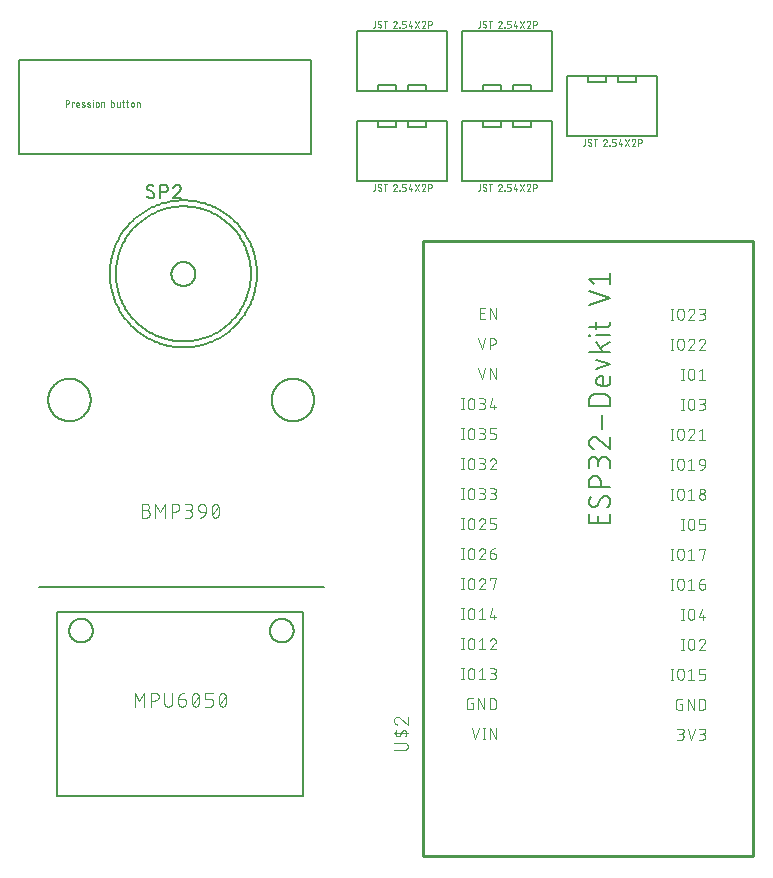
<source format=gbr>
G04 EAGLE Gerber RS-274X export*
G75*
%MOMM*%
%FSLAX34Y34*%
%LPD*%
%INSilkscreen Top*%
%IPPOS*%
%AMOC8*
5,1,8,0,0,1.08239X$1,22.5*%
G01*
%ADD10C,0.127000*%
%ADD11C,0.101600*%
%ADD12C,0.076200*%
%ADD13C,0.152400*%
%ADD14C,0.254000*%
%ADD15C,0.050800*%


D10*
X76200Y88900D02*
X284200Y88900D01*
X284200Y244900D01*
X76200Y244900D01*
X76200Y88900D01*
X86200Y228900D02*
X86203Y229145D01*
X86212Y229391D01*
X86227Y229636D01*
X86248Y229880D01*
X86275Y230124D01*
X86308Y230367D01*
X86347Y230610D01*
X86392Y230851D01*
X86443Y231091D01*
X86500Y231330D01*
X86562Y231567D01*
X86631Y231803D01*
X86705Y232037D01*
X86785Y232269D01*
X86870Y232499D01*
X86961Y232727D01*
X87058Y232952D01*
X87160Y233176D01*
X87268Y233396D01*
X87381Y233614D01*
X87499Y233829D01*
X87623Y234041D01*
X87751Y234250D01*
X87885Y234456D01*
X88024Y234658D01*
X88168Y234857D01*
X88317Y235052D01*
X88470Y235244D01*
X88628Y235432D01*
X88790Y235616D01*
X88958Y235795D01*
X89129Y235971D01*
X89305Y236142D01*
X89484Y236310D01*
X89668Y236472D01*
X89856Y236630D01*
X90048Y236783D01*
X90243Y236932D01*
X90442Y237076D01*
X90644Y237215D01*
X90850Y237349D01*
X91059Y237477D01*
X91271Y237601D01*
X91486Y237719D01*
X91704Y237832D01*
X91924Y237940D01*
X92148Y238042D01*
X92373Y238139D01*
X92601Y238230D01*
X92831Y238315D01*
X93063Y238395D01*
X93297Y238469D01*
X93533Y238538D01*
X93770Y238600D01*
X94009Y238657D01*
X94249Y238708D01*
X94490Y238753D01*
X94733Y238792D01*
X94976Y238825D01*
X95220Y238852D01*
X95464Y238873D01*
X95709Y238888D01*
X95955Y238897D01*
X96200Y238900D01*
X96445Y238897D01*
X96691Y238888D01*
X96936Y238873D01*
X97180Y238852D01*
X97424Y238825D01*
X97667Y238792D01*
X97910Y238753D01*
X98151Y238708D01*
X98391Y238657D01*
X98630Y238600D01*
X98867Y238538D01*
X99103Y238469D01*
X99337Y238395D01*
X99569Y238315D01*
X99799Y238230D01*
X100027Y238139D01*
X100252Y238042D01*
X100476Y237940D01*
X100696Y237832D01*
X100914Y237719D01*
X101129Y237601D01*
X101341Y237477D01*
X101550Y237349D01*
X101756Y237215D01*
X101958Y237076D01*
X102157Y236932D01*
X102352Y236783D01*
X102544Y236630D01*
X102732Y236472D01*
X102916Y236310D01*
X103095Y236142D01*
X103271Y235971D01*
X103442Y235795D01*
X103610Y235616D01*
X103772Y235432D01*
X103930Y235244D01*
X104083Y235052D01*
X104232Y234857D01*
X104376Y234658D01*
X104515Y234456D01*
X104649Y234250D01*
X104777Y234041D01*
X104901Y233829D01*
X105019Y233614D01*
X105132Y233396D01*
X105240Y233176D01*
X105342Y232952D01*
X105439Y232727D01*
X105530Y232499D01*
X105615Y232269D01*
X105695Y232037D01*
X105769Y231803D01*
X105838Y231567D01*
X105900Y231330D01*
X105957Y231091D01*
X106008Y230851D01*
X106053Y230610D01*
X106092Y230367D01*
X106125Y230124D01*
X106152Y229880D01*
X106173Y229636D01*
X106188Y229391D01*
X106197Y229145D01*
X106200Y228900D01*
X106197Y228655D01*
X106188Y228409D01*
X106173Y228164D01*
X106152Y227920D01*
X106125Y227676D01*
X106092Y227433D01*
X106053Y227190D01*
X106008Y226949D01*
X105957Y226709D01*
X105900Y226470D01*
X105838Y226233D01*
X105769Y225997D01*
X105695Y225763D01*
X105615Y225531D01*
X105530Y225301D01*
X105439Y225073D01*
X105342Y224848D01*
X105240Y224624D01*
X105132Y224404D01*
X105019Y224186D01*
X104901Y223971D01*
X104777Y223759D01*
X104649Y223550D01*
X104515Y223344D01*
X104376Y223142D01*
X104232Y222943D01*
X104083Y222748D01*
X103930Y222556D01*
X103772Y222368D01*
X103610Y222184D01*
X103442Y222005D01*
X103271Y221829D01*
X103095Y221658D01*
X102916Y221490D01*
X102732Y221328D01*
X102544Y221170D01*
X102352Y221017D01*
X102157Y220868D01*
X101958Y220724D01*
X101756Y220585D01*
X101550Y220451D01*
X101341Y220323D01*
X101129Y220199D01*
X100914Y220081D01*
X100696Y219968D01*
X100476Y219860D01*
X100252Y219758D01*
X100027Y219661D01*
X99799Y219570D01*
X99569Y219485D01*
X99337Y219405D01*
X99103Y219331D01*
X98867Y219262D01*
X98630Y219200D01*
X98391Y219143D01*
X98151Y219092D01*
X97910Y219047D01*
X97667Y219008D01*
X97424Y218975D01*
X97180Y218948D01*
X96936Y218927D01*
X96691Y218912D01*
X96445Y218903D01*
X96200Y218900D01*
X95955Y218903D01*
X95709Y218912D01*
X95464Y218927D01*
X95220Y218948D01*
X94976Y218975D01*
X94733Y219008D01*
X94490Y219047D01*
X94249Y219092D01*
X94009Y219143D01*
X93770Y219200D01*
X93533Y219262D01*
X93297Y219331D01*
X93063Y219405D01*
X92831Y219485D01*
X92601Y219570D01*
X92373Y219661D01*
X92148Y219758D01*
X91924Y219860D01*
X91704Y219968D01*
X91486Y220081D01*
X91271Y220199D01*
X91059Y220323D01*
X90850Y220451D01*
X90644Y220585D01*
X90442Y220724D01*
X90243Y220868D01*
X90048Y221017D01*
X89856Y221170D01*
X89668Y221328D01*
X89484Y221490D01*
X89305Y221658D01*
X89129Y221829D01*
X88958Y222005D01*
X88790Y222184D01*
X88628Y222368D01*
X88470Y222556D01*
X88317Y222748D01*
X88168Y222943D01*
X88024Y223142D01*
X87885Y223344D01*
X87751Y223550D01*
X87623Y223759D01*
X87499Y223971D01*
X87381Y224186D01*
X87268Y224404D01*
X87160Y224624D01*
X87058Y224848D01*
X86961Y225073D01*
X86870Y225301D01*
X86785Y225531D01*
X86705Y225763D01*
X86631Y225997D01*
X86562Y226233D01*
X86500Y226470D01*
X86443Y226709D01*
X86392Y226949D01*
X86347Y227190D01*
X86308Y227433D01*
X86275Y227676D01*
X86248Y227920D01*
X86227Y228164D01*
X86212Y228409D01*
X86203Y228655D01*
X86200Y228900D01*
X256200Y228900D02*
X256203Y229145D01*
X256212Y229391D01*
X256227Y229636D01*
X256248Y229880D01*
X256275Y230124D01*
X256308Y230367D01*
X256347Y230610D01*
X256392Y230851D01*
X256443Y231091D01*
X256500Y231330D01*
X256562Y231567D01*
X256631Y231803D01*
X256705Y232037D01*
X256785Y232269D01*
X256870Y232499D01*
X256961Y232727D01*
X257058Y232952D01*
X257160Y233176D01*
X257268Y233396D01*
X257381Y233614D01*
X257499Y233829D01*
X257623Y234041D01*
X257751Y234250D01*
X257885Y234456D01*
X258024Y234658D01*
X258168Y234857D01*
X258317Y235052D01*
X258470Y235244D01*
X258628Y235432D01*
X258790Y235616D01*
X258958Y235795D01*
X259129Y235971D01*
X259305Y236142D01*
X259484Y236310D01*
X259668Y236472D01*
X259856Y236630D01*
X260048Y236783D01*
X260243Y236932D01*
X260442Y237076D01*
X260644Y237215D01*
X260850Y237349D01*
X261059Y237477D01*
X261271Y237601D01*
X261486Y237719D01*
X261704Y237832D01*
X261924Y237940D01*
X262148Y238042D01*
X262373Y238139D01*
X262601Y238230D01*
X262831Y238315D01*
X263063Y238395D01*
X263297Y238469D01*
X263533Y238538D01*
X263770Y238600D01*
X264009Y238657D01*
X264249Y238708D01*
X264490Y238753D01*
X264733Y238792D01*
X264976Y238825D01*
X265220Y238852D01*
X265464Y238873D01*
X265709Y238888D01*
X265955Y238897D01*
X266200Y238900D01*
X266445Y238897D01*
X266691Y238888D01*
X266936Y238873D01*
X267180Y238852D01*
X267424Y238825D01*
X267667Y238792D01*
X267910Y238753D01*
X268151Y238708D01*
X268391Y238657D01*
X268630Y238600D01*
X268867Y238538D01*
X269103Y238469D01*
X269337Y238395D01*
X269569Y238315D01*
X269799Y238230D01*
X270027Y238139D01*
X270252Y238042D01*
X270476Y237940D01*
X270696Y237832D01*
X270914Y237719D01*
X271129Y237601D01*
X271341Y237477D01*
X271550Y237349D01*
X271756Y237215D01*
X271958Y237076D01*
X272157Y236932D01*
X272352Y236783D01*
X272544Y236630D01*
X272732Y236472D01*
X272916Y236310D01*
X273095Y236142D01*
X273271Y235971D01*
X273442Y235795D01*
X273610Y235616D01*
X273772Y235432D01*
X273930Y235244D01*
X274083Y235052D01*
X274232Y234857D01*
X274376Y234658D01*
X274515Y234456D01*
X274649Y234250D01*
X274777Y234041D01*
X274901Y233829D01*
X275019Y233614D01*
X275132Y233396D01*
X275240Y233176D01*
X275342Y232952D01*
X275439Y232727D01*
X275530Y232499D01*
X275615Y232269D01*
X275695Y232037D01*
X275769Y231803D01*
X275838Y231567D01*
X275900Y231330D01*
X275957Y231091D01*
X276008Y230851D01*
X276053Y230610D01*
X276092Y230367D01*
X276125Y230124D01*
X276152Y229880D01*
X276173Y229636D01*
X276188Y229391D01*
X276197Y229145D01*
X276200Y228900D01*
X276197Y228655D01*
X276188Y228409D01*
X276173Y228164D01*
X276152Y227920D01*
X276125Y227676D01*
X276092Y227433D01*
X276053Y227190D01*
X276008Y226949D01*
X275957Y226709D01*
X275900Y226470D01*
X275838Y226233D01*
X275769Y225997D01*
X275695Y225763D01*
X275615Y225531D01*
X275530Y225301D01*
X275439Y225073D01*
X275342Y224848D01*
X275240Y224624D01*
X275132Y224404D01*
X275019Y224186D01*
X274901Y223971D01*
X274777Y223759D01*
X274649Y223550D01*
X274515Y223344D01*
X274376Y223142D01*
X274232Y222943D01*
X274083Y222748D01*
X273930Y222556D01*
X273772Y222368D01*
X273610Y222184D01*
X273442Y222005D01*
X273271Y221829D01*
X273095Y221658D01*
X272916Y221490D01*
X272732Y221328D01*
X272544Y221170D01*
X272352Y221017D01*
X272157Y220868D01*
X271958Y220724D01*
X271756Y220585D01*
X271550Y220451D01*
X271341Y220323D01*
X271129Y220199D01*
X270914Y220081D01*
X270696Y219968D01*
X270476Y219860D01*
X270252Y219758D01*
X270027Y219661D01*
X269799Y219570D01*
X269569Y219485D01*
X269337Y219405D01*
X269103Y219331D01*
X268867Y219262D01*
X268630Y219200D01*
X268391Y219143D01*
X268151Y219092D01*
X267910Y219047D01*
X267667Y219008D01*
X267424Y218975D01*
X267180Y218948D01*
X266936Y218927D01*
X266691Y218912D01*
X266445Y218903D01*
X266200Y218900D01*
X265955Y218903D01*
X265709Y218912D01*
X265464Y218927D01*
X265220Y218948D01*
X264976Y218975D01*
X264733Y219008D01*
X264490Y219047D01*
X264249Y219092D01*
X264009Y219143D01*
X263770Y219200D01*
X263533Y219262D01*
X263297Y219331D01*
X263063Y219405D01*
X262831Y219485D01*
X262601Y219570D01*
X262373Y219661D01*
X262148Y219758D01*
X261924Y219860D01*
X261704Y219968D01*
X261486Y220081D01*
X261271Y220199D01*
X261059Y220323D01*
X260850Y220451D01*
X260644Y220585D01*
X260442Y220724D01*
X260243Y220868D01*
X260048Y221017D01*
X259856Y221170D01*
X259668Y221328D01*
X259484Y221490D01*
X259305Y221658D01*
X259129Y221829D01*
X258958Y222005D01*
X258790Y222184D01*
X258628Y222368D01*
X258470Y222556D01*
X258317Y222748D01*
X258168Y222943D01*
X258024Y223142D01*
X257885Y223344D01*
X257751Y223550D01*
X257623Y223759D01*
X257499Y223971D01*
X257381Y224186D01*
X257268Y224404D01*
X257160Y224624D01*
X257058Y224848D01*
X256961Y225073D01*
X256870Y225301D01*
X256785Y225531D01*
X256705Y225763D01*
X256631Y225997D01*
X256562Y226233D01*
X256500Y226470D01*
X256443Y226709D01*
X256392Y226949D01*
X256347Y227190D01*
X256308Y227433D01*
X256275Y227676D01*
X256248Y227920D01*
X256227Y228164D01*
X256212Y228409D01*
X256203Y228655D01*
X256200Y228900D01*
D11*
X141708Y176092D02*
X141708Y164408D01*
X145603Y169601D02*
X141708Y176092D01*
X145603Y169601D02*
X149497Y176092D01*
X149497Y164408D01*
X155480Y164408D02*
X155480Y176092D01*
X158726Y176092D01*
X158839Y176090D01*
X158952Y176084D01*
X159065Y176074D01*
X159178Y176060D01*
X159290Y176043D01*
X159401Y176021D01*
X159511Y175996D01*
X159621Y175966D01*
X159729Y175933D01*
X159836Y175896D01*
X159942Y175856D01*
X160046Y175811D01*
X160149Y175763D01*
X160250Y175712D01*
X160349Y175657D01*
X160446Y175599D01*
X160541Y175537D01*
X160634Y175472D01*
X160724Y175404D01*
X160812Y175333D01*
X160898Y175258D01*
X160981Y175181D01*
X161061Y175101D01*
X161138Y175018D01*
X161213Y174932D01*
X161284Y174844D01*
X161352Y174754D01*
X161417Y174661D01*
X161479Y174566D01*
X161537Y174469D01*
X161592Y174370D01*
X161643Y174269D01*
X161691Y174166D01*
X161736Y174062D01*
X161776Y173956D01*
X161813Y173849D01*
X161846Y173741D01*
X161876Y173631D01*
X161901Y173521D01*
X161923Y173410D01*
X161940Y173298D01*
X161954Y173185D01*
X161964Y173072D01*
X161970Y172959D01*
X161972Y172846D01*
X161970Y172733D01*
X161964Y172620D01*
X161954Y172507D01*
X161940Y172394D01*
X161923Y172282D01*
X161901Y172171D01*
X161876Y172061D01*
X161846Y171951D01*
X161813Y171843D01*
X161776Y171736D01*
X161736Y171630D01*
X161691Y171526D01*
X161643Y171423D01*
X161592Y171322D01*
X161537Y171223D01*
X161479Y171126D01*
X161417Y171031D01*
X161352Y170938D01*
X161284Y170848D01*
X161213Y170760D01*
X161138Y170674D01*
X161061Y170591D01*
X160981Y170511D01*
X160898Y170434D01*
X160812Y170359D01*
X160724Y170288D01*
X160634Y170220D01*
X160541Y170155D01*
X160446Y170093D01*
X160349Y170035D01*
X160250Y169980D01*
X160149Y169929D01*
X160046Y169881D01*
X159942Y169836D01*
X159836Y169796D01*
X159729Y169759D01*
X159621Y169726D01*
X159511Y169696D01*
X159401Y169671D01*
X159290Y169649D01*
X159178Y169632D01*
X159065Y169618D01*
X158952Y169608D01*
X158839Y169602D01*
X158726Y169600D01*
X158726Y169601D02*
X155480Y169601D01*
X166741Y167654D02*
X166741Y176092D01*
X166741Y167654D02*
X166743Y167541D01*
X166749Y167428D01*
X166759Y167315D01*
X166773Y167202D01*
X166790Y167090D01*
X166812Y166979D01*
X166837Y166869D01*
X166867Y166759D01*
X166900Y166651D01*
X166937Y166544D01*
X166977Y166438D01*
X167022Y166334D01*
X167070Y166231D01*
X167121Y166130D01*
X167176Y166031D01*
X167234Y165934D01*
X167296Y165839D01*
X167361Y165746D01*
X167429Y165656D01*
X167500Y165568D01*
X167575Y165482D01*
X167652Y165399D01*
X167732Y165319D01*
X167815Y165242D01*
X167901Y165167D01*
X167989Y165096D01*
X168079Y165028D01*
X168172Y164963D01*
X168267Y164901D01*
X168364Y164843D01*
X168463Y164788D01*
X168564Y164737D01*
X168667Y164689D01*
X168771Y164644D01*
X168877Y164604D01*
X168984Y164567D01*
X169092Y164534D01*
X169202Y164504D01*
X169312Y164479D01*
X169423Y164457D01*
X169535Y164440D01*
X169648Y164426D01*
X169761Y164416D01*
X169874Y164410D01*
X169987Y164408D01*
X170100Y164410D01*
X170213Y164416D01*
X170326Y164426D01*
X170439Y164440D01*
X170551Y164457D01*
X170662Y164479D01*
X170772Y164504D01*
X170882Y164534D01*
X170990Y164567D01*
X171097Y164604D01*
X171203Y164644D01*
X171307Y164689D01*
X171410Y164737D01*
X171511Y164788D01*
X171610Y164843D01*
X171707Y164901D01*
X171802Y164963D01*
X171895Y165028D01*
X171985Y165096D01*
X172073Y165167D01*
X172159Y165242D01*
X172242Y165319D01*
X172322Y165399D01*
X172399Y165482D01*
X172474Y165568D01*
X172545Y165656D01*
X172613Y165746D01*
X172678Y165839D01*
X172740Y165934D01*
X172798Y166031D01*
X172853Y166130D01*
X172904Y166231D01*
X172952Y166334D01*
X172997Y166438D01*
X173037Y166544D01*
X173074Y166651D01*
X173107Y166759D01*
X173137Y166869D01*
X173162Y166979D01*
X173184Y167090D01*
X173201Y167202D01*
X173215Y167315D01*
X173225Y167428D01*
X173231Y167541D01*
X173233Y167654D01*
X173232Y167654D02*
X173232Y176092D01*
X178552Y170899D02*
X182447Y170899D01*
X182546Y170897D01*
X182646Y170891D01*
X182745Y170882D01*
X182843Y170869D01*
X182941Y170852D01*
X183039Y170831D01*
X183135Y170806D01*
X183230Y170778D01*
X183324Y170746D01*
X183417Y170711D01*
X183509Y170672D01*
X183599Y170629D01*
X183687Y170584D01*
X183774Y170534D01*
X183858Y170482D01*
X183941Y170426D01*
X184021Y170368D01*
X184099Y170306D01*
X184174Y170241D01*
X184247Y170173D01*
X184317Y170103D01*
X184385Y170030D01*
X184450Y169955D01*
X184512Y169877D01*
X184570Y169797D01*
X184626Y169714D01*
X184678Y169630D01*
X184728Y169543D01*
X184773Y169455D01*
X184816Y169365D01*
X184855Y169273D01*
X184890Y169180D01*
X184922Y169086D01*
X184950Y168991D01*
X184975Y168895D01*
X184996Y168797D01*
X185013Y168699D01*
X185026Y168601D01*
X185035Y168502D01*
X185041Y168402D01*
X185043Y168303D01*
X185043Y167654D01*
X185044Y167654D02*
X185042Y167541D01*
X185036Y167428D01*
X185026Y167315D01*
X185012Y167202D01*
X184995Y167090D01*
X184973Y166979D01*
X184948Y166869D01*
X184918Y166759D01*
X184885Y166651D01*
X184848Y166544D01*
X184808Y166438D01*
X184763Y166334D01*
X184715Y166231D01*
X184664Y166130D01*
X184609Y166031D01*
X184551Y165934D01*
X184489Y165839D01*
X184424Y165746D01*
X184356Y165656D01*
X184285Y165568D01*
X184210Y165482D01*
X184133Y165399D01*
X184053Y165319D01*
X183970Y165242D01*
X183884Y165167D01*
X183796Y165096D01*
X183706Y165028D01*
X183613Y164963D01*
X183518Y164901D01*
X183421Y164843D01*
X183322Y164788D01*
X183221Y164737D01*
X183118Y164689D01*
X183014Y164644D01*
X182908Y164604D01*
X182801Y164567D01*
X182693Y164534D01*
X182583Y164504D01*
X182473Y164479D01*
X182362Y164457D01*
X182250Y164440D01*
X182137Y164426D01*
X182024Y164416D01*
X181911Y164410D01*
X181798Y164408D01*
X181685Y164410D01*
X181572Y164416D01*
X181459Y164426D01*
X181346Y164440D01*
X181234Y164457D01*
X181123Y164479D01*
X181013Y164504D01*
X180903Y164534D01*
X180795Y164567D01*
X180688Y164604D01*
X180582Y164644D01*
X180478Y164689D01*
X180375Y164737D01*
X180274Y164788D01*
X180175Y164843D01*
X180078Y164901D01*
X179983Y164963D01*
X179890Y165028D01*
X179800Y165096D01*
X179712Y165167D01*
X179626Y165242D01*
X179543Y165319D01*
X179463Y165399D01*
X179386Y165482D01*
X179311Y165568D01*
X179240Y165656D01*
X179172Y165746D01*
X179107Y165839D01*
X179045Y165934D01*
X178987Y166031D01*
X178932Y166130D01*
X178881Y166231D01*
X178833Y166334D01*
X178788Y166438D01*
X178748Y166544D01*
X178711Y166651D01*
X178678Y166759D01*
X178648Y166869D01*
X178623Y166979D01*
X178601Y167090D01*
X178584Y167202D01*
X178570Y167315D01*
X178560Y167428D01*
X178554Y167541D01*
X178552Y167654D01*
X178552Y170899D01*
X178554Y171042D01*
X178560Y171185D01*
X178570Y171328D01*
X178584Y171470D01*
X178601Y171612D01*
X178623Y171754D01*
X178648Y171895D01*
X178678Y172035D01*
X178711Y172174D01*
X178748Y172312D01*
X178789Y172449D01*
X178833Y172585D01*
X178882Y172720D01*
X178934Y172853D01*
X178989Y172985D01*
X179049Y173115D01*
X179112Y173244D01*
X179178Y173371D01*
X179248Y173495D01*
X179321Y173618D01*
X179398Y173739D01*
X179478Y173858D01*
X179561Y173974D01*
X179647Y174089D01*
X179736Y174200D01*
X179829Y174310D01*
X179924Y174416D01*
X180023Y174520D01*
X180124Y174621D01*
X180228Y174720D01*
X180334Y174815D01*
X180444Y174908D01*
X180555Y174997D01*
X180670Y175083D01*
X180786Y175166D01*
X180905Y175246D01*
X181026Y175323D01*
X181148Y175396D01*
X181273Y175466D01*
X181400Y175532D01*
X181529Y175595D01*
X181659Y175655D01*
X181791Y175710D01*
X181924Y175762D01*
X182059Y175811D01*
X182195Y175855D01*
X182332Y175896D01*
X182470Y175933D01*
X182609Y175966D01*
X182749Y175996D01*
X182890Y176021D01*
X183032Y176043D01*
X183174Y176060D01*
X183316Y176074D01*
X183459Y176084D01*
X183602Y176090D01*
X183745Y176092D01*
X190956Y174469D02*
X190857Y174261D01*
X190764Y174051D01*
X190676Y173839D01*
X190593Y173625D01*
X190515Y173408D01*
X190442Y173190D01*
X190374Y172971D01*
X190312Y172749D01*
X190255Y172527D01*
X190203Y172303D01*
X190157Y172078D01*
X190116Y171852D01*
X190081Y171624D01*
X190051Y171397D01*
X190026Y171168D01*
X190007Y170939D01*
X189993Y170710D01*
X189985Y170480D01*
X189982Y170250D01*
X190956Y174469D02*
X190989Y174559D01*
X191025Y174648D01*
X191065Y174736D01*
X191109Y174821D01*
X191156Y174905D01*
X191206Y174987D01*
X191260Y175067D01*
X191316Y175144D01*
X191376Y175220D01*
X191439Y175293D01*
X191504Y175363D01*
X191573Y175431D01*
X191644Y175495D01*
X191717Y175557D01*
X191793Y175616D01*
X191871Y175672D01*
X191952Y175725D01*
X192034Y175774D01*
X192118Y175820D01*
X192205Y175863D01*
X192292Y175902D01*
X192382Y175938D01*
X192472Y175970D01*
X192564Y175998D01*
X192657Y176023D01*
X192751Y176044D01*
X192845Y176061D01*
X192940Y176075D01*
X193036Y176084D01*
X193132Y176090D01*
X193228Y176092D01*
X193324Y176090D01*
X193420Y176084D01*
X193516Y176075D01*
X193611Y176061D01*
X193705Y176044D01*
X193799Y176023D01*
X193892Y175998D01*
X193984Y175970D01*
X194074Y175938D01*
X194164Y175902D01*
X194251Y175863D01*
X194338Y175820D01*
X194422Y175774D01*
X194504Y175725D01*
X194585Y175672D01*
X194663Y175616D01*
X194739Y175557D01*
X194812Y175495D01*
X194883Y175431D01*
X194952Y175363D01*
X195017Y175293D01*
X195080Y175220D01*
X195140Y175144D01*
X195196Y175067D01*
X195250Y174987D01*
X195300Y174905D01*
X195347Y174821D01*
X195391Y174736D01*
X195431Y174648D01*
X195467Y174559D01*
X195500Y174469D01*
X195599Y174262D01*
X195692Y174052D01*
X195780Y173839D01*
X195863Y173625D01*
X195941Y173409D01*
X196014Y173191D01*
X196082Y172971D01*
X196144Y172750D01*
X196201Y172527D01*
X196253Y172303D01*
X196299Y172078D01*
X196340Y171852D01*
X196375Y171625D01*
X196405Y171397D01*
X196430Y171168D01*
X196449Y170939D01*
X196463Y170710D01*
X196471Y170480D01*
X196474Y170250D01*
X189982Y170250D02*
X189985Y170020D01*
X189993Y169790D01*
X190007Y169561D01*
X190026Y169332D01*
X190051Y169103D01*
X190081Y168875D01*
X190116Y168648D01*
X190157Y168422D01*
X190203Y168197D01*
X190255Y167973D01*
X190312Y167750D01*
X190374Y167529D01*
X190442Y167309D01*
X190515Y167091D01*
X190593Y166875D01*
X190676Y166661D01*
X190764Y166449D01*
X190857Y166238D01*
X190956Y166031D01*
X190989Y165941D01*
X191025Y165852D01*
X191066Y165764D01*
X191109Y165679D01*
X191156Y165595D01*
X191206Y165513D01*
X191260Y165433D01*
X191316Y165356D01*
X191376Y165280D01*
X191439Y165207D01*
X191504Y165137D01*
X191573Y165069D01*
X191644Y165005D01*
X191717Y164943D01*
X191793Y164884D01*
X191871Y164828D01*
X191952Y164775D01*
X192034Y164726D01*
X192118Y164680D01*
X192205Y164637D01*
X192292Y164598D01*
X192382Y164562D01*
X192472Y164530D01*
X192564Y164502D01*
X192657Y164477D01*
X192751Y164456D01*
X192845Y164439D01*
X192940Y164425D01*
X193036Y164416D01*
X193132Y164410D01*
X193228Y164408D01*
X195499Y166031D02*
X195598Y166238D01*
X195691Y166449D01*
X195779Y166661D01*
X195862Y166875D01*
X195940Y167091D01*
X196013Y167309D01*
X196081Y167529D01*
X196143Y167750D01*
X196200Y167973D01*
X196252Y168197D01*
X196298Y168422D01*
X196339Y168648D01*
X196374Y168875D01*
X196404Y169103D01*
X196429Y169332D01*
X196448Y169561D01*
X196462Y169790D01*
X196470Y170020D01*
X196473Y170250D01*
X195500Y166031D02*
X195467Y165941D01*
X195431Y165852D01*
X195391Y165764D01*
X195347Y165679D01*
X195300Y165595D01*
X195250Y165513D01*
X195196Y165433D01*
X195140Y165356D01*
X195080Y165280D01*
X195017Y165207D01*
X194952Y165137D01*
X194883Y165069D01*
X194812Y165005D01*
X194739Y164943D01*
X194663Y164884D01*
X194585Y164828D01*
X194504Y164775D01*
X194422Y164726D01*
X194338Y164680D01*
X194251Y164637D01*
X194164Y164598D01*
X194074Y164562D01*
X193984Y164530D01*
X193892Y164502D01*
X193799Y164477D01*
X193705Y164456D01*
X193611Y164439D01*
X193516Y164425D01*
X193420Y164416D01*
X193324Y164410D01*
X193228Y164408D01*
X190631Y167004D02*
X195824Y173496D01*
X201412Y164408D02*
X205307Y164408D01*
X205406Y164410D01*
X205506Y164416D01*
X205605Y164425D01*
X205703Y164438D01*
X205801Y164455D01*
X205899Y164476D01*
X205995Y164501D01*
X206090Y164529D01*
X206184Y164561D01*
X206277Y164596D01*
X206369Y164635D01*
X206459Y164678D01*
X206547Y164723D01*
X206634Y164773D01*
X206718Y164825D01*
X206801Y164881D01*
X206881Y164939D01*
X206959Y165001D01*
X207034Y165066D01*
X207107Y165134D01*
X207177Y165204D01*
X207245Y165277D01*
X207310Y165352D01*
X207372Y165430D01*
X207430Y165510D01*
X207486Y165593D01*
X207538Y165677D01*
X207588Y165764D01*
X207633Y165852D01*
X207676Y165942D01*
X207715Y166034D01*
X207750Y166127D01*
X207782Y166221D01*
X207810Y166316D01*
X207835Y166412D01*
X207856Y166510D01*
X207873Y166608D01*
X207886Y166706D01*
X207895Y166805D01*
X207901Y166905D01*
X207903Y167004D01*
X207903Y168303D01*
X207901Y168402D01*
X207895Y168502D01*
X207886Y168601D01*
X207873Y168699D01*
X207856Y168797D01*
X207835Y168895D01*
X207810Y168991D01*
X207782Y169086D01*
X207750Y169180D01*
X207715Y169273D01*
X207676Y169365D01*
X207633Y169455D01*
X207588Y169543D01*
X207538Y169630D01*
X207486Y169714D01*
X207430Y169797D01*
X207372Y169877D01*
X207310Y169955D01*
X207245Y170030D01*
X207177Y170103D01*
X207107Y170173D01*
X207034Y170241D01*
X206959Y170306D01*
X206881Y170368D01*
X206801Y170426D01*
X206718Y170482D01*
X206634Y170534D01*
X206547Y170584D01*
X206459Y170629D01*
X206369Y170672D01*
X206277Y170711D01*
X206184Y170746D01*
X206090Y170778D01*
X205995Y170806D01*
X205899Y170831D01*
X205801Y170852D01*
X205703Y170869D01*
X205605Y170882D01*
X205506Y170891D01*
X205406Y170897D01*
X205307Y170899D01*
X201412Y170899D01*
X201412Y176092D01*
X207903Y176092D01*
X213816Y174469D02*
X213717Y174261D01*
X213624Y174051D01*
X213536Y173839D01*
X213453Y173625D01*
X213375Y173408D01*
X213302Y173190D01*
X213234Y172971D01*
X213172Y172749D01*
X213115Y172527D01*
X213063Y172303D01*
X213017Y172078D01*
X212976Y171852D01*
X212941Y171624D01*
X212911Y171397D01*
X212886Y171168D01*
X212867Y170939D01*
X212853Y170710D01*
X212845Y170480D01*
X212842Y170250D01*
X213815Y174469D02*
X213848Y174559D01*
X213884Y174648D01*
X213924Y174736D01*
X213968Y174821D01*
X214015Y174905D01*
X214065Y174987D01*
X214119Y175067D01*
X214175Y175144D01*
X214235Y175220D01*
X214298Y175293D01*
X214363Y175363D01*
X214432Y175431D01*
X214503Y175495D01*
X214576Y175557D01*
X214652Y175616D01*
X214730Y175672D01*
X214811Y175725D01*
X214893Y175774D01*
X214977Y175820D01*
X215064Y175863D01*
X215151Y175902D01*
X215241Y175938D01*
X215331Y175970D01*
X215423Y175998D01*
X215516Y176023D01*
X215610Y176044D01*
X215704Y176061D01*
X215799Y176075D01*
X215895Y176084D01*
X215991Y176090D01*
X216087Y176092D01*
X216183Y176090D01*
X216279Y176084D01*
X216375Y176075D01*
X216470Y176061D01*
X216564Y176044D01*
X216658Y176023D01*
X216751Y175998D01*
X216843Y175970D01*
X216933Y175938D01*
X217023Y175902D01*
X217110Y175863D01*
X217197Y175820D01*
X217281Y175774D01*
X217363Y175725D01*
X217444Y175672D01*
X217522Y175616D01*
X217598Y175557D01*
X217671Y175495D01*
X217742Y175431D01*
X217811Y175363D01*
X217876Y175293D01*
X217939Y175220D01*
X217999Y175144D01*
X218055Y175067D01*
X218109Y174987D01*
X218159Y174905D01*
X218206Y174821D01*
X218250Y174736D01*
X218290Y174648D01*
X218326Y174559D01*
X218359Y174469D01*
X218360Y174469D02*
X218459Y174262D01*
X218552Y174052D01*
X218640Y173839D01*
X218723Y173625D01*
X218801Y173409D01*
X218874Y173191D01*
X218942Y172971D01*
X219004Y172750D01*
X219061Y172527D01*
X219113Y172303D01*
X219159Y172078D01*
X219200Y171852D01*
X219235Y171625D01*
X219265Y171397D01*
X219290Y171168D01*
X219309Y170939D01*
X219323Y170710D01*
X219331Y170480D01*
X219334Y170250D01*
X212842Y170250D02*
X212845Y170020D01*
X212853Y169790D01*
X212867Y169561D01*
X212886Y169332D01*
X212911Y169103D01*
X212941Y168875D01*
X212976Y168648D01*
X213017Y168422D01*
X213063Y168197D01*
X213115Y167973D01*
X213172Y167750D01*
X213234Y167529D01*
X213302Y167309D01*
X213375Y167091D01*
X213453Y166875D01*
X213536Y166661D01*
X213624Y166449D01*
X213717Y166238D01*
X213816Y166031D01*
X213815Y166031D02*
X213848Y165941D01*
X213884Y165852D01*
X213925Y165764D01*
X213968Y165679D01*
X214015Y165595D01*
X214065Y165513D01*
X214119Y165433D01*
X214175Y165356D01*
X214235Y165280D01*
X214298Y165207D01*
X214363Y165137D01*
X214432Y165069D01*
X214503Y165005D01*
X214576Y164943D01*
X214652Y164884D01*
X214730Y164828D01*
X214811Y164775D01*
X214893Y164726D01*
X214977Y164680D01*
X215064Y164637D01*
X215151Y164598D01*
X215241Y164562D01*
X215331Y164530D01*
X215423Y164502D01*
X215516Y164477D01*
X215610Y164456D01*
X215704Y164439D01*
X215799Y164425D01*
X215895Y164416D01*
X215991Y164410D01*
X216087Y164408D01*
X218359Y166031D02*
X218458Y166238D01*
X218551Y166449D01*
X218639Y166661D01*
X218722Y166875D01*
X218800Y167091D01*
X218873Y167309D01*
X218941Y167529D01*
X219003Y167750D01*
X219060Y167973D01*
X219112Y168197D01*
X219158Y168422D01*
X219199Y168648D01*
X219234Y168875D01*
X219264Y169103D01*
X219289Y169332D01*
X219308Y169561D01*
X219322Y169790D01*
X219330Y170020D01*
X219333Y170250D01*
X218359Y166031D02*
X218326Y165941D01*
X218290Y165852D01*
X218250Y165764D01*
X218206Y165679D01*
X218159Y165595D01*
X218109Y165513D01*
X218055Y165433D01*
X217999Y165356D01*
X217939Y165280D01*
X217876Y165207D01*
X217811Y165137D01*
X217742Y165069D01*
X217671Y165005D01*
X217598Y164943D01*
X217522Y164884D01*
X217444Y164828D01*
X217363Y164775D01*
X217281Y164726D01*
X217197Y164680D01*
X217110Y164637D01*
X217023Y164598D01*
X216933Y164562D01*
X216843Y164530D01*
X216751Y164502D01*
X216658Y164477D01*
X216564Y164456D01*
X216470Y164439D01*
X216375Y164425D01*
X216279Y164416D01*
X216183Y164410D01*
X216087Y164408D01*
X213491Y167004D02*
X218684Y173496D01*
D12*
X601190Y136421D02*
X603801Y136421D01*
X603902Y136423D01*
X604003Y136429D01*
X604104Y136439D01*
X604204Y136452D01*
X604304Y136470D01*
X604403Y136491D01*
X604501Y136517D01*
X604598Y136546D01*
X604694Y136578D01*
X604788Y136615D01*
X604881Y136655D01*
X604973Y136699D01*
X605062Y136746D01*
X605150Y136797D01*
X605236Y136851D01*
X605319Y136908D01*
X605401Y136968D01*
X605479Y137032D01*
X605556Y137098D01*
X605629Y137168D01*
X605700Y137240D01*
X605768Y137315D01*
X605833Y137393D01*
X605895Y137473D01*
X605954Y137555D01*
X606010Y137640D01*
X606062Y137726D01*
X606111Y137815D01*
X606157Y137906D01*
X606198Y137998D01*
X606237Y138092D01*
X606271Y138187D01*
X606302Y138283D01*
X606329Y138381D01*
X606353Y138479D01*
X606372Y138579D01*
X606388Y138679D01*
X606400Y138779D01*
X606408Y138880D01*
X606412Y138981D01*
X606412Y139083D01*
X606408Y139184D01*
X606400Y139285D01*
X606388Y139385D01*
X606372Y139485D01*
X606353Y139585D01*
X606329Y139683D01*
X606302Y139781D01*
X606271Y139877D01*
X606237Y139972D01*
X606198Y140066D01*
X606157Y140158D01*
X606111Y140249D01*
X606062Y140337D01*
X606010Y140424D01*
X605954Y140509D01*
X605895Y140591D01*
X605833Y140671D01*
X605768Y140749D01*
X605700Y140824D01*
X605629Y140896D01*
X605556Y140966D01*
X605479Y141032D01*
X605401Y141096D01*
X605319Y141156D01*
X605236Y141213D01*
X605150Y141267D01*
X605062Y141318D01*
X604973Y141365D01*
X604881Y141409D01*
X604788Y141449D01*
X604694Y141486D01*
X604598Y141518D01*
X604501Y141547D01*
X604403Y141573D01*
X604304Y141594D01*
X604204Y141612D01*
X604104Y141625D01*
X604003Y141635D01*
X603902Y141641D01*
X603801Y141643D01*
X604323Y145819D02*
X601190Y145819D01*
X604323Y145819D02*
X604413Y145817D01*
X604502Y145811D01*
X604592Y145802D01*
X604681Y145788D01*
X604769Y145771D01*
X604856Y145750D01*
X604943Y145725D01*
X605028Y145696D01*
X605112Y145664D01*
X605194Y145629D01*
X605275Y145589D01*
X605354Y145547D01*
X605431Y145501D01*
X605506Y145451D01*
X605579Y145399D01*
X605650Y145343D01*
X605718Y145285D01*
X605783Y145223D01*
X605846Y145159D01*
X605906Y145092D01*
X605963Y145023D01*
X606017Y144951D01*
X606068Y144877D01*
X606116Y144801D01*
X606160Y144723D01*
X606201Y144643D01*
X606239Y144561D01*
X606273Y144478D01*
X606303Y144393D01*
X606330Y144307D01*
X606353Y144221D01*
X606372Y144133D01*
X606387Y144044D01*
X606399Y143955D01*
X606407Y143866D01*
X606411Y143776D01*
X606411Y143686D01*
X606407Y143596D01*
X606399Y143507D01*
X606387Y143418D01*
X606372Y143329D01*
X606353Y143241D01*
X606330Y143155D01*
X606303Y143069D01*
X606273Y142984D01*
X606239Y142901D01*
X606201Y142819D01*
X606160Y142739D01*
X606116Y142661D01*
X606068Y142585D01*
X606017Y142511D01*
X605963Y142439D01*
X605906Y142370D01*
X605846Y142303D01*
X605783Y142239D01*
X605718Y142177D01*
X605650Y142119D01*
X605579Y142063D01*
X605506Y142011D01*
X605431Y141961D01*
X605354Y141915D01*
X605275Y141873D01*
X605194Y141833D01*
X605112Y141798D01*
X605028Y141766D01*
X604943Y141737D01*
X604856Y141712D01*
X604769Y141691D01*
X604681Y141674D01*
X604592Y141660D01*
X604502Y141651D01*
X604413Y141645D01*
X604323Y141643D01*
X604323Y141642D02*
X602234Y141642D01*
X609812Y145819D02*
X612945Y136421D01*
X616077Y145819D01*
X619478Y136421D02*
X622088Y136421D01*
X622189Y136423D01*
X622290Y136429D01*
X622391Y136439D01*
X622491Y136452D01*
X622591Y136470D01*
X622690Y136491D01*
X622788Y136517D01*
X622885Y136546D01*
X622981Y136578D01*
X623075Y136615D01*
X623168Y136655D01*
X623260Y136699D01*
X623349Y136746D01*
X623437Y136797D01*
X623523Y136851D01*
X623606Y136908D01*
X623688Y136968D01*
X623766Y137032D01*
X623843Y137098D01*
X623916Y137168D01*
X623987Y137240D01*
X624055Y137315D01*
X624120Y137393D01*
X624182Y137473D01*
X624241Y137555D01*
X624297Y137640D01*
X624349Y137726D01*
X624398Y137815D01*
X624444Y137906D01*
X624485Y137998D01*
X624524Y138092D01*
X624558Y138187D01*
X624589Y138283D01*
X624616Y138381D01*
X624640Y138479D01*
X624659Y138579D01*
X624675Y138679D01*
X624687Y138779D01*
X624695Y138880D01*
X624699Y138981D01*
X624699Y139083D01*
X624695Y139184D01*
X624687Y139285D01*
X624675Y139385D01*
X624659Y139485D01*
X624640Y139585D01*
X624616Y139683D01*
X624589Y139781D01*
X624558Y139877D01*
X624524Y139972D01*
X624485Y140066D01*
X624444Y140158D01*
X624398Y140249D01*
X624349Y140337D01*
X624297Y140424D01*
X624241Y140509D01*
X624182Y140591D01*
X624120Y140671D01*
X624055Y140749D01*
X623987Y140824D01*
X623916Y140896D01*
X623843Y140966D01*
X623766Y141032D01*
X623688Y141096D01*
X623606Y141156D01*
X623523Y141213D01*
X623437Y141267D01*
X623349Y141318D01*
X623260Y141365D01*
X623168Y141409D01*
X623075Y141449D01*
X622981Y141486D01*
X622885Y141518D01*
X622788Y141547D01*
X622690Y141573D01*
X622591Y141594D01*
X622491Y141612D01*
X622391Y141625D01*
X622290Y141635D01*
X622189Y141641D01*
X622088Y141643D01*
X622611Y145819D02*
X619478Y145819D01*
X622611Y145819D02*
X622701Y145817D01*
X622790Y145811D01*
X622880Y145802D01*
X622969Y145788D01*
X623057Y145771D01*
X623144Y145750D01*
X623231Y145725D01*
X623316Y145696D01*
X623400Y145664D01*
X623482Y145629D01*
X623563Y145589D01*
X623642Y145547D01*
X623719Y145501D01*
X623794Y145451D01*
X623867Y145399D01*
X623938Y145343D01*
X624006Y145285D01*
X624071Y145223D01*
X624134Y145159D01*
X624194Y145092D01*
X624251Y145023D01*
X624305Y144951D01*
X624356Y144877D01*
X624404Y144801D01*
X624448Y144723D01*
X624489Y144643D01*
X624527Y144561D01*
X624561Y144478D01*
X624591Y144393D01*
X624618Y144307D01*
X624641Y144221D01*
X624660Y144133D01*
X624675Y144044D01*
X624687Y143955D01*
X624695Y143866D01*
X624699Y143776D01*
X624699Y143686D01*
X624695Y143596D01*
X624687Y143507D01*
X624675Y143418D01*
X624660Y143329D01*
X624641Y143241D01*
X624618Y143155D01*
X624591Y143069D01*
X624561Y142984D01*
X624527Y142901D01*
X624489Y142819D01*
X624448Y142739D01*
X624404Y142661D01*
X624356Y142585D01*
X624305Y142511D01*
X624251Y142439D01*
X624194Y142370D01*
X624134Y142303D01*
X624071Y142239D01*
X624006Y142177D01*
X623938Y142119D01*
X623867Y142063D01*
X623794Y142011D01*
X623719Y141961D01*
X623642Y141915D01*
X623563Y141873D01*
X623482Y141833D01*
X623400Y141798D01*
X623316Y141766D01*
X623231Y141737D01*
X623144Y141712D01*
X623057Y141691D01*
X622969Y141674D01*
X622880Y141660D01*
X622790Y141651D01*
X622701Y141645D01*
X622611Y141643D01*
X622611Y141642D02*
X620522Y141642D01*
X605192Y167042D02*
X603625Y167042D01*
X605192Y167042D02*
X605192Y161821D01*
X602059Y161821D01*
X601970Y161823D01*
X601882Y161829D01*
X601794Y161838D01*
X601706Y161851D01*
X601619Y161868D01*
X601533Y161888D01*
X601448Y161913D01*
X601363Y161940D01*
X601280Y161972D01*
X601199Y162006D01*
X601119Y162045D01*
X601041Y162086D01*
X600964Y162131D01*
X600890Y162179D01*
X600817Y162230D01*
X600747Y162284D01*
X600680Y162342D01*
X600614Y162402D01*
X600552Y162464D01*
X600492Y162530D01*
X600434Y162597D01*
X600380Y162667D01*
X600329Y162740D01*
X600281Y162814D01*
X600236Y162891D01*
X600195Y162969D01*
X600156Y163049D01*
X600122Y163130D01*
X600090Y163213D01*
X600063Y163298D01*
X600038Y163383D01*
X600018Y163469D01*
X600001Y163556D01*
X599988Y163644D01*
X599979Y163732D01*
X599973Y163820D01*
X599971Y163909D01*
X599971Y169131D01*
X599973Y169222D01*
X599979Y169313D01*
X599989Y169404D01*
X600003Y169494D01*
X600020Y169583D01*
X600042Y169671D01*
X600068Y169759D01*
X600097Y169845D01*
X600130Y169930D01*
X600167Y170013D01*
X600207Y170095D01*
X600251Y170175D01*
X600298Y170253D01*
X600349Y170329D01*
X600402Y170402D01*
X600459Y170473D01*
X600520Y170542D01*
X600583Y170607D01*
X600648Y170670D01*
X600717Y170730D01*
X600788Y170788D01*
X600861Y170841D01*
X600937Y170892D01*
X601015Y170939D01*
X601095Y170983D01*
X601177Y171023D01*
X601260Y171060D01*
X601345Y171093D01*
X601431Y171122D01*
X601519Y171148D01*
X601607Y171170D01*
X601696Y171187D01*
X601786Y171201D01*
X601877Y171211D01*
X601968Y171217D01*
X602059Y171219D01*
X605192Y171219D01*
X609724Y171219D02*
X609724Y161821D01*
X614945Y161821D02*
X609724Y171219D01*
X614945Y171219D02*
X614945Y161821D01*
X619478Y161821D02*
X619478Y171219D01*
X622088Y171219D01*
X622188Y171217D01*
X622288Y171211D01*
X622387Y171202D01*
X622487Y171188D01*
X622585Y171171D01*
X622683Y171150D01*
X622780Y171126D01*
X622876Y171097D01*
X622971Y171065D01*
X623064Y171030D01*
X623156Y170991D01*
X623247Y170948D01*
X623335Y170902D01*
X623422Y170852D01*
X623507Y170800D01*
X623590Y170744D01*
X623671Y170685D01*
X623749Y170622D01*
X623825Y170557D01*
X623899Y170489D01*
X623969Y170419D01*
X624037Y170345D01*
X624102Y170269D01*
X624165Y170191D01*
X624224Y170110D01*
X624280Y170027D01*
X624332Y169942D01*
X624382Y169855D01*
X624428Y169767D01*
X624471Y169676D01*
X624510Y169584D01*
X624545Y169491D01*
X624577Y169396D01*
X624606Y169300D01*
X624630Y169203D01*
X624651Y169105D01*
X624668Y169007D01*
X624682Y168907D01*
X624691Y168808D01*
X624697Y168708D01*
X624699Y168608D01*
X624699Y164432D01*
X624697Y164332D01*
X624691Y164232D01*
X624682Y164133D01*
X624668Y164033D01*
X624651Y163935D01*
X624630Y163837D01*
X624606Y163740D01*
X624577Y163644D01*
X624545Y163549D01*
X624510Y163456D01*
X624471Y163364D01*
X624428Y163273D01*
X624382Y163185D01*
X624332Y163098D01*
X624280Y163013D01*
X624224Y162930D01*
X624165Y162849D01*
X624102Y162771D01*
X624037Y162695D01*
X623969Y162621D01*
X623899Y162551D01*
X623825Y162483D01*
X623749Y162418D01*
X623671Y162355D01*
X623590Y162296D01*
X623507Y162240D01*
X623422Y162188D01*
X623335Y162138D01*
X623247Y162092D01*
X623156Y162049D01*
X623064Y162010D01*
X622971Y161975D01*
X622876Y161943D01*
X622780Y161914D01*
X622683Y161890D01*
X622585Y161869D01*
X622487Y161852D01*
X622387Y161838D01*
X622288Y161829D01*
X622188Y161823D01*
X622088Y161821D01*
X619478Y161821D01*
X596485Y187221D02*
X596485Y196619D01*
X595441Y187221D02*
X597530Y187221D01*
X597530Y196619D02*
X595441Y196619D01*
X601190Y194008D02*
X601190Y189832D01*
X601190Y194008D02*
X601192Y194109D01*
X601198Y194210D01*
X601208Y194311D01*
X601221Y194411D01*
X601239Y194511D01*
X601260Y194610D01*
X601286Y194708D01*
X601315Y194805D01*
X601347Y194901D01*
X601384Y194995D01*
X601424Y195088D01*
X601468Y195180D01*
X601515Y195269D01*
X601566Y195357D01*
X601620Y195443D01*
X601677Y195526D01*
X601737Y195608D01*
X601801Y195686D01*
X601867Y195763D01*
X601937Y195836D01*
X602009Y195907D01*
X602084Y195975D01*
X602162Y196040D01*
X602242Y196102D01*
X602324Y196161D01*
X602409Y196217D01*
X602496Y196269D01*
X602584Y196318D01*
X602675Y196364D01*
X602767Y196405D01*
X602861Y196444D01*
X602956Y196478D01*
X603052Y196509D01*
X603150Y196536D01*
X603248Y196560D01*
X603348Y196579D01*
X603448Y196595D01*
X603548Y196607D01*
X603649Y196615D01*
X603750Y196619D01*
X603852Y196619D01*
X603953Y196615D01*
X604054Y196607D01*
X604154Y196595D01*
X604254Y196579D01*
X604354Y196560D01*
X604452Y196536D01*
X604550Y196509D01*
X604646Y196478D01*
X604741Y196444D01*
X604835Y196405D01*
X604927Y196364D01*
X605018Y196318D01*
X605107Y196269D01*
X605193Y196217D01*
X605278Y196161D01*
X605360Y196102D01*
X605440Y196040D01*
X605518Y195975D01*
X605593Y195907D01*
X605665Y195836D01*
X605735Y195763D01*
X605801Y195686D01*
X605865Y195608D01*
X605925Y195526D01*
X605982Y195443D01*
X606036Y195357D01*
X606087Y195269D01*
X606134Y195180D01*
X606178Y195088D01*
X606218Y194995D01*
X606255Y194901D01*
X606287Y194805D01*
X606316Y194708D01*
X606342Y194610D01*
X606363Y194511D01*
X606381Y194411D01*
X606394Y194311D01*
X606404Y194210D01*
X606410Y194109D01*
X606412Y194008D01*
X606411Y194008D02*
X606411Y189832D01*
X606412Y189832D02*
X606410Y189731D01*
X606404Y189630D01*
X606394Y189529D01*
X606381Y189429D01*
X606363Y189329D01*
X606342Y189230D01*
X606316Y189132D01*
X606287Y189035D01*
X606255Y188939D01*
X606218Y188845D01*
X606178Y188752D01*
X606134Y188660D01*
X606087Y188571D01*
X606036Y188483D01*
X605982Y188397D01*
X605925Y188314D01*
X605865Y188232D01*
X605801Y188154D01*
X605735Y188077D01*
X605665Y188004D01*
X605593Y187933D01*
X605518Y187865D01*
X605440Y187800D01*
X605360Y187738D01*
X605278Y187679D01*
X605193Y187623D01*
X605107Y187571D01*
X605018Y187522D01*
X604927Y187476D01*
X604835Y187435D01*
X604741Y187396D01*
X604646Y187362D01*
X604550Y187331D01*
X604452Y187304D01*
X604354Y187280D01*
X604254Y187261D01*
X604154Y187245D01*
X604054Y187233D01*
X603953Y187225D01*
X603852Y187221D01*
X603750Y187221D01*
X603649Y187225D01*
X603548Y187233D01*
X603448Y187245D01*
X603348Y187261D01*
X603248Y187280D01*
X603150Y187304D01*
X603052Y187331D01*
X602956Y187362D01*
X602861Y187396D01*
X602767Y187435D01*
X602675Y187476D01*
X602584Y187522D01*
X602496Y187571D01*
X602409Y187623D01*
X602324Y187679D01*
X602242Y187738D01*
X602162Y187800D01*
X602084Y187865D01*
X602009Y187933D01*
X601937Y188004D01*
X601867Y188077D01*
X601801Y188154D01*
X601737Y188232D01*
X601677Y188314D01*
X601620Y188397D01*
X601566Y188483D01*
X601515Y188571D01*
X601468Y188660D01*
X601424Y188752D01*
X601384Y188845D01*
X601347Y188939D01*
X601315Y189035D01*
X601286Y189132D01*
X601260Y189230D01*
X601239Y189329D01*
X601221Y189429D01*
X601208Y189529D01*
X601198Y189630D01*
X601192Y189731D01*
X601190Y189832D01*
X610334Y194531D02*
X612944Y196619D01*
X612944Y187221D01*
X610334Y187221D02*
X615555Y187221D01*
X619478Y187221D02*
X622611Y187221D01*
X622700Y187223D01*
X622788Y187229D01*
X622876Y187238D01*
X622964Y187251D01*
X623051Y187268D01*
X623137Y187288D01*
X623222Y187313D01*
X623307Y187340D01*
X623390Y187372D01*
X623471Y187406D01*
X623551Y187445D01*
X623629Y187486D01*
X623706Y187531D01*
X623780Y187579D01*
X623853Y187630D01*
X623923Y187684D01*
X623990Y187742D01*
X624056Y187802D01*
X624118Y187864D01*
X624178Y187930D01*
X624236Y187997D01*
X624290Y188067D01*
X624341Y188140D01*
X624389Y188214D01*
X624434Y188291D01*
X624475Y188369D01*
X624514Y188449D01*
X624548Y188530D01*
X624580Y188613D01*
X624607Y188698D01*
X624632Y188783D01*
X624652Y188869D01*
X624669Y188956D01*
X624682Y189044D01*
X624691Y189132D01*
X624697Y189220D01*
X624699Y189309D01*
X624699Y190354D01*
X624697Y190443D01*
X624691Y190531D01*
X624682Y190619D01*
X624669Y190707D01*
X624652Y190794D01*
X624632Y190880D01*
X624607Y190965D01*
X624580Y191050D01*
X624548Y191133D01*
X624514Y191214D01*
X624475Y191294D01*
X624434Y191372D01*
X624389Y191449D01*
X624341Y191523D01*
X624290Y191596D01*
X624236Y191666D01*
X624178Y191733D01*
X624118Y191799D01*
X624056Y191861D01*
X623990Y191921D01*
X623923Y191979D01*
X623853Y192033D01*
X623780Y192084D01*
X623706Y192132D01*
X623629Y192177D01*
X623551Y192218D01*
X623471Y192257D01*
X623390Y192291D01*
X623307Y192323D01*
X623222Y192350D01*
X623137Y192375D01*
X623051Y192395D01*
X622964Y192412D01*
X622876Y192425D01*
X622788Y192434D01*
X622700Y192440D01*
X622611Y192442D01*
X619478Y192442D01*
X619478Y196619D01*
X624699Y196619D01*
X605629Y212621D02*
X605629Y222019D01*
X604585Y212621D02*
X606674Y212621D01*
X606674Y222019D02*
X604585Y222019D01*
X610334Y219408D02*
X610334Y215232D01*
X610333Y219408D02*
X610335Y219509D01*
X610341Y219610D01*
X610351Y219711D01*
X610364Y219811D01*
X610382Y219911D01*
X610403Y220010D01*
X610429Y220108D01*
X610458Y220205D01*
X610490Y220301D01*
X610527Y220395D01*
X610567Y220488D01*
X610611Y220580D01*
X610658Y220669D01*
X610709Y220757D01*
X610763Y220843D01*
X610820Y220926D01*
X610880Y221008D01*
X610944Y221086D01*
X611010Y221163D01*
X611080Y221236D01*
X611152Y221307D01*
X611227Y221375D01*
X611305Y221440D01*
X611385Y221502D01*
X611467Y221561D01*
X611552Y221617D01*
X611639Y221669D01*
X611727Y221718D01*
X611818Y221764D01*
X611910Y221805D01*
X612004Y221844D01*
X612099Y221878D01*
X612195Y221909D01*
X612293Y221936D01*
X612391Y221960D01*
X612491Y221979D01*
X612591Y221995D01*
X612691Y222007D01*
X612792Y222015D01*
X612893Y222019D01*
X612995Y222019D01*
X613096Y222015D01*
X613197Y222007D01*
X613297Y221995D01*
X613397Y221979D01*
X613497Y221960D01*
X613595Y221936D01*
X613693Y221909D01*
X613789Y221878D01*
X613884Y221844D01*
X613978Y221805D01*
X614070Y221764D01*
X614161Y221718D01*
X614250Y221669D01*
X614336Y221617D01*
X614421Y221561D01*
X614503Y221502D01*
X614583Y221440D01*
X614661Y221375D01*
X614736Y221307D01*
X614808Y221236D01*
X614878Y221163D01*
X614944Y221086D01*
X615008Y221008D01*
X615068Y220926D01*
X615125Y220843D01*
X615179Y220757D01*
X615230Y220669D01*
X615277Y220580D01*
X615321Y220488D01*
X615361Y220395D01*
X615398Y220301D01*
X615430Y220205D01*
X615459Y220108D01*
X615485Y220010D01*
X615506Y219911D01*
X615524Y219811D01*
X615537Y219711D01*
X615547Y219610D01*
X615553Y219509D01*
X615555Y219408D01*
X615555Y215232D01*
X615553Y215131D01*
X615547Y215030D01*
X615537Y214929D01*
X615524Y214829D01*
X615506Y214729D01*
X615485Y214630D01*
X615459Y214532D01*
X615430Y214435D01*
X615398Y214339D01*
X615361Y214245D01*
X615321Y214152D01*
X615277Y214060D01*
X615230Y213971D01*
X615179Y213883D01*
X615125Y213797D01*
X615068Y213714D01*
X615008Y213632D01*
X614944Y213554D01*
X614878Y213477D01*
X614808Y213404D01*
X614736Y213333D01*
X614661Y213265D01*
X614583Y213200D01*
X614503Y213138D01*
X614421Y213079D01*
X614336Y213023D01*
X614250Y212971D01*
X614161Y212922D01*
X614070Y212876D01*
X613978Y212835D01*
X613884Y212796D01*
X613789Y212762D01*
X613693Y212731D01*
X613595Y212704D01*
X613497Y212680D01*
X613397Y212661D01*
X613297Y212645D01*
X613197Y212633D01*
X613096Y212625D01*
X612995Y212621D01*
X612893Y212621D01*
X612792Y212625D01*
X612691Y212633D01*
X612591Y212645D01*
X612491Y212661D01*
X612391Y212680D01*
X612293Y212704D01*
X612195Y212731D01*
X612099Y212762D01*
X612004Y212796D01*
X611910Y212835D01*
X611818Y212876D01*
X611727Y212922D01*
X611639Y212971D01*
X611552Y213023D01*
X611467Y213079D01*
X611385Y213138D01*
X611305Y213200D01*
X611227Y213265D01*
X611152Y213333D01*
X611080Y213404D01*
X611010Y213477D01*
X610944Y213554D01*
X610880Y213632D01*
X610820Y213714D01*
X610763Y213797D01*
X610709Y213883D01*
X610658Y213971D01*
X610611Y214060D01*
X610567Y214152D01*
X610527Y214245D01*
X610490Y214339D01*
X610458Y214435D01*
X610429Y214532D01*
X610403Y214630D01*
X610382Y214729D01*
X610364Y214829D01*
X610351Y214929D01*
X610341Y215030D01*
X610335Y215131D01*
X610333Y215232D01*
X622350Y222020D02*
X622445Y222018D01*
X622539Y222012D01*
X622633Y222003D01*
X622727Y221990D01*
X622820Y221973D01*
X622912Y221952D01*
X623004Y221927D01*
X623094Y221899D01*
X623183Y221867D01*
X623271Y221832D01*
X623357Y221793D01*
X623442Y221751D01*
X623525Y221705D01*
X623606Y221656D01*
X623685Y221604D01*
X623762Y221549D01*
X623836Y221490D01*
X623908Y221429D01*
X623978Y221365D01*
X624045Y221298D01*
X624109Y221228D01*
X624170Y221156D01*
X624229Y221082D01*
X624284Y221005D01*
X624336Y220926D01*
X624385Y220845D01*
X624431Y220762D01*
X624473Y220677D01*
X624512Y220591D01*
X624547Y220503D01*
X624579Y220414D01*
X624607Y220324D01*
X624632Y220232D01*
X624653Y220140D01*
X624670Y220047D01*
X624683Y219953D01*
X624692Y219859D01*
X624698Y219765D01*
X624700Y219670D01*
X622350Y222019D02*
X622242Y222017D01*
X622133Y222011D01*
X622025Y222001D01*
X621918Y221988D01*
X621811Y221970D01*
X621704Y221949D01*
X621599Y221924D01*
X621494Y221895D01*
X621391Y221863D01*
X621289Y221826D01*
X621188Y221786D01*
X621089Y221743D01*
X620991Y221696D01*
X620895Y221645D01*
X620801Y221591D01*
X620709Y221534D01*
X620619Y221473D01*
X620531Y221409D01*
X620446Y221343D01*
X620363Y221273D01*
X620283Y221200D01*
X620205Y221124D01*
X620130Y221046D01*
X620058Y220965D01*
X619989Y220881D01*
X619923Y220795D01*
X619860Y220707D01*
X619801Y220616D01*
X619744Y220524D01*
X619691Y220429D01*
X619642Y220333D01*
X619596Y220234D01*
X619553Y220135D01*
X619514Y220033D01*
X619479Y219931D01*
X623916Y217842D02*
X623985Y217911D01*
X624051Y217982D01*
X624115Y218055D01*
X624176Y218131D01*
X624234Y218210D01*
X624288Y218290D01*
X624340Y218373D01*
X624388Y218457D01*
X624434Y218543D01*
X624475Y218631D01*
X624514Y218721D01*
X624549Y218812D01*
X624580Y218904D01*
X624608Y218997D01*
X624632Y219091D01*
X624652Y219186D01*
X624669Y219282D01*
X624682Y219379D01*
X624691Y219476D01*
X624697Y219573D01*
X624699Y219670D01*
X623916Y217842D02*
X619478Y212621D01*
X624699Y212621D01*
X605629Y238021D02*
X605629Y247419D01*
X604585Y238021D02*
X606674Y238021D01*
X606674Y247419D02*
X604585Y247419D01*
X610334Y244808D02*
X610334Y240632D01*
X610333Y244808D02*
X610335Y244909D01*
X610341Y245010D01*
X610351Y245111D01*
X610364Y245211D01*
X610382Y245311D01*
X610403Y245410D01*
X610429Y245508D01*
X610458Y245605D01*
X610490Y245701D01*
X610527Y245795D01*
X610567Y245888D01*
X610611Y245980D01*
X610658Y246069D01*
X610709Y246157D01*
X610763Y246243D01*
X610820Y246326D01*
X610880Y246408D01*
X610944Y246486D01*
X611010Y246563D01*
X611080Y246636D01*
X611152Y246707D01*
X611227Y246775D01*
X611305Y246840D01*
X611385Y246902D01*
X611467Y246961D01*
X611552Y247017D01*
X611639Y247069D01*
X611727Y247118D01*
X611818Y247164D01*
X611910Y247205D01*
X612004Y247244D01*
X612099Y247278D01*
X612195Y247309D01*
X612293Y247336D01*
X612391Y247360D01*
X612491Y247379D01*
X612591Y247395D01*
X612691Y247407D01*
X612792Y247415D01*
X612893Y247419D01*
X612995Y247419D01*
X613096Y247415D01*
X613197Y247407D01*
X613297Y247395D01*
X613397Y247379D01*
X613497Y247360D01*
X613595Y247336D01*
X613693Y247309D01*
X613789Y247278D01*
X613884Y247244D01*
X613978Y247205D01*
X614070Y247164D01*
X614161Y247118D01*
X614250Y247069D01*
X614336Y247017D01*
X614421Y246961D01*
X614503Y246902D01*
X614583Y246840D01*
X614661Y246775D01*
X614736Y246707D01*
X614808Y246636D01*
X614878Y246563D01*
X614944Y246486D01*
X615008Y246408D01*
X615068Y246326D01*
X615125Y246243D01*
X615179Y246157D01*
X615230Y246069D01*
X615277Y245980D01*
X615321Y245888D01*
X615361Y245795D01*
X615398Y245701D01*
X615430Y245605D01*
X615459Y245508D01*
X615485Y245410D01*
X615506Y245311D01*
X615524Y245211D01*
X615537Y245111D01*
X615547Y245010D01*
X615553Y244909D01*
X615555Y244808D01*
X615555Y240632D01*
X615553Y240531D01*
X615547Y240430D01*
X615537Y240329D01*
X615524Y240229D01*
X615506Y240129D01*
X615485Y240030D01*
X615459Y239932D01*
X615430Y239835D01*
X615398Y239739D01*
X615361Y239645D01*
X615321Y239552D01*
X615277Y239460D01*
X615230Y239371D01*
X615179Y239283D01*
X615125Y239197D01*
X615068Y239114D01*
X615008Y239032D01*
X614944Y238954D01*
X614878Y238877D01*
X614808Y238804D01*
X614736Y238733D01*
X614661Y238665D01*
X614583Y238600D01*
X614503Y238538D01*
X614421Y238479D01*
X614336Y238423D01*
X614250Y238371D01*
X614161Y238322D01*
X614070Y238276D01*
X613978Y238235D01*
X613884Y238196D01*
X613789Y238162D01*
X613693Y238131D01*
X613595Y238104D01*
X613497Y238080D01*
X613397Y238061D01*
X613297Y238045D01*
X613197Y238033D01*
X613096Y238025D01*
X612995Y238021D01*
X612893Y238021D01*
X612792Y238025D01*
X612691Y238033D01*
X612591Y238045D01*
X612491Y238061D01*
X612391Y238080D01*
X612293Y238104D01*
X612195Y238131D01*
X612099Y238162D01*
X612004Y238196D01*
X611910Y238235D01*
X611818Y238276D01*
X611727Y238322D01*
X611639Y238371D01*
X611552Y238423D01*
X611467Y238479D01*
X611385Y238538D01*
X611305Y238600D01*
X611227Y238665D01*
X611152Y238733D01*
X611080Y238804D01*
X611010Y238877D01*
X610944Y238954D01*
X610880Y239032D01*
X610820Y239114D01*
X610763Y239197D01*
X610709Y239283D01*
X610658Y239371D01*
X610611Y239460D01*
X610567Y239552D01*
X610527Y239645D01*
X610490Y239739D01*
X610458Y239835D01*
X610429Y239932D01*
X610403Y240030D01*
X610382Y240129D01*
X610364Y240229D01*
X610351Y240329D01*
X610341Y240430D01*
X610335Y240531D01*
X610333Y240632D01*
X619478Y240109D02*
X621566Y247419D01*
X619478Y240109D02*
X624699Y240109D01*
X623133Y242198D02*
X623133Y238021D01*
X596485Y263421D02*
X596485Y272819D01*
X595441Y263421D02*
X597530Y263421D01*
X597530Y272819D02*
X595441Y272819D01*
X601190Y270208D02*
X601190Y266032D01*
X601190Y270208D02*
X601192Y270309D01*
X601198Y270410D01*
X601208Y270511D01*
X601221Y270611D01*
X601239Y270711D01*
X601260Y270810D01*
X601286Y270908D01*
X601315Y271005D01*
X601347Y271101D01*
X601384Y271195D01*
X601424Y271288D01*
X601468Y271380D01*
X601515Y271469D01*
X601566Y271557D01*
X601620Y271643D01*
X601677Y271726D01*
X601737Y271808D01*
X601801Y271886D01*
X601867Y271963D01*
X601937Y272036D01*
X602009Y272107D01*
X602084Y272175D01*
X602162Y272240D01*
X602242Y272302D01*
X602324Y272361D01*
X602409Y272417D01*
X602496Y272469D01*
X602584Y272518D01*
X602675Y272564D01*
X602767Y272605D01*
X602861Y272644D01*
X602956Y272678D01*
X603052Y272709D01*
X603150Y272736D01*
X603248Y272760D01*
X603348Y272779D01*
X603448Y272795D01*
X603548Y272807D01*
X603649Y272815D01*
X603750Y272819D01*
X603852Y272819D01*
X603953Y272815D01*
X604054Y272807D01*
X604154Y272795D01*
X604254Y272779D01*
X604354Y272760D01*
X604452Y272736D01*
X604550Y272709D01*
X604646Y272678D01*
X604741Y272644D01*
X604835Y272605D01*
X604927Y272564D01*
X605018Y272518D01*
X605107Y272469D01*
X605193Y272417D01*
X605278Y272361D01*
X605360Y272302D01*
X605440Y272240D01*
X605518Y272175D01*
X605593Y272107D01*
X605665Y272036D01*
X605735Y271963D01*
X605801Y271886D01*
X605865Y271808D01*
X605925Y271726D01*
X605982Y271643D01*
X606036Y271557D01*
X606087Y271469D01*
X606134Y271380D01*
X606178Y271288D01*
X606218Y271195D01*
X606255Y271101D01*
X606287Y271005D01*
X606316Y270908D01*
X606342Y270810D01*
X606363Y270711D01*
X606381Y270611D01*
X606394Y270511D01*
X606404Y270410D01*
X606410Y270309D01*
X606412Y270208D01*
X606411Y270208D02*
X606411Y266032D01*
X606412Y266032D02*
X606410Y265931D01*
X606404Y265830D01*
X606394Y265729D01*
X606381Y265629D01*
X606363Y265529D01*
X606342Y265430D01*
X606316Y265332D01*
X606287Y265235D01*
X606255Y265139D01*
X606218Y265045D01*
X606178Y264952D01*
X606134Y264860D01*
X606087Y264771D01*
X606036Y264683D01*
X605982Y264597D01*
X605925Y264514D01*
X605865Y264432D01*
X605801Y264354D01*
X605735Y264277D01*
X605665Y264204D01*
X605593Y264133D01*
X605518Y264065D01*
X605440Y264000D01*
X605360Y263938D01*
X605278Y263879D01*
X605193Y263823D01*
X605107Y263771D01*
X605018Y263722D01*
X604927Y263676D01*
X604835Y263635D01*
X604741Y263596D01*
X604646Y263562D01*
X604550Y263531D01*
X604452Y263504D01*
X604354Y263480D01*
X604254Y263461D01*
X604154Y263445D01*
X604054Y263433D01*
X603953Y263425D01*
X603852Y263421D01*
X603750Y263421D01*
X603649Y263425D01*
X603548Y263433D01*
X603448Y263445D01*
X603348Y263461D01*
X603248Y263480D01*
X603150Y263504D01*
X603052Y263531D01*
X602956Y263562D01*
X602861Y263596D01*
X602767Y263635D01*
X602675Y263676D01*
X602584Y263722D01*
X602496Y263771D01*
X602409Y263823D01*
X602324Y263879D01*
X602242Y263938D01*
X602162Y264000D01*
X602084Y264065D01*
X602009Y264133D01*
X601937Y264204D01*
X601867Y264277D01*
X601801Y264354D01*
X601737Y264432D01*
X601677Y264514D01*
X601620Y264597D01*
X601566Y264683D01*
X601515Y264771D01*
X601468Y264860D01*
X601424Y264952D01*
X601384Y265045D01*
X601347Y265139D01*
X601315Y265235D01*
X601286Y265332D01*
X601260Y265430D01*
X601239Y265529D01*
X601221Y265629D01*
X601208Y265729D01*
X601198Y265830D01*
X601192Y265931D01*
X601190Y266032D01*
X610334Y270731D02*
X612944Y272819D01*
X612944Y263421D01*
X610334Y263421D02*
X615555Y263421D01*
X619478Y268642D02*
X622611Y268642D01*
X622700Y268640D01*
X622788Y268634D01*
X622876Y268625D01*
X622964Y268612D01*
X623051Y268595D01*
X623137Y268575D01*
X623222Y268550D01*
X623307Y268523D01*
X623390Y268491D01*
X623471Y268457D01*
X623551Y268418D01*
X623629Y268377D01*
X623706Y268332D01*
X623780Y268284D01*
X623853Y268233D01*
X623923Y268179D01*
X623990Y268121D01*
X624056Y268061D01*
X624118Y267999D01*
X624178Y267933D01*
X624236Y267866D01*
X624290Y267796D01*
X624341Y267723D01*
X624389Y267649D01*
X624434Y267572D01*
X624475Y267494D01*
X624514Y267414D01*
X624548Y267333D01*
X624580Y267250D01*
X624607Y267165D01*
X624632Y267080D01*
X624652Y266994D01*
X624669Y266907D01*
X624682Y266819D01*
X624691Y266731D01*
X624697Y266643D01*
X624699Y266554D01*
X624699Y266032D01*
X624697Y265931D01*
X624691Y265830D01*
X624681Y265729D01*
X624668Y265629D01*
X624650Y265529D01*
X624629Y265430D01*
X624603Y265332D01*
X624574Y265235D01*
X624542Y265139D01*
X624505Y265045D01*
X624465Y264952D01*
X624421Y264860D01*
X624374Y264771D01*
X624323Y264683D01*
X624269Y264597D01*
X624212Y264514D01*
X624152Y264432D01*
X624088Y264354D01*
X624022Y264277D01*
X623952Y264204D01*
X623880Y264133D01*
X623805Y264065D01*
X623727Y264000D01*
X623647Y263938D01*
X623565Y263879D01*
X623480Y263823D01*
X623394Y263771D01*
X623305Y263722D01*
X623214Y263676D01*
X623122Y263635D01*
X623028Y263596D01*
X622933Y263562D01*
X622837Y263531D01*
X622739Y263504D01*
X622641Y263480D01*
X622541Y263461D01*
X622441Y263445D01*
X622341Y263433D01*
X622240Y263425D01*
X622139Y263421D01*
X622037Y263421D01*
X621936Y263425D01*
X621835Y263433D01*
X621735Y263445D01*
X621635Y263461D01*
X621535Y263480D01*
X621437Y263504D01*
X621339Y263531D01*
X621243Y263562D01*
X621148Y263596D01*
X621054Y263635D01*
X620962Y263676D01*
X620871Y263722D01*
X620783Y263771D01*
X620696Y263823D01*
X620611Y263879D01*
X620529Y263938D01*
X620449Y264000D01*
X620371Y264065D01*
X620296Y264133D01*
X620224Y264204D01*
X620154Y264277D01*
X620088Y264354D01*
X620024Y264432D01*
X619964Y264514D01*
X619907Y264597D01*
X619853Y264683D01*
X619802Y264771D01*
X619755Y264860D01*
X619711Y264952D01*
X619671Y265045D01*
X619634Y265139D01*
X619602Y265235D01*
X619573Y265332D01*
X619547Y265430D01*
X619526Y265529D01*
X619508Y265629D01*
X619495Y265729D01*
X619485Y265830D01*
X619479Y265931D01*
X619477Y266032D01*
X619478Y266032D02*
X619478Y268642D01*
X619480Y268771D01*
X619486Y268899D01*
X619496Y269027D01*
X619510Y269155D01*
X619527Y269283D01*
X619549Y269410D01*
X619575Y269536D01*
X619604Y269661D01*
X619637Y269785D01*
X619675Y269908D01*
X619715Y270030D01*
X619760Y270151D01*
X619808Y270270D01*
X619860Y270388D01*
X619916Y270504D01*
X619975Y270618D01*
X620038Y270730D01*
X620104Y270841D01*
X620173Y270949D01*
X620246Y271055D01*
X620322Y271159D01*
X620401Y271261D01*
X620483Y271360D01*
X620568Y271456D01*
X620656Y271550D01*
X620747Y271641D01*
X620841Y271729D01*
X620937Y271814D01*
X621036Y271896D01*
X621138Y271975D01*
X621242Y272051D01*
X621348Y272124D01*
X621456Y272193D01*
X621566Y272259D01*
X621679Y272322D01*
X621793Y272381D01*
X621909Y272437D01*
X622027Y272489D01*
X622146Y272537D01*
X622267Y272582D01*
X622389Y272622D01*
X622512Y272660D01*
X622636Y272693D01*
X622761Y272722D01*
X622887Y272748D01*
X623014Y272770D01*
X623142Y272787D01*
X623270Y272801D01*
X623398Y272811D01*
X623526Y272817D01*
X623655Y272819D01*
X596485Y288821D02*
X596485Y298219D01*
X595441Y288821D02*
X597530Y288821D01*
X597530Y298219D02*
X595441Y298219D01*
X601190Y295608D02*
X601190Y291432D01*
X601190Y295608D02*
X601192Y295709D01*
X601198Y295810D01*
X601208Y295911D01*
X601221Y296011D01*
X601239Y296111D01*
X601260Y296210D01*
X601286Y296308D01*
X601315Y296405D01*
X601347Y296501D01*
X601384Y296595D01*
X601424Y296688D01*
X601468Y296780D01*
X601515Y296869D01*
X601566Y296957D01*
X601620Y297043D01*
X601677Y297126D01*
X601737Y297208D01*
X601801Y297286D01*
X601867Y297363D01*
X601937Y297436D01*
X602009Y297507D01*
X602084Y297575D01*
X602162Y297640D01*
X602242Y297702D01*
X602324Y297761D01*
X602409Y297817D01*
X602496Y297869D01*
X602584Y297918D01*
X602675Y297964D01*
X602767Y298005D01*
X602861Y298044D01*
X602956Y298078D01*
X603052Y298109D01*
X603150Y298136D01*
X603248Y298160D01*
X603348Y298179D01*
X603448Y298195D01*
X603548Y298207D01*
X603649Y298215D01*
X603750Y298219D01*
X603852Y298219D01*
X603953Y298215D01*
X604054Y298207D01*
X604154Y298195D01*
X604254Y298179D01*
X604354Y298160D01*
X604452Y298136D01*
X604550Y298109D01*
X604646Y298078D01*
X604741Y298044D01*
X604835Y298005D01*
X604927Y297964D01*
X605018Y297918D01*
X605107Y297869D01*
X605193Y297817D01*
X605278Y297761D01*
X605360Y297702D01*
X605440Y297640D01*
X605518Y297575D01*
X605593Y297507D01*
X605665Y297436D01*
X605735Y297363D01*
X605801Y297286D01*
X605865Y297208D01*
X605925Y297126D01*
X605982Y297043D01*
X606036Y296957D01*
X606087Y296869D01*
X606134Y296780D01*
X606178Y296688D01*
X606218Y296595D01*
X606255Y296501D01*
X606287Y296405D01*
X606316Y296308D01*
X606342Y296210D01*
X606363Y296111D01*
X606381Y296011D01*
X606394Y295911D01*
X606404Y295810D01*
X606410Y295709D01*
X606412Y295608D01*
X606411Y295608D02*
X606411Y291432D01*
X606412Y291432D02*
X606410Y291331D01*
X606404Y291230D01*
X606394Y291129D01*
X606381Y291029D01*
X606363Y290929D01*
X606342Y290830D01*
X606316Y290732D01*
X606287Y290635D01*
X606255Y290539D01*
X606218Y290445D01*
X606178Y290352D01*
X606134Y290260D01*
X606087Y290171D01*
X606036Y290083D01*
X605982Y289997D01*
X605925Y289914D01*
X605865Y289832D01*
X605801Y289754D01*
X605735Y289677D01*
X605665Y289604D01*
X605593Y289533D01*
X605518Y289465D01*
X605440Y289400D01*
X605360Y289338D01*
X605278Y289279D01*
X605193Y289223D01*
X605107Y289171D01*
X605018Y289122D01*
X604927Y289076D01*
X604835Y289035D01*
X604741Y288996D01*
X604646Y288962D01*
X604550Y288931D01*
X604452Y288904D01*
X604354Y288880D01*
X604254Y288861D01*
X604154Y288845D01*
X604054Y288833D01*
X603953Y288825D01*
X603852Y288821D01*
X603750Y288821D01*
X603649Y288825D01*
X603548Y288833D01*
X603448Y288845D01*
X603348Y288861D01*
X603248Y288880D01*
X603150Y288904D01*
X603052Y288931D01*
X602956Y288962D01*
X602861Y288996D01*
X602767Y289035D01*
X602675Y289076D01*
X602584Y289122D01*
X602496Y289171D01*
X602409Y289223D01*
X602324Y289279D01*
X602242Y289338D01*
X602162Y289400D01*
X602084Y289465D01*
X602009Y289533D01*
X601937Y289604D01*
X601867Y289677D01*
X601801Y289754D01*
X601737Y289832D01*
X601677Y289914D01*
X601620Y289997D01*
X601566Y290083D01*
X601515Y290171D01*
X601468Y290260D01*
X601424Y290352D01*
X601384Y290445D01*
X601347Y290539D01*
X601315Y290635D01*
X601286Y290732D01*
X601260Y290830D01*
X601239Y290929D01*
X601221Y291029D01*
X601208Y291129D01*
X601198Y291230D01*
X601192Y291331D01*
X601190Y291432D01*
X610334Y296131D02*
X612944Y298219D01*
X612944Y288821D01*
X610334Y288821D02*
X615555Y288821D01*
X619478Y297175D02*
X619478Y298219D01*
X624699Y298219D01*
X622088Y288821D01*
X605629Y314221D02*
X605629Y323619D01*
X604585Y314221D02*
X606674Y314221D01*
X606674Y323619D02*
X604585Y323619D01*
X610334Y321008D02*
X610334Y316832D01*
X610333Y321008D02*
X610335Y321109D01*
X610341Y321210D01*
X610351Y321311D01*
X610364Y321411D01*
X610382Y321511D01*
X610403Y321610D01*
X610429Y321708D01*
X610458Y321805D01*
X610490Y321901D01*
X610527Y321995D01*
X610567Y322088D01*
X610611Y322180D01*
X610658Y322269D01*
X610709Y322357D01*
X610763Y322443D01*
X610820Y322526D01*
X610880Y322608D01*
X610944Y322686D01*
X611010Y322763D01*
X611080Y322836D01*
X611152Y322907D01*
X611227Y322975D01*
X611305Y323040D01*
X611385Y323102D01*
X611467Y323161D01*
X611552Y323217D01*
X611639Y323269D01*
X611727Y323318D01*
X611818Y323364D01*
X611910Y323405D01*
X612004Y323444D01*
X612099Y323478D01*
X612195Y323509D01*
X612293Y323536D01*
X612391Y323560D01*
X612491Y323579D01*
X612591Y323595D01*
X612691Y323607D01*
X612792Y323615D01*
X612893Y323619D01*
X612995Y323619D01*
X613096Y323615D01*
X613197Y323607D01*
X613297Y323595D01*
X613397Y323579D01*
X613497Y323560D01*
X613595Y323536D01*
X613693Y323509D01*
X613789Y323478D01*
X613884Y323444D01*
X613978Y323405D01*
X614070Y323364D01*
X614161Y323318D01*
X614250Y323269D01*
X614336Y323217D01*
X614421Y323161D01*
X614503Y323102D01*
X614583Y323040D01*
X614661Y322975D01*
X614736Y322907D01*
X614808Y322836D01*
X614878Y322763D01*
X614944Y322686D01*
X615008Y322608D01*
X615068Y322526D01*
X615125Y322443D01*
X615179Y322357D01*
X615230Y322269D01*
X615277Y322180D01*
X615321Y322088D01*
X615361Y321995D01*
X615398Y321901D01*
X615430Y321805D01*
X615459Y321708D01*
X615485Y321610D01*
X615506Y321511D01*
X615524Y321411D01*
X615537Y321311D01*
X615547Y321210D01*
X615553Y321109D01*
X615555Y321008D01*
X615555Y316832D01*
X615553Y316731D01*
X615547Y316630D01*
X615537Y316529D01*
X615524Y316429D01*
X615506Y316329D01*
X615485Y316230D01*
X615459Y316132D01*
X615430Y316035D01*
X615398Y315939D01*
X615361Y315845D01*
X615321Y315752D01*
X615277Y315660D01*
X615230Y315571D01*
X615179Y315483D01*
X615125Y315397D01*
X615068Y315314D01*
X615008Y315232D01*
X614944Y315154D01*
X614878Y315077D01*
X614808Y315004D01*
X614736Y314933D01*
X614661Y314865D01*
X614583Y314800D01*
X614503Y314738D01*
X614421Y314679D01*
X614336Y314623D01*
X614250Y314571D01*
X614161Y314522D01*
X614070Y314476D01*
X613978Y314435D01*
X613884Y314396D01*
X613789Y314362D01*
X613693Y314331D01*
X613595Y314304D01*
X613497Y314280D01*
X613397Y314261D01*
X613297Y314245D01*
X613197Y314233D01*
X613096Y314225D01*
X612995Y314221D01*
X612893Y314221D01*
X612792Y314225D01*
X612691Y314233D01*
X612591Y314245D01*
X612491Y314261D01*
X612391Y314280D01*
X612293Y314304D01*
X612195Y314331D01*
X612099Y314362D01*
X612004Y314396D01*
X611910Y314435D01*
X611818Y314476D01*
X611727Y314522D01*
X611639Y314571D01*
X611552Y314623D01*
X611467Y314679D01*
X611385Y314738D01*
X611305Y314800D01*
X611227Y314865D01*
X611152Y314933D01*
X611080Y315004D01*
X611010Y315077D01*
X610944Y315154D01*
X610880Y315232D01*
X610820Y315314D01*
X610763Y315397D01*
X610709Y315483D01*
X610658Y315571D01*
X610611Y315660D01*
X610567Y315752D01*
X610527Y315845D01*
X610490Y315939D01*
X610458Y316035D01*
X610429Y316132D01*
X610403Y316230D01*
X610382Y316329D01*
X610364Y316429D01*
X610351Y316529D01*
X610341Y316630D01*
X610335Y316731D01*
X610333Y316832D01*
X619478Y314221D02*
X622611Y314221D01*
X622700Y314223D01*
X622788Y314229D01*
X622876Y314238D01*
X622964Y314251D01*
X623051Y314268D01*
X623137Y314288D01*
X623222Y314313D01*
X623307Y314340D01*
X623390Y314372D01*
X623471Y314406D01*
X623551Y314445D01*
X623629Y314486D01*
X623706Y314531D01*
X623780Y314579D01*
X623853Y314630D01*
X623923Y314684D01*
X623990Y314742D01*
X624056Y314802D01*
X624118Y314864D01*
X624178Y314930D01*
X624236Y314997D01*
X624290Y315067D01*
X624341Y315140D01*
X624389Y315214D01*
X624434Y315291D01*
X624475Y315369D01*
X624514Y315449D01*
X624548Y315530D01*
X624580Y315613D01*
X624607Y315698D01*
X624632Y315783D01*
X624652Y315869D01*
X624669Y315956D01*
X624682Y316044D01*
X624691Y316132D01*
X624697Y316220D01*
X624699Y316309D01*
X624699Y317354D01*
X624697Y317443D01*
X624691Y317531D01*
X624682Y317619D01*
X624669Y317707D01*
X624652Y317794D01*
X624632Y317880D01*
X624607Y317965D01*
X624580Y318050D01*
X624548Y318133D01*
X624514Y318214D01*
X624475Y318294D01*
X624434Y318372D01*
X624389Y318449D01*
X624341Y318523D01*
X624290Y318596D01*
X624236Y318666D01*
X624178Y318733D01*
X624118Y318799D01*
X624056Y318861D01*
X623990Y318921D01*
X623923Y318979D01*
X623853Y319033D01*
X623780Y319084D01*
X623706Y319132D01*
X623629Y319177D01*
X623551Y319218D01*
X623471Y319257D01*
X623390Y319291D01*
X623307Y319323D01*
X623222Y319350D01*
X623137Y319375D01*
X623051Y319395D01*
X622964Y319412D01*
X622876Y319425D01*
X622788Y319434D01*
X622700Y319440D01*
X622611Y319442D01*
X619478Y319442D01*
X619478Y323619D01*
X624699Y323619D01*
X596485Y339621D02*
X596485Y349019D01*
X595441Y339621D02*
X597530Y339621D01*
X597530Y349019D02*
X595441Y349019D01*
X601190Y346408D02*
X601190Y342232D01*
X601190Y346408D02*
X601192Y346509D01*
X601198Y346610D01*
X601208Y346711D01*
X601221Y346811D01*
X601239Y346911D01*
X601260Y347010D01*
X601286Y347108D01*
X601315Y347205D01*
X601347Y347301D01*
X601384Y347395D01*
X601424Y347488D01*
X601468Y347580D01*
X601515Y347669D01*
X601566Y347757D01*
X601620Y347843D01*
X601677Y347926D01*
X601737Y348008D01*
X601801Y348086D01*
X601867Y348163D01*
X601937Y348236D01*
X602009Y348307D01*
X602084Y348375D01*
X602162Y348440D01*
X602242Y348502D01*
X602324Y348561D01*
X602409Y348617D01*
X602496Y348669D01*
X602584Y348718D01*
X602675Y348764D01*
X602767Y348805D01*
X602861Y348844D01*
X602956Y348878D01*
X603052Y348909D01*
X603150Y348936D01*
X603248Y348960D01*
X603348Y348979D01*
X603448Y348995D01*
X603548Y349007D01*
X603649Y349015D01*
X603750Y349019D01*
X603852Y349019D01*
X603953Y349015D01*
X604054Y349007D01*
X604154Y348995D01*
X604254Y348979D01*
X604354Y348960D01*
X604452Y348936D01*
X604550Y348909D01*
X604646Y348878D01*
X604741Y348844D01*
X604835Y348805D01*
X604927Y348764D01*
X605018Y348718D01*
X605107Y348669D01*
X605193Y348617D01*
X605278Y348561D01*
X605360Y348502D01*
X605440Y348440D01*
X605518Y348375D01*
X605593Y348307D01*
X605665Y348236D01*
X605735Y348163D01*
X605801Y348086D01*
X605865Y348008D01*
X605925Y347926D01*
X605982Y347843D01*
X606036Y347757D01*
X606087Y347669D01*
X606134Y347580D01*
X606178Y347488D01*
X606218Y347395D01*
X606255Y347301D01*
X606287Y347205D01*
X606316Y347108D01*
X606342Y347010D01*
X606363Y346911D01*
X606381Y346811D01*
X606394Y346711D01*
X606404Y346610D01*
X606410Y346509D01*
X606412Y346408D01*
X606411Y346408D02*
X606411Y342232D01*
X606412Y342232D02*
X606410Y342131D01*
X606404Y342030D01*
X606394Y341929D01*
X606381Y341829D01*
X606363Y341729D01*
X606342Y341630D01*
X606316Y341532D01*
X606287Y341435D01*
X606255Y341339D01*
X606218Y341245D01*
X606178Y341152D01*
X606134Y341060D01*
X606087Y340971D01*
X606036Y340883D01*
X605982Y340797D01*
X605925Y340714D01*
X605865Y340632D01*
X605801Y340554D01*
X605735Y340477D01*
X605665Y340404D01*
X605593Y340333D01*
X605518Y340265D01*
X605440Y340200D01*
X605360Y340138D01*
X605278Y340079D01*
X605193Y340023D01*
X605107Y339971D01*
X605018Y339922D01*
X604927Y339876D01*
X604835Y339835D01*
X604741Y339796D01*
X604646Y339762D01*
X604550Y339731D01*
X604452Y339704D01*
X604354Y339680D01*
X604254Y339661D01*
X604154Y339645D01*
X604054Y339633D01*
X603953Y339625D01*
X603852Y339621D01*
X603750Y339621D01*
X603649Y339625D01*
X603548Y339633D01*
X603448Y339645D01*
X603348Y339661D01*
X603248Y339680D01*
X603150Y339704D01*
X603052Y339731D01*
X602956Y339762D01*
X602861Y339796D01*
X602767Y339835D01*
X602675Y339876D01*
X602584Y339922D01*
X602496Y339971D01*
X602409Y340023D01*
X602324Y340079D01*
X602242Y340138D01*
X602162Y340200D01*
X602084Y340265D01*
X602009Y340333D01*
X601937Y340404D01*
X601867Y340477D01*
X601801Y340554D01*
X601737Y340632D01*
X601677Y340714D01*
X601620Y340797D01*
X601566Y340883D01*
X601515Y340971D01*
X601468Y341060D01*
X601424Y341152D01*
X601384Y341245D01*
X601347Y341339D01*
X601315Y341435D01*
X601286Y341532D01*
X601260Y341630D01*
X601239Y341729D01*
X601221Y341829D01*
X601208Y341929D01*
X601198Y342030D01*
X601192Y342131D01*
X601190Y342232D01*
X610334Y346931D02*
X612944Y349019D01*
X612944Y339621D01*
X610334Y339621D02*
X615555Y339621D01*
X619477Y342232D02*
X619479Y342333D01*
X619485Y342434D01*
X619495Y342535D01*
X619508Y342635D01*
X619526Y342735D01*
X619547Y342834D01*
X619573Y342932D01*
X619602Y343029D01*
X619634Y343125D01*
X619671Y343219D01*
X619711Y343312D01*
X619755Y343404D01*
X619802Y343493D01*
X619853Y343581D01*
X619907Y343667D01*
X619964Y343750D01*
X620024Y343832D01*
X620088Y343910D01*
X620154Y343987D01*
X620224Y344060D01*
X620296Y344131D01*
X620371Y344199D01*
X620449Y344264D01*
X620529Y344326D01*
X620611Y344385D01*
X620696Y344441D01*
X620783Y344493D01*
X620871Y344542D01*
X620962Y344588D01*
X621054Y344629D01*
X621148Y344668D01*
X621243Y344702D01*
X621339Y344733D01*
X621437Y344760D01*
X621535Y344784D01*
X621635Y344803D01*
X621735Y344819D01*
X621835Y344831D01*
X621936Y344839D01*
X622037Y344843D01*
X622139Y344843D01*
X622240Y344839D01*
X622341Y344831D01*
X622441Y344819D01*
X622541Y344803D01*
X622641Y344784D01*
X622739Y344760D01*
X622837Y344733D01*
X622933Y344702D01*
X623028Y344668D01*
X623122Y344629D01*
X623214Y344588D01*
X623305Y344542D01*
X623394Y344493D01*
X623480Y344441D01*
X623565Y344385D01*
X623647Y344326D01*
X623727Y344264D01*
X623805Y344199D01*
X623880Y344131D01*
X623952Y344060D01*
X624022Y343987D01*
X624088Y343910D01*
X624152Y343832D01*
X624212Y343750D01*
X624269Y343667D01*
X624323Y343581D01*
X624374Y343493D01*
X624421Y343404D01*
X624465Y343312D01*
X624505Y343219D01*
X624542Y343125D01*
X624574Y343029D01*
X624603Y342932D01*
X624629Y342834D01*
X624650Y342735D01*
X624668Y342635D01*
X624681Y342535D01*
X624691Y342434D01*
X624697Y342333D01*
X624699Y342232D01*
X624697Y342131D01*
X624691Y342030D01*
X624681Y341929D01*
X624668Y341829D01*
X624650Y341729D01*
X624629Y341630D01*
X624603Y341532D01*
X624574Y341435D01*
X624542Y341339D01*
X624505Y341245D01*
X624465Y341152D01*
X624421Y341060D01*
X624374Y340971D01*
X624323Y340883D01*
X624269Y340797D01*
X624212Y340714D01*
X624152Y340632D01*
X624088Y340554D01*
X624022Y340477D01*
X623952Y340404D01*
X623880Y340333D01*
X623805Y340265D01*
X623727Y340200D01*
X623647Y340138D01*
X623565Y340079D01*
X623480Y340023D01*
X623394Y339971D01*
X623305Y339922D01*
X623214Y339876D01*
X623122Y339835D01*
X623028Y339796D01*
X622933Y339762D01*
X622837Y339731D01*
X622739Y339704D01*
X622641Y339680D01*
X622541Y339661D01*
X622441Y339645D01*
X622341Y339633D01*
X622240Y339625D01*
X622139Y339621D01*
X622037Y339621D01*
X621936Y339625D01*
X621835Y339633D01*
X621735Y339645D01*
X621635Y339661D01*
X621535Y339680D01*
X621437Y339704D01*
X621339Y339731D01*
X621243Y339762D01*
X621148Y339796D01*
X621054Y339835D01*
X620962Y339876D01*
X620871Y339922D01*
X620783Y339971D01*
X620696Y340023D01*
X620611Y340079D01*
X620529Y340138D01*
X620449Y340200D01*
X620371Y340265D01*
X620296Y340333D01*
X620224Y340404D01*
X620154Y340477D01*
X620088Y340554D01*
X620024Y340632D01*
X619964Y340714D01*
X619907Y340797D01*
X619853Y340883D01*
X619802Y340971D01*
X619755Y341060D01*
X619711Y341152D01*
X619671Y341245D01*
X619634Y341339D01*
X619602Y341435D01*
X619573Y341532D01*
X619547Y341630D01*
X619526Y341729D01*
X619508Y341829D01*
X619495Y341929D01*
X619485Y342030D01*
X619479Y342131D01*
X619477Y342232D01*
X620000Y346931D02*
X620002Y347021D01*
X620008Y347110D01*
X620017Y347200D01*
X620031Y347289D01*
X620048Y347377D01*
X620069Y347464D01*
X620094Y347551D01*
X620123Y347636D01*
X620155Y347720D01*
X620190Y347802D01*
X620230Y347883D01*
X620272Y347962D01*
X620318Y348039D01*
X620368Y348114D01*
X620420Y348187D01*
X620476Y348258D01*
X620534Y348326D01*
X620596Y348391D01*
X620660Y348454D01*
X620727Y348514D01*
X620796Y348571D01*
X620868Y348625D01*
X620942Y348676D01*
X621018Y348724D01*
X621096Y348768D01*
X621176Y348809D01*
X621258Y348847D01*
X621341Y348881D01*
X621426Y348911D01*
X621512Y348938D01*
X621598Y348961D01*
X621686Y348980D01*
X621775Y348995D01*
X621864Y349007D01*
X621953Y349015D01*
X622043Y349019D01*
X622133Y349019D01*
X622223Y349015D01*
X622312Y349007D01*
X622401Y348995D01*
X622490Y348980D01*
X622578Y348961D01*
X622664Y348938D01*
X622750Y348911D01*
X622835Y348881D01*
X622918Y348847D01*
X623000Y348809D01*
X623080Y348768D01*
X623158Y348724D01*
X623234Y348676D01*
X623308Y348625D01*
X623380Y348571D01*
X623449Y348514D01*
X623516Y348454D01*
X623580Y348391D01*
X623642Y348326D01*
X623700Y348258D01*
X623756Y348187D01*
X623808Y348114D01*
X623858Y348039D01*
X623904Y347962D01*
X623946Y347883D01*
X623986Y347802D01*
X624021Y347720D01*
X624053Y347636D01*
X624082Y347551D01*
X624107Y347464D01*
X624128Y347377D01*
X624145Y347289D01*
X624159Y347200D01*
X624168Y347110D01*
X624174Y347021D01*
X624176Y346931D01*
X624174Y346841D01*
X624168Y346752D01*
X624159Y346662D01*
X624145Y346573D01*
X624128Y346485D01*
X624107Y346398D01*
X624082Y346311D01*
X624053Y346226D01*
X624021Y346142D01*
X623986Y346060D01*
X623946Y345979D01*
X623904Y345900D01*
X623858Y345823D01*
X623808Y345748D01*
X623756Y345675D01*
X623700Y345604D01*
X623642Y345536D01*
X623580Y345471D01*
X623516Y345408D01*
X623449Y345348D01*
X623380Y345291D01*
X623308Y345237D01*
X623234Y345186D01*
X623158Y345138D01*
X623080Y345094D01*
X623000Y345053D01*
X622918Y345015D01*
X622835Y344981D01*
X622750Y344951D01*
X622664Y344924D01*
X622578Y344901D01*
X622490Y344882D01*
X622401Y344867D01*
X622312Y344855D01*
X622223Y344847D01*
X622133Y344843D01*
X622043Y344843D01*
X621953Y344847D01*
X621864Y344855D01*
X621775Y344867D01*
X621686Y344882D01*
X621598Y344901D01*
X621512Y344924D01*
X621426Y344951D01*
X621341Y344981D01*
X621258Y345015D01*
X621176Y345053D01*
X621096Y345094D01*
X621018Y345138D01*
X620942Y345186D01*
X620868Y345237D01*
X620796Y345291D01*
X620727Y345348D01*
X620660Y345408D01*
X620596Y345471D01*
X620534Y345536D01*
X620476Y345604D01*
X620420Y345675D01*
X620368Y345748D01*
X620318Y345823D01*
X620272Y345900D01*
X620230Y345979D01*
X620190Y346060D01*
X620155Y346142D01*
X620123Y346226D01*
X620094Y346311D01*
X620069Y346398D01*
X620048Y346485D01*
X620031Y346573D01*
X620017Y346662D01*
X620008Y346752D01*
X620002Y346841D01*
X620000Y346931D01*
X596485Y365021D02*
X596485Y374419D01*
X595441Y365021D02*
X597530Y365021D01*
X597530Y374419D02*
X595441Y374419D01*
X601190Y371808D02*
X601190Y367632D01*
X601190Y371808D02*
X601192Y371909D01*
X601198Y372010D01*
X601208Y372111D01*
X601221Y372211D01*
X601239Y372311D01*
X601260Y372410D01*
X601286Y372508D01*
X601315Y372605D01*
X601347Y372701D01*
X601384Y372795D01*
X601424Y372888D01*
X601468Y372980D01*
X601515Y373069D01*
X601566Y373157D01*
X601620Y373243D01*
X601677Y373326D01*
X601737Y373408D01*
X601801Y373486D01*
X601867Y373563D01*
X601937Y373636D01*
X602009Y373707D01*
X602084Y373775D01*
X602162Y373840D01*
X602242Y373902D01*
X602324Y373961D01*
X602409Y374017D01*
X602496Y374069D01*
X602584Y374118D01*
X602675Y374164D01*
X602767Y374205D01*
X602861Y374244D01*
X602956Y374278D01*
X603052Y374309D01*
X603150Y374336D01*
X603248Y374360D01*
X603348Y374379D01*
X603448Y374395D01*
X603548Y374407D01*
X603649Y374415D01*
X603750Y374419D01*
X603852Y374419D01*
X603953Y374415D01*
X604054Y374407D01*
X604154Y374395D01*
X604254Y374379D01*
X604354Y374360D01*
X604452Y374336D01*
X604550Y374309D01*
X604646Y374278D01*
X604741Y374244D01*
X604835Y374205D01*
X604927Y374164D01*
X605018Y374118D01*
X605107Y374069D01*
X605193Y374017D01*
X605278Y373961D01*
X605360Y373902D01*
X605440Y373840D01*
X605518Y373775D01*
X605593Y373707D01*
X605665Y373636D01*
X605735Y373563D01*
X605801Y373486D01*
X605865Y373408D01*
X605925Y373326D01*
X605982Y373243D01*
X606036Y373157D01*
X606087Y373069D01*
X606134Y372980D01*
X606178Y372888D01*
X606218Y372795D01*
X606255Y372701D01*
X606287Y372605D01*
X606316Y372508D01*
X606342Y372410D01*
X606363Y372311D01*
X606381Y372211D01*
X606394Y372111D01*
X606404Y372010D01*
X606410Y371909D01*
X606412Y371808D01*
X606411Y371808D02*
X606411Y367632D01*
X606412Y367632D02*
X606410Y367531D01*
X606404Y367430D01*
X606394Y367329D01*
X606381Y367229D01*
X606363Y367129D01*
X606342Y367030D01*
X606316Y366932D01*
X606287Y366835D01*
X606255Y366739D01*
X606218Y366645D01*
X606178Y366552D01*
X606134Y366460D01*
X606087Y366371D01*
X606036Y366283D01*
X605982Y366197D01*
X605925Y366114D01*
X605865Y366032D01*
X605801Y365954D01*
X605735Y365877D01*
X605665Y365804D01*
X605593Y365733D01*
X605518Y365665D01*
X605440Y365600D01*
X605360Y365538D01*
X605278Y365479D01*
X605193Y365423D01*
X605107Y365371D01*
X605018Y365322D01*
X604927Y365276D01*
X604835Y365235D01*
X604741Y365196D01*
X604646Y365162D01*
X604550Y365131D01*
X604452Y365104D01*
X604354Y365080D01*
X604254Y365061D01*
X604154Y365045D01*
X604054Y365033D01*
X603953Y365025D01*
X603852Y365021D01*
X603750Y365021D01*
X603649Y365025D01*
X603548Y365033D01*
X603448Y365045D01*
X603348Y365061D01*
X603248Y365080D01*
X603150Y365104D01*
X603052Y365131D01*
X602956Y365162D01*
X602861Y365196D01*
X602767Y365235D01*
X602675Y365276D01*
X602584Y365322D01*
X602496Y365371D01*
X602409Y365423D01*
X602324Y365479D01*
X602242Y365538D01*
X602162Y365600D01*
X602084Y365665D01*
X602009Y365733D01*
X601937Y365804D01*
X601867Y365877D01*
X601801Y365954D01*
X601737Y366032D01*
X601677Y366114D01*
X601620Y366197D01*
X601566Y366283D01*
X601515Y366371D01*
X601468Y366460D01*
X601424Y366552D01*
X601384Y366645D01*
X601347Y366739D01*
X601315Y366835D01*
X601286Y366932D01*
X601260Y367030D01*
X601239Y367129D01*
X601221Y367229D01*
X601208Y367329D01*
X601198Y367430D01*
X601192Y367531D01*
X601190Y367632D01*
X610334Y372331D02*
X612944Y374419D01*
X612944Y365021D01*
X610334Y365021D02*
X615555Y365021D01*
X621566Y369198D02*
X624699Y369198D01*
X621566Y369198D02*
X621477Y369200D01*
X621389Y369206D01*
X621301Y369215D01*
X621213Y369228D01*
X621126Y369245D01*
X621040Y369265D01*
X620955Y369290D01*
X620870Y369317D01*
X620787Y369349D01*
X620706Y369383D01*
X620626Y369422D01*
X620548Y369463D01*
X620471Y369508D01*
X620397Y369556D01*
X620324Y369607D01*
X620254Y369661D01*
X620187Y369719D01*
X620121Y369779D01*
X620059Y369841D01*
X619999Y369907D01*
X619941Y369974D01*
X619887Y370044D01*
X619836Y370117D01*
X619788Y370191D01*
X619743Y370268D01*
X619702Y370346D01*
X619663Y370426D01*
X619629Y370507D01*
X619597Y370590D01*
X619570Y370675D01*
X619545Y370760D01*
X619525Y370846D01*
X619508Y370933D01*
X619495Y371021D01*
X619486Y371109D01*
X619480Y371197D01*
X619478Y371286D01*
X619478Y371808D01*
X619477Y371808D02*
X619479Y371909D01*
X619485Y372010D01*
X619495Y372111D01*
X619508Y372211D01*
X619526Y372311D01*
X619547Y372410D01*
X619573Y372508D01*
X619602Y372605D01*
X619634Y372701D01*
X619671Y372795D01*
X619711Y372888D01*
X619755Y372980D01*
X619802Y373069D01*
X619853Y373157D01*
X619907Y373243D01*
X619964Y373326D01*
X620024Y373408D01*
X620088Y373486D01*
X620154Y373563D01*
X620224Y373636D01*
X620296Y373707D01*
X620371Y373775D01*
X620449Y373840D01*
X620529Y373902D01*
X620611Y373961D01*
X620696Y374017D01*
X620783Y374069D01*
X620871Y374118D01*
X620962Y374164D01*
X621054Y374205D01*
X621148Y374244D01*
X621243Y374278D01*
X621339Y374309D01*
X621437Y374336D01*
X621535Y374360D01*
X621635Y374379D01*
X621735Y374395D01*
X621835Y374407D01*
X621936Y374415D01*
X622037Y374419D01*
X622139Y374419D01*
X622240Y374415D01*
X622341Y374407D01*
X622441Y374395D01*
X622541Y374379D01*
X622641Y374360D01*
X622739Y374336D01*
X622837Y374309D01*
X622933Y374278D01*
X623028Y374244D01*
X623122Y374205D01*
X623214Y374164D01*
X623305Y374118D01*
X623394Y374069D01*
X623480Y374017D01*
X623565Y373961D01*
X623647Y373902D01*
X623727Y373840D01*
X623805Y373775D01*
X623880Y373707D01*
X623952Y373636D01*
X624022Y373563D01*
X624088Y373486D01*
X624152Y373408D01*
X624212Y373326D01*
X624269Y373243D01*
X624323Y373157D01*
X624374Y373069D01*
X624421Y372980D01*
X624465Y372888D01*
X624505Y372795D01*
X624542Y372701D01*
X624574Y372605D01*
X624603Y372508D01*
X624629Y372410D01*
X624650Y372311D01*
X624668Y372211D01*
X624681Y372111D01*
X624691Y372010D01*
X624697Y371909D01*
X624699Y371808D01*
X624699Y369198D01*
X624697Y369072D01*
X624691Y368946D01*
X624682Y368820D01*
X624669Y368695D01*
X624651Y368570D01*
X624631Y368445D01*
X624606Y368321D01*
X624578Y368198D01*
X624546Y368076D01*
X624510Y367955D01*
X624471Y367835D01*
X624428Y367717D01*
X624381Y367600D01*
X624331Y367484D01*
X624277Y367369D01*
X624221Y367257D01*
X624160Y367146D01*
X624097Y367037D01*
X624030Y366930D01*
X623960Y366825D01*
X623886Y366722D01*
X623810Y366622D01*
X623731Y366524D01*
X623649Y366428D01*
X623563Y366335D01*
X623476Y366244D01*
X623385Y366157D01*
X623292Y366071D01*
X623196Y365989D01*
X623098Y365910D01*
X622998Y365834D01*
X622895Y365760D01*
X622790Y365690D01*
X622683Y365623D01*
X622574Y365560D01*
X622463Y365499D01*
X622351Y365443D01*
X622236Y365389D01*
X622120Y365339D01*
X622003Y365292D01*
X621885Y365249D01*
X621765Y365210D01*
X621644Y365174D01*
X621522Y365142D01*
X621399Y365114D01*
X621275Y365089D01*
X621150Y365069D01*
X621025Y365051D01*
X620900Y365038D01*
X620774Y365029D01*
X620648Y365023D01*
X620522Y365021D01*
X596485Y390421D02*
X596485Y399819D01*
X595441Y390421D02*
X597530Y390421D01*
X597530Y399819D02*
X595441Y399819D01*
X601190Y397208D02*
X601190Y393032D01*
X601190Y397208D02*
X601192Y397309D01*
X601198Y397410D01*
X601208Y397511D01*
X601221Y397611D01*
X601239Y397711D01*
X601260Y397810D01*
X601286Y397908D01*
X601315Y398005D01*
X601347Y398101D01*
X601384Y398195D01*
X601424Y398288D01*
X601468Y398380D01*
X601515Y398469D01*
X601566Y398557D01*
X601620Y398643D01*
X601677Y398726D01*
X601737Y398808D01*
X601801Y398886D01*
X601867Y398963D01*
X601937Y399036D01*
X602009Y399107D01*
X602084Y399175D01*
X602162Y399240D01*
X602242Y399302D01*
X602324Y399361D01*
X602409Y399417D01*
X602496Y399469D01*
X602584Y399518D01*
X602675Y399564D01*
X602767Y399605D01*
X602861Y399644D01*
X602956Y399678D01*
X603052Y399709D01*
X603150Y399736D01*
X603248Y399760D01*
X603348Y399779D01*
X603448Y399795D01*
X603548Y399807D01*
X603649Y399815D01*
X603750Y399819D01*
X603852Y399819D01*
X603953Y399815D01*
X604054Y399807D01*
X604154Y399795D01*
X604254Y399779D01*
X604354Y399760D01*
X604452Y399736D01*
X604550Y399709D01*
X604646Y399678D01*
X604741Y399644D01*
X604835Y399605D01*
X604927Y399564D01*
X605018Y399518D01*
X605107Y399469D01*
X605193Y399417D01*
X605278Y399361D01*
X605360Y399302D01*
X605440Y399240D01*
X605518Y399175D01*
X605593Y399107D01*
X605665Y399036D01*
X605735Y398963D01*
X605801Y398886D01*
X605865Y398808D01*
X605925Y398726D01*
X605982Y398643D01*
X606036Y398557D01*
X606087Y398469D01*
X606134Y398380D01*
X606178Y398288D01*
X606218Y398195D01*
X606255Y398101D01*
X606287Y398005D01*
X606316Y397908D01*
X606342Y397810D01*
X606363Y397711D01*
X606381Y397611D01*
X606394Y397511D01*
X606404Y397410D01*
X606410Y397309D01*
X606412Y397208D01*
X606411Y397208D02*
X606411Y393032D01*
X606412Y393032D02*
X606410Y392931D01*
X606404Y392830D01*
X606394Y392729D01*
X606381Y392629D01*
X606363Y392529D01*
X606342Y392430D01*
X606316Y392332D01*
X606287Y392235D01*
X606255Y392139D01*
X606218Y392045D01*
X606178Y391952D01*
X606134Y391860D01*
X606087Y391771D01*
X606036Y391683D01*
X605982Y391597D01*
X605925Y391514D01*
X605865Y391432D01*
X605801Y391354D01*
X605735Y391277D01*
X605665Y391204D01*
X605593Y391133D01*
X605518Y391065D01*
X605440Y391000D01*
X605360Y390938D01*
X605278Y390879D01*
X605193Y390823D01*
X605107Y390771D01*
X605018Y390722D01*
X604927Y390676D01*
X604835Y390635D01*
X604741Y390596D01*
X604646Y390562D01*
X604550Y390531D01*
X604452Y390504D01*
X604354Y390480D01*
X604254Y390461D01*
X604154Y390445D01*
X604054Y390433D01*
X603953Y390425D01*
X603852Y390421D01*
X603750Y390421D01*
X603649Y390425D01*
X603548Y390433D01*
X603448Y390445D01*
X603348Y390461D01*
X603248Y390480D01*
X603150Y390504D01*
X603052Y390531D01*
X602956Y390562D01*
X602861Y390596D01*
X602767Y390635D01*
X602675Y390676D01*
X602584Y390722D01*
X602496Y390771D01*
X602409Y390823D01*
X602324Y390879D01*
X602242Y390938D01*
X602162Y391000D01*
X602084Y391065D01*
X602009Y391133D01*
X601937Y391204D01*
X601867Y391277D01*
X601801Y391354D01*
X601737Y391432D01*
X601677Y391514D01*
X601620Y391597D01*
X601566Y391683D01*
X601515Y391771D01*
X601468Y391860D01*
X601424Y391952D01*
X601384Y392045D01*
X601347Y392139D01*
X601315Y392235D01*
X601286Y392332D01*
X601260Y392430D01*
X601239Y392529D01*
X601221Y392629D01*
X601208Y392729D01*
X601198Y392830D01*
X601192Y392931D01*
X601190Y393032D01*
X613206Y399820D02*
X613301Y399818D01*
X613395Y399812D01*
X613489Y399803D01*
X613583Y399790D01*
X613676Y399773D01*
X613768Y399752D01*
X613860Y399727D01*
X613950Y399699D01*
X614039Y399667D01*
X614127Y399632D01*
X614213Y399593D01*
X614298Y399551D01*
X614381Y399505D01*
X614462Y399456D01*
X614541Y399404D01*
X614618Y399349D01*
X614692Y399290D01*
X614764Y399229D01*
X614834Y399165D01*
X614901Y399098D01*
X614965Y399028D01*
X615026Y398956D01*
X615085Y398882D01*
X615140Y398805D01*
X615192Y398726D01*
X615241Y398645D01*
X615287Y398562D01*
X615329Y398477D01*
X615368Y398391D01*
X615403Y398303D01*
X615435Y398214D01*
X615463Y398124D01*
X615488Y398032D01*
X615509Y397940D01*
X615526Y397847D01*
X615539Y397753D01*
X615548Y397659D01*
X615554Y397565D01*
X615556Y397470D01*
X613206Y399819D02*
X613098Y399817D01*
X612989Y399811D01*
X612881Y399801D01*
X612774Y399788D01*
X612667Y399770D01*
X612560Y399749D01*
X612455Y399724D01*
X612350Y399695D01*
X612247Y399663D01*
X612145Y399626D01*
X612044Y399586D01*
X611945Y399543D01*
X611847Y399496D01*
X611751Y399445D01*
X611657Y399391D01*
X611565Y399334D01*
X611475Y399273D01*
X611387Y399209D01*
X611302Y399143D01*
X611219Y399073D01*
X611139Y399000D01*
X611061Y398924D01*
X610986Y398846D01*
X610914Y398765D01*
X610845Y398681D01*
X610779Y398595D01*
X610716Y398507D01*
X610657Y398416D01*
X610600Y398324D01*
X610547Y398229D01*
X610498Y398133D01*
X610452Y398034D01*
X610409Y397935D01*
X610370Y397833D01*
X610335Y397731D01*
X614772Y395642D02*
X614841Y395711D01*
X614907Y395782D01*
X614971Y395855D01*
X615032Y395931D01*
X615090Y396010D01*
X615144Y396090D01*
X615196Y396173D01*
X615244Y396257D01*
X615290Y396343D01*
X615331Y396431D01*
X615370Y396521D01*
X615405Y396612D01*
X615436Y396704D01*
X615464Y396797D01*
X615488Y396891D01*
X615508Y396986D01*
X615525Y397082D01*
X615538Y397179D01*
X615547Y397276D01*
X615553Y397373D01*
X615555Y397470D01*
X614772Y395642D02*
X610334Y390421D01*
X615555Y390421D01*
X619478Y397731D02*
X622088Y399819D01*
X622088Y390421D01*
X619478Y390421D02*
X624699Y390421D01*
X605629Y415821D02*
X605629Y425219D01*
X604585Y415821D02*
X606674Y415821D01*
X606674Y425219D02*
X604585Y425219D01*
X610334Y422608D02*
X610334Y418432D01*
X610333Y422608D02*
X610335Y422709D01*
X610341Y422810D01*
X610351Y422911D01*
X610364Y423011D01*
X610382Y423111D01*
X610403Y423210D01*
X610429Y423308D01*
X610458Y423405D01*
X610490Y423501D01*
X610527Y423595D01*
X610567Y423688D01*
X610611Y423780D01*
X610658Y423869D01*
X610709Y423957D01*
X610763Y424043D01*
X610820Y424126D01*
X610880Y424208D01*
X610944Y424286D01*
X611010Y424363D01*
X611080Y424436D01*
X611152Y424507D01*
X611227Y424575D01*
X611305Y424640D01*
X611385Y424702D01*
X611467Y424761D01*
X611552Y424817D01*
X611639Y424869D01*
X611727Y424918D01*
X611818Y424964D01*
X611910Y425005D01*
X612004Y425044D01*
X612099Y425078D01*
X612195Y425109D01*
X612293Y425136D01*
X612391Y425160D01*
X612491Y425179D01*
X612591Y425195D01*
X612691Y425207D01*
X612792Y425215D01*
X612893Y425219D01*
X612995Y425219D01*
X613096Y425215D01*
X613197Y425207D01*
X613297Y425195D01*
X613397Y425179D01*
X613497Y425160D01*
X613595Y425136D01*
X613693Y425109D01*
X613789Y425078D01*
X613884Y425044D01*
X613978Y425005D01*
X614070Y424964D01*
X614161Y424918D01*
X614250Y424869D01*
X614336Y424817D01*
X614421Y424761D01*
X614503Y424702D01*
X614583Y424640D01*
X614661Y424575D01*
X614736Y424507D01*
X614808Y424436D01*
X614878Y424363D01*
X614944Y424286D01*
X615008Y424208D01*
X615068Y424126D01*
X615125Y424043D01*
X615179Y423957D01*
X615230Y423869D01*
X615277Y423780D01*
X615321Y423688D01*
X615361Y423595D01*
X615398Y423501D01*
X615430Y423405D01*
X615459Y423308D01*
X615485Y423210D01*
X615506Y423111D01*
X615524Y423011D01*
X615537Y422911D01*
X615547Y422810D01*
X615553Y422709D01*
X615555Y422608D01*
X615555Y418432D01*
X615553Y418331D01*
X615547Y418230D01*
X615537Y418129D01*
X615524Y418029D01*
X615506Y417929D01*
X615485Y417830D01*
X615459Y417732D01*
X615430Y417635D01*
X615398Y417539D01*
X615361Y417445D01*
X615321Y417352D01*
X615277Y417260D01*
X615230Y417171D01*
X615179Y417083D01*
X615125Y416997D01*
X615068Y416914D01*
X615008Y416832D01*
X614944Y416754D01*
X614878Y416677D01*
X614808Y416604D01*
X614736Y416533D01*
X614661Y416465D01*
X614583Y416400D01*
X614503Y416338D01*
X614421Y416279D01*
X614336Y416223D01*
X614250Y416171D01*
X614161Y416122D01*
X614070Y416076D01*
X613978Y416035D01*
X613884Y415996D01*
X613789Y415962D01*
X613693Y415931D01*
X613595Y415904D01*
X613497Y415880D01*
X613397Y415861D01*
X613297Y415845D01*
X613197Y415833D01*
X613096Y415825D01*
X612995Y415821D01*
X612893Y415821D01*
X612792Y415825D01*
X612691Y415833D01*
X612591Y415845D01*
X612491Y415861D01*
X612391Y415880D01*
X612293Y415904D01*
X612195Y415931D01*
X612099Y415962D01*
X612004Y415996D01*
X611910Y416035D01*
X611818Y416076D01*
X611727Y416122D01*
X611639Y416171D01*
X611552Y416223D01*
X611467Y416279D01*
X611385Y416338D01*
X611305Y416400D01*
X611227Y416465D01*
X611152Y416533D01*
X611080Y416604D01*
X611010Y416677D01*
X610944Y416754D01*
X610880Y416832D01*
X610820Y416914D01*
X610763Y416997D01*
X610709Y417083D01*
X610658Y417171D01*
X610611Y417260D01*
X610567Y417352D01*
X610527Y417445D01*
X610490Y417539D01*
X610458Y417635D01*
X610429Y417732D01*
X610403Y417830D01*
X610382Y417929D01*
X610364Y418029D01*
X610351Y418129D01*
X610341Y418230D01*
X610335Y418331D01*
X610333Y418432D01*
X619478Y415821D02*
X622088Y415821D01*
X622189Y415823D01*
X622290Y415829D01*
X622391Y415839D01*
X622491Y415852D01*
X622591Y415870D01*
X622690Y415891D01*
X622788Y415917D01*
X622885Y415946D01*
X622981Y415978D01*
X623075Y416015D01*
X623168Y416055D01*
X623260Y416099D01*
X623349Y416146D01*
X623437Y416197D01*
X623523Y416251D01*
X623606Y416308D01*
X623688Y416368D01*
X623766Y416432D01*
X623843Y416498D01*
X623916Y416568D01*
X623987Y416640D01*
X624055Y416715D01*
X624120Y416793D01*
X624182Y416873D01*
X624241Y416955D01*
X624297Y417040D01*
X624349Y417127D01*
X624398Y417215D01*
X624444Y417306D01*
X624485Y417398D01*
X624524Y417492D01*
X624558Y417587D01*
X624589Y417683D01*
X624616Y417781D01*
X624640Y417879D01*
X624659Y417979D01*
X624675Y418079D01*
X624687Y418179D01*
X624695Y418280D01*
X624699Y418381D01*
X624699Y418483D01*
X624695Y418584D01*
X624687Y418685D01*
X624675Y418785D01*
X624659Y418885D01*
X624640Y418985D01*
X624616Y419083D01*
X624589Y419181D01*
X624558Y419277D01*
X624524Y419372D01*
X624485Y419466D01*
X624444Y419558D01*
X624398Y419649D01*
X624349Y419737D01*
X624297Y419824D01*
X624241Y419909D01*
X624182Y419991D01*
X624120Y420071D01*
X624055Y420149D01*
X623987Y420224D01*
X623916Y420296D01*
X623843Y420366D01*
X623766Y420432D01*
X623688Y420496D01*
X623606Y420556D01*
X623523Y420613D01*
X623437Y420667D01*
X623349Y420718D01*
X623260Y420765D01*
X623168Y420809D01*
X623075Y420849D01*
X622981Y420886D01*
X622885Y420918D01*
X622788Y420947D01*
X622690Y420973D01*
X622591Y420994D01*
X622491Y421012D01*
X622391Y421025D01*
X622290Y421035D01*
X622189Y421041D01*
X622088Y421043D01*
X622611Y425219D02*
X619478Y425219D01*
X622611Y425219D02*
X622701Y425217D01*
X622790Y425211D01*
X622880Y425202D01*
X622969Y425188D01*
X623057Y425171D01*
X623144Y425150D01*
X623231Y425125D01*
X623316Y425096D01*
X623400Y425064D01*
X623482Y425029D01*
X623563Y424989D01*
X623642Y424947D01*
X623719Y424901D01*
X623794Y424851D01*
X623867Y424799D01*
X623938Y424743D01*
X624006Y424685D01*
X624071Y424623D01*
X624134Y424559D01*
X624194Y424492D01*
X624251Y424423D01*
X624305Y424351D01*
X624356Y424277D01*
X624404Y424201D01*
X624448Y424123D01*
X624489Y424043D01*
X624527Y423961D01*
X624561Y423878D01*
X624591Y423793D01*
X624618Y423707D01*
X624641Y423621D01*
X624660Y423533D01*
X624675Y423444D01*
X624687Y423355D01*
X624695Y423266D01*
X624699Y423176D01*
X624699Y423086D01*
X624695Y422996D01*
X624687Y422907D01*
X624675Y422818D01*
X624660Y422729D01*
X624641Y422641D01*
X624618Y422555D01*
X624591Y422469D01*
X624561Y422384D01*
X624527Y422301D01*
X624489Y422219D01*
X624448Y422139D01*
X624404Y422061D01*
X624356Y421985D01*
X624305Y421911D01*
X624251Y421839D01*
X624194Y421770D01*
X624134Y421703D01*
X624071Y421639D01*
X624006Y421577D01*
X623938Y421519D01*
X623867Y421463D01*
X623794Y421411D01*
X623719Y421361D01*
X623642Y421315D01*
X623563Y421273D01*
X623482Y421233D01*
X623400Y421198D01*
X623316Y421166D01*
X623231Y421137D01*
X623144Y421112D01*
X623057Y421091D01*
X622969Y421074D01*
X622880Y421060D01*
X622790Y421051D01*
X622701Y421045D01*
X622611Y421043D01*
X622611Y421042D02*
X620522Y421042D01*
X605629Y441221D02*
X605629Y450619D01*
X604585Y441221D02*
X606674Y441221D01*
X606674Y450619D02*
X604585Y450619D01*
X610334Y448008D02*
X610334Y443832D01*
X610333Y448008D02*
X610335Y448109D01*
X610341Y448210D01*
X610351Y448311D01*
X610364Y448411D01*
X610382Y448511D01*
X610403Y448610D01*
X610429Y448708D01*
X610458Y448805D01*
X610490Y448901D01*
X610527Y448995D01*
X610567Y449088D01*
X610611Y449180D01*
X610658Y449269D01*
X610709Y449357D01*
X610763Y449443D01*
X610820Y449526D01*
X610880Y449608D01*
X610944Y449686D01*
X611010Y449763D01*
X611080Y449836D01*
X611152Y449907D01*
X611227Y449975D01*
X611305Y450040D01*
X611385Y450102D01*
X611467Y450161D01*
X611552Y450217D01*
X611639Y450269D01*
X611727Y450318D01*
X611818Y450364D01*
X611910Y450405D01*
X612004Y450444D01*
X612099Y450478D01*
X612195Y450509D01*
X612293Y450536D01*
X612391Y450560D01*
X612491Y450579D01*
X612591Y450595D01*
X612691Y450607D01*
X612792Y450615D01*
X612893Y450619D01*
X612995Y450619D01*
X613096Y450615D01*
X613197Y450607D01*
X613297Y450595D01*
X613397Y450579D01*
X613497Y450560D01*
X613595Y450536D01*
X613693Y450509D01*
X613789Y450478D01*
X613884Y450444D01*
X613978Y450405D01*
X614070Y450364D01*
X614161Y450318D01*
X614250Y450269D01*
X614336Y450217D01*
X614421Y450161D01*
X614503Y450102D01*
X614583Y450040D01*
X614661Y449975D01*
X614736Y449907D01*
X614808Y449836D01*
X614878Y449763D01*
X614944Y449686D01*
X615008Y449608D01*
X615068Y449526D01*
X615125Y449443D01*
X615179Y449357D01*
X615230Y449269D01*
X615277Y449180D01*
X615321Y449088D01*
X615361Y448995D01*
X615398Y448901D01*
X615430Y448805D01*
X615459Y448708D01*
X615485Y448610D01*
X615506Y448511D01*
X615524Y448411D01*
X615537Y448311D01*
X615547Y448210D01*
X615553Y448109D01*
X615555Y448008D01*
X615555Y443832D01*
X615553Y443731D01*
X615547Y443630D01*
X615537Y443529D01*
X615524Y443429D01*
X615506Y443329D01*
X615485Y443230D01*
X615459Y443132D01*
X615430Y443035D01*
X615398Y442939D01*
X615361Y442845D01*
X615321Y442752D01*
X615277Y442660D01*
X615230Y442571D01*
X615179Y442483D01*
X615125Y442397D01*
X615068Y442314D01*
X615008Y442232D01*
X614944Y442154D01*
X614878Y442077D01*
X614808Y442004D01*
X614736Y441933D01*
X614661Y441865D01*
X614583Y441800D01*
X614503Y441738D01*
X614421Y441679D01*
X614336Y441623D01*
X614250Y441571D01*
X614161Y441522D01*
X614070Y441476D01*
X613978Y441435D01*
X613884Y441396D01*
X613789Y441362D01*
X613693Y441331D01*
X613595Y441304D01*
X613497Y441280D01*
X613397Y441261D01*
X613297Y441245D01*
X613197Y441233D01*
X613096Y441225D01*
X612995Y441221D01*
X612893Y441221D01*
X612792Y441225D01*
X612691Y441233D01*
X612591Y441245D01*
X612491Y441261D01*
X612391Y441280D01*
X612293Y441304D01*
X612195Y441331D01*
X612099Y441362D01*
X612004Y441396D01*
X611910Y441435D01*
X611818Y441476D01*
X611727Y441522D01*
X611639Y441571D01*
X611552Y441623D01*
X611467Y441679D01*
X611385Y441738D01*
X611305Y441800D01*
X611227Y441865D01*
X611152Y441933D01*
X611080Y442004D01*
X611010Y442077D01*
X610944Y442154D01*
X610880Y442232D01*
X610820Y442314D01*
X610763Y442397D01*
X610709Y442483D01*
X610658Y442571D01*
X610611Y442660D01*
X610567Y442752D01*
X610527Y442845D01*
X610490Y442939D01*
X610458Y443035D01*
X610429Y443132D01*
X610403Y443230D01*
X610382Y443329D01*
X610364Y443429D01*
X610351Y443529D01*
X610341Y443630D01*
X610335Y443731D01*
X610333Y443832D01*
X619478Y448531D02*
X622088Y450619D01*
X622088Y441221D01*
X619478Y441221D02*
X624699Y441221D01*
X596485Y466621D02*
X596485Y476019D01*
X595441Y466621D02*
X597530Y466621D01*
X597530Y476019D02*
X595441Y476019D01*
X601190Y473408D02*
X601190Y469232D01*
X601190Y473408D02*
X601192Y473509D01*
X601198Y473610D01*
X601208Y473711D01*
X601221Y473811D01*
X601239Y473911D01*
X601260Y474010D01*
X601286Y474108D01*
X601315Y474205D01*
X601347Y474301D01*
X601384Y474395D01*
X601424Y474488D01*
X601468Y474580D01*
X601515Y474669D01*
X601566Y474757D01*
X601620Y474843D01*
X601677Y474926D01*
X601737Y475008D01*
X601801Y475086D01*
X601867Y475163D01*
X601937Y475236D01*
X602009Y475307D01*
X602084Y475375D01*
X602162Y475440D01*
X602242Y475502D01*
X602324Y475561D01*
X602409Y475617D01*
X602496Y475669D01*
X602584Y475718D01*
X602675Y475764D01*
X602767Y475805D01*
X602861Y475844D01*
X602956Y475878D01*
X603052Y475909D01*
X603150Y475936D01*
X603248Y475960D01*
X603348Y475979D01*
X603448Y475995D01*
X603548Y476007D01*
X603649Y476015D01*
X603750Y476019D01*
X603852Y476019D01*
X603953Y476015D01*
X604054Y476007D01*
X604154Y475995D01*
X604254Y475979D01*
X604354Y475960D01*
X604452Y475936D01*
X604550Y475909D01*
X604646Y475878D01*
X604741Y475844D01*
X604835Y475805D01*
X604927Y475764D01*
X605018Y475718D01*
X605107Y475669D01*
X605193Y475617D01*
X605278Y475561D01*
X605360Y475502D01*
X605440Y475440D01*
X605518Y475375D01*
X605593Y475307D01*
X605665Y475236D01*
X605735Y475163D01*
X605801Y475086D01*
X605865Y475008D01*
X605925Y474926D01*
X605982Y474843D01*
X606036Y474757D01*
X606087Y474669D01*
X606134Y474580D01*
X606178Y474488D01*
X606218Y474395D01*
X606255Y474301D01*
X606287Y474205D01*
X606316Y474108D01*
X606342Y474010D01*
X606363Y473911D01*
X606381Y473811D01*
X606394Y473711D01*
X606404Y473610D01*
X606410Y473509D01*
X606412Y473408D01*
X606411Y473408D02*
X606411Y469232D01*
X606412Y469232D02*
X606410Y469131D01*
X606404Y469030D01*
X606394Y468929D01*
X606381Y468829D01*
X606363Y468729D01*
X606342Y468630D01*
X606316Y468532D01*
X606287Y468435D01*
X606255Y468339D01*
X606218Y468245D01*
X606178Y468152D01*
X606134Y468060D01*
X606087Y467971D01*
X606036Y467883D01*
X605982Y467797D01*
X605925Y467714D01*
X605865Y467632D01*
X605801Y467554D01*
X605735Y467477D01*
X605665Y467404D01*
X605593Y467333D01*
X605518Y467265D01*
X605440Y467200D01*
X605360Y467138D01*
X605278Y467079D01*
X605193Y467023D01*
X605107Y466971D01*
X605018Y466922D01*
X604927Y466876D01*
X604835Y466835D01*
X604741Y466796D01*
X604646Y466762D01*
X604550Y466731D01*
X604452Y466704D01*
X604354Y466680D01*
X604254Y466661D01*
X604154Y466645D01*
X604054Y466633D01*
X603953Y466625D01*
X603852Y466621D01*
X603750Y466621D01*
X603649Y466625D01*
X603548Y466633D01*
X603448Y466645D01*
X603348Y466661D01*
X603248Y466680D01*
X603150Y466704D01*
X603052Y466731D01*
X602956Y466762D01*
X602861Y466796D01*
X602767Y466835D01*
X602675Y466876D01*
X602584Y466922D01*
X602496Y466971D01*
X602409Y467023D01*
X602324Y467079D01*
X602242Y467138D01*
X602162Y467200D01*
X602084Y467265D01*
X602009Y467333D01*
X601937Y467404D01*
X601867Y467477D01*
X601801Y467554D01*
X601737Y467632D01*
X601677Y467714D01*
X601620Y467797D01*
X601566Y467883D01*
X601515Y467971D01*
X601468Y468060D01*
X601424Y468152D01*
X601384Y468245D01*
X601347Y468339D01*
X601315Y468435D01*
X601286Y468532D01*
X601260Y468630D01*
X601239Y468729D01*
X601221Y468829D01*
X601208Y468929D01*
X601198Y469030D01*
X601192Y469131D01*
X601190Y469232D01*
X613206Y476020D02*
X613301Y476018D01*
X613395Y476012D01*
X613489Y476003D01*
X613583Y475990D01*
X613676Y475973D01*
X613768Y475952D01*
X613860Y475927D01*
X613950Y475899D01*
X614039Y475867D01*
X614127Y475832D01*
X614213Y475793D01*
X614298Y475751D01*
X614381Y475705D01*
X614462Y475656D01*
X614541Y475604D01*
X614618Y475549D01*
X614692Y475490D01*
X614764Y475429D01*
X614834Y475365D01*
X614901Y475298D01*
X614965Y475228D01*
X615026Y475156D01*
X615085Y475082D01*
X615140Y475005D01*
X615192Y474926D01*
X615241Y474845D01*
X615287Y474762D01*
X615329Y474677D01*
X615368Y474591D01*
X615403Y474503D01*
X615435Y474414D01*
X615463Y474324D01*
X615488Y474232D01*
X615509Y474140D01*
X615526Y474047D01*
X615539Y473953D01*
X615548Y473859D01*
X615554Y473765D01*
X615556Y473670D01*
X613206Y476019D02*
X613098Y476017D01*
X612989Y476011D01*
X612881Y476001D01*
X612774Y475988D01*
X612667Y475970D01*
X612560Y475949D01*
X612455Y475924D01*
X612350Y475895D01*
X612247Y475863D01*
X612145Y475826D01*
X612044Y475786D01*
X611945Y475743D01*
X611847Y475696D01*
X611751Y475645D01*
X611657Y475591D01*
X611565Y475534D01*
X611475Y475473D01*
X611387Y475409D01*
X611302Y475343D01*
X611219Y475273D01*
X611139Y475200D01*
X611061Y475124D01*
X610986Y475046D01*
X610914Y474965D01*
X610845Y474881D01*
X610779Y474795D01*
X610716Y474707D01*
X610657Y474616D01*
X610600Y474524D01*
X610547Y474429D01*
X610498Y474333D01*
X610452Y474234D01*
X610409Y474135D01*
X610370Y474033D01*
X610335Y473931D01*
X614772Y471842D02*
X614841Y471911D01*
X614907Y471982D01*
X614971Y472055D01*
X615032Y472131D01*
X615090Y472210D01*
X615144Y472290D01*
X615196Y472373D01*
X615244Y472457D01*
X615290Y472543D01*
X615331Y472631D01*
X615370Y472721D01*
X615405Y472812D01*
X615436Y472904D01*
X615464Y472997D01*
X615488Y473091D01*
X615508Y473186D01*
X615525Y473282D01*
X615538Y473379D01*
X615547Y473476D01*
X615553Y473573D01*
X615555Y473670D01*
X614772Y471842D02*
X610334Y466621D01*
X615555Y466621D01*
X624700Y473670D02*
X624698Y473765D01*
X624692Y473859D01*
X624683Y473953D01*
X624670Y474047D01*
X624653Y474140D01*
X624632Y474232D01*
X624607Y474324D01*
X624579Y474414D01*
X624547Y474503D01*
X624512Y474591D01*
X624473Y474677D01*
X624431Y474762D01*
X624385Y474845D01*
X624336Y474926D01*
X624284Y475005D01*
X624229Y475082D01*
X624170Y475156D01*
X624109Y475228D01*
X624045Y475298D01*
X623978Y475365D01*
X623908Y475429D01*
X623836Y475490D01*
X623762Y475549D01*
X623685Y475604D01*
X623606Y475656D01*
X623525Y475705D01*
X623442Y475751D01*
X623357Y475793D01*
X623271Y475832D01*
X623183Y475867D01*
X623094Y475899D01*
X623004Y475927D01*
X622912Y475952D01*
X622820Y475973D01*
X622727Y475990D01*
X622633Y476003D01*
X622539Y476012D01*
X622445Y476018D01*
X622350Y476020D01*
X622350Y476019D02*
X622242Y476017D01*
X622133Y476011D01*
X622025Y476001D01*
X621918Y475988D01*
X621811Y475970D01*
X621704Y475949D01*
X621599Y475924D01*
X621494Y475895D01*
X621391Y475863D01*
X621289Y475826D01*
X621188Y475786D01*
X621089Y475743D01*
X620991Y475696D01*
X620895Y475645D01*
X620801Y475591D01*
X620709Y475534D01*
X620619Y475473D01*
X620531Y475409D01*
X620446Y475343D01*
X620363Y475273D01*
X620283Y475200D01*
X620205Y475124D01*
X620130Y475046D01*
X620058Y474965D01*
X619989Y474881D01*
X619923Y474795D01*
X619860Y474707D01*
X619801Y474616D01*
X619744Y474524D01*
X619691Y474429D01*
X619642Y474333D01*
X619596Y474234D01*
X619553Y474135D01*
X619514Y474033D01*
X619479Y473931D01*
X623916Y471842D02*
X623985Y471911D01*
X624051Y471982D01*
X624115Y472055D01*
X624176Y472131D01*
X624234Y472210D01*
X624288Y472290D01*
X624340Y472373D01*
X624388Y472457D01*
X624434Y472543D01*
X624475Y472631D01*
X624514Y472721D01*
X624549Y472812D01*
X624580Y472904D01*
X624608Y472997D01*
X624632Y473091D01*
X624652Y473186D01*
X624669Y473282D01*
X624682Y473379D01*
X624691Y473476D01*
X624697Y473573D01*
X624699Y473670D01*
X623916Y471842D02*
X619478Y466621D01*
X624699Y466621D01*
X596485Y492021D02*
X596485Y501419D01*
X595441Y492021D02*
X597530Y492021D01*
X597530Y501419D02*
X595441Y501419D01*
X601190Y498808D02*
X601190Y494632D01*
X601190Y498808D02*
X601192Y498909D01*
X601198Y499010D01*
X601208Y499111D01*
X601221Y499211D01*
X601239Y499311D01*
X601260Y499410D01*
X601286Y499508D01*
X601315Y499605D01*
X601347Y499701D01*
X601384Y499795D01*
X601424Y499888D01*
X601468Y499980D01*
X601515Y500069D01*
X601566Y500157D01*
X601620Y500243D01*
X601677Y500326D01*
X601737Y500408D01*
X601801Y500486D01*
X601867Y500563D01*
X601937Y500636D01*
X602009Y500707D01*
X602084Y500775D01*
X602162Y500840D01*
X602242Y500902D01*
X602324Y500961D01*
X602409Y501017D01*
X602496Y501069D01*
X602584Y501118D01*
X602675Y501164D01*
X602767Y501205D01*
X602861Y501244D01*
X602956Y501278D01*
X603052Y501309D01*
X603150Y501336D01*
X603248Y501360D01*
X603348Y501379D01*
X603448Y501395D01*
X603548Y501407D01*
X603649Y501415D01*
X603750Y501419D01*
X603852Y501419D01*
X603953Y501415D01*
X604054Y501407D01*
X604154Y501395D01*
X604254Y501379D01*
X604354Y501360D01*
X604452Y501336D01*
X604550Y501309D01*
X604646Y501278D01*
X604741Y501244D01*
X604835Y501205D01*
X604927Y501164D01*
X605018Y501118D01*
X605107Y501069D01*
X605193Y501017D01*
X605278Y500961D01*
X605360Y500902D01*
X605440Y500840D01*
X605518Y500775D01*
X605593Y500707D01*
X605665Y500636D01*
X605735Y500563D01*
X605801Y500486D01*
X605865Y500408D01*
X605925Y500326D01*
X605982Y500243D01*
X606036Y500157D01*
X606087Y500069D01*
X606134Y499980D01*
X606178Y499888D01*
X606218Y499795D01*
X606255Y499701D01*
X606287Y499605D01*
X606316Y499508D01*
X606342Y499410D01*
X606363Y499311D01*
X606381Y499211D01*
X606394Y499111D01*
X606404Y499010D01*
X606410Y498909D01*
X606412Y498808D01*
X606411Y498808D02*
X606411Y494632D01*
X606412Y494632D02*
X606410Y494531D01*
X606404Y494430D01*
X606394Y494329D01*
X606381Y494229D01*
X606363Y494129D01*
X606342Y494030D01*
X606316Y493932D01*
X606287Y493835D01*
X606255Y493739D01*
X606218Y493645D01*
X606178Y493552D01*
X606134Y493460D01*
X606087Y493371D01*
X606036Y493283D01*
X605982Y493197D01*
X605925Y493114D01*
X605865Y493032D01*
X605801Y492954D01*
X605735Y492877D01*
X605665Y492804D01*
X605593Y492733D01*
X605518Y492665D01*
X605440Y492600D01*
X605360Y492538D01*
X605278Y492479D01*
X605193Y492423D01*
X605107Y492371D01*
X605018Y492322D01*
X604927Y492276D01*
X604835Y492235D01*
X604741Y492196D01*
X604646Y492162D01*
X604550Y492131D01*
X604452Y492104D01*
X604354Y492080D01*
X604254Y492061D01*
X604154Y492045D01*
X604054Y492033D01*
X603953Y492025D01*
X603852Y492021D01*
X603750Y492021D01*
X603649Y492025D01*
X603548Y492033D01*
X603448Y492045D01*
X603348Y492061D01*
X603248Y492080D01*
X603150Y492104D01*
X603052Y492131D01*
X602956Y492162D01*
X602861Y492196D01*
X602767Y492235D01*
X602675Y492276D01*
X602584Y492322D01*
X602496Y492371D01*
X602409Y492423D01*
X602324Y492479D01*
X602242Y492538D01*
X602162Y492600D01*
X602084Y492665D01*
X602009Y492733D01*
X601937Y492804D01*
X601867Y492877D01*
X601801Y492954D01*
X601737Y493032D01*
X601677Y493114D01*
X601620Y493197D01*
X601566Y493283D01*
X601515Y493371D01*
X601468Y493460D01*
X601424Y493552D01*
X601384Y493645D01*
X601347Y493739D01*
X601315Y493835D01*
X601286Y493932D01*
X601260Y494030D01*
X601239Y494129D01*
X601221Y494229D01*
X601208Y494329D01*
X601198Y494430D01*
X601192Y494531D01*
X601190Y494632D01*
X613206Y501420D02*
X613301Y501418D01*
X613395Y501412D01*
X613489Y501403D01*
X613583Y501390D01*
X613676Y501373D01*
X613768Y501352D01*
X613860Y501327D01*
X613950Y501299D01*
X614039Y501267D01*
X614127Y501232D01*
X614213Y501193D01*
X614298Y501151D01*
X614381Y501105D01*
X614462Y501056D01*
X614541Y501004D01*
X614618Y500949D01*
X614692Y500890D01*
X614764Y500829D01*
X614834Y500765D01*
X614901Y500698D01*
X614965Y500628D01*
X615026Y500556D01*
X615085Y500482D01*
X615140Y500405D01*
X615192Y500326D01*
X615241Y500245D01*
X615287Y500162D01*
X615329Y500077D01*
X615368Y499991D01*
X615403Y499903D01*
X615435Y499814D01*
X615463Y499724D01*
X615488Y499632D01*
X615509Y499540D01*
X615526Y499447D01*
X615539Y499353D01*
X615548Y499259D01*
X615554Y499165D01*
X615556Y499070D01*
X613206Y501419D02*
X613098Y501417D01*
X612989Y501411D01*
X612881Y501401D01*
X612774Y501388D01*
X612667Y501370D01*
X612560Y501349D01*
X612455Y501324D01*
X612350Y501295D01*
X612247Y501263D01*
X612145Y501226D01*
X612044Y501186D01*
X611945Y501143D01*
X611847Y501096D01*
X611751Y501045D01*
X611657Y500991D01*
X611565Y500934D01*
X611475Y500873D01*
X611387Y500809D01*
X611302Y500743D01*
X611219Y500673D01*
X611139Y500600D01*
X611061Y500524D01*
X610986Y500446D01*
X610914Y500365D01*
X610845Y500281D01*
X610779Y500195D01*
X610716Y500107D01*
X610657Y500016D01*
X610600Y499924D01*
X610547Y499829D01*
X610498Y499733D01*
X610452Y499634D01*
X610409Y499535D01*
X610370Y499433D01*
X610335Y499331D01*
X614772Y497242D02*
X614841Y497311D01*
X614907Y497382D01*
X614971Y497455D01*
X615032Y497531D01*
X615090Y497610D01*
X615144Y497690D01*
X615196Y497773D01*
X615244Y497857D01*
X615290Y497943D01*
X615331Y498031D01*
X615370Y498121D01*
X615405Y498212D01*
X615436Y498304D01*
X615464Y498397D01*
X615488Y498491D01*
X615508Y498586D01*
X615525Y498682D01*
X615538Y498779D01*
X615547Y498876D01*
X615553Y498973D01*
X615555Y499070D01*
X614772Y497242D02*
X610334Y492021D01*
X615555Y492021D01*
X619478Y492021D02*
X622088Y492021D01*
X622189Y492023D01*
X622290Y492029D01*
X622391Y492039D01*
X622491Y492052D01*
X622591Y492070D01*
X622690Y492091D01*
X622788Y492117D01*
X622885Y492146D01*
X622981Y492178D01*
X623075Y492215D01*
X623168Y492255D01*
X623260Y492299D01*
X623349Y492346D01*
X623437Y492397D01*
X623523Y492451D01*
X623606Y492508D01*
X623688Y492568D01*
X623766Y492632D01*
X623843Y492698D01*
X623916Y492768D01*
X623987Y492840D01*
X624055Y492915D01*
X624120Y492993D01*
X624182Y493073D01*
X624241Y493155D01*
X624297Y493240D01*
X624349Y493327D01*
X624398Y493415D01*
X624444Y493506D01*
X624485Y493598D01*
X624524Y493692D01*
X624558Y493787D01*
X624589Y493883D01*
X624616Y493981D01*
X624640Y494079D01*
X624659Y494179D01*
X624675Y494279D01*
X624687Y494379D01*
X624695Y494480D01*
X624699Y494581D01*
X624699Y494683D01*
X624695Y494784D01*
X624687Y494885D01*
X624675Y494985D01*
X624659Y495085D01*
X624640Y495185D01*
X624616Y495283D01*
X624589Y495381D01*
X624558Y495477D01*
X624524Y495572D01*
X624485Y495666D01*
X624444Y495758D01*
X624398Y495849D01*
X624349Y495937D01*
X624297Y496024D01*
X624241Y496109D01*
X624182Y496191D01*
X624120Y496271D01*
X624055Y496349D01*
X623987Y496424D01*
X623916Y496496D01*
X623843Y496566D01*
X623766Y496632D01*
X623688Y496696D01*
X623606Y496756D01*
X623523Y496813D01*
X623437Y496867D01*
X623349Y496918D01*
X623260Y496965D01*
X623168Y497009D01*
X623075Y497049D01*
X622981Y497086D01*
X622885Y497118D01*
X622788Y497147D01*
X622690Y497173D01*
X622591Y497194D01*
X622491Y497212D01*
X622391Y497225D01*
X622290Y497235D01*
X622189Y497241D01*
X622088Y497243D01*
X622611Y501419D02*
X619478Y501419D01*
X622611Y501419D02*
X622701Y501417D01*
X622790Y501411D01*
X622880Y501402D01*
X622969Y501388D01*
X623057Y501371D01*
X623144Y501350D01*
X623231Y501325D01*
X623316Y501296D01*
X623400Y501264D01*
X623482Y501229D01*
X623563Y501189D01*
X623642Y501147D01*
X623719Y501101D01*
X623794Y501051D01*
X623867Y500999D01*
X623938Y500943D01*
X624006Y500885D01*
X624071Y500823D01*
X624134Y500759D01*
X624194Y500692D01*
X624251Y500623D01*
X624305Y500551D01*
X624356Y500477D01*
X624404Y500401D01*
X624448Y500323D01*
X624489Y500243D01*
X624527Y500161D01*
X624561Y500078D01*
X624591Y499993D01*
X624618Y499907D01*
X624641Y499821D01*
X624660Y499733D01*
X624675Y499644D01*
X624687Y499555D01*
X624695Y499466D01*
X624699Y499376D01*
X624699Y499286D01*
X624695Y499196D01*
X624687Y499107D01*
X624675Y499018D01*
X624660Y498929D01*
X624641Y498841D01*
X624618Y498755D01*
X624591Y498669D01*
X624561Y498584D01*
X624527Y498501D01*
X624489Y498419D01*
X624448Y498339D01*
X624404Y498261D01*
X624356Y498185D01*
X624305Y498111D01*
X624251Y498039D01*
X624194Y497970D01*
X624134Y497903D01*
X624071Y497839D01*
X624006Y497777D01*
X623938Y497719D01*
X623867Y497663D01*
X623794Y497611D01*
X623719Y497561D01*
X623642Y497515D01*
X623563Y497473D01*
X623482Y497433D01*
X623400Y497398D01*
X623316Y497366D01*
X623231Y497337D01*
X623144Y497312D01*
X623057Y497291D01*
X622969Y497274D01*
X622880Y497260D01*
X622790Y497251D01*
X622701Y497245D01*
X622611Y497243D01*
X622611Y497242D02*
X620522Y497242D01*
X426821Y146019D02*
X429953Y136621D01*
X433086Y146019D01*
X437268Y146019D02*
X437268Y136621D01*
X436224Y136621D02*
X438313Y136621D01*
X438313Y146019D02*
X436224Y146019D01*
X442278Y146019D02*
X442278Y136621D01*
X447499Y136621D02*
X442278Y146019D01*
X447499Y146019D02*
X447499Y136621D01*
X427992Y167242D02*
X426425Y167242D01*
X427992Y167242D02*
X427992Y162021D01*
X424859Y162021D01*
X424770Y162023D01*
X424682Y162029D01*
X424594Y162038D01*
X424506Y162051D01*
X424419Y162068D01*
X424333Y162088D01*
X424248Y162113D01*
X424163Y162140D01*
X424080Y162172D01*
X423999Y162206D01*
X423919Y162245D01*
X423841Y162286D01*
X423764Y162331D01*
X423690Y162379D01*
X423617Y162430D01*
X423547Y162484D01*
X423480Y162542D01*
X423414Y162602D01*
X423352Y162664D01*
X423292Y162730D01*
X423234Y162797D01*
X423180Y162867D01*
X423129Y162940D01*
X423081Y163014D01*
X423036Y163091D01*
X422995Y163169D01*
X422956Y163249D01*
X422922Y163330D01*
X422890Y163413D01*
X422863Y163498D01*
X422838Y163583D01*
X422818Y163669D01*
X422801Y163756D01*
X422788Y163844D01*
X422779Y163932D01*
X422773Y164020D01*
X422771Y164109D01*
X422771Y169331D01*
X422773Y169422D01*
X422779Y169513D01*
X422789Y169604D01*
X422803Y169694D01*
X422820Y169783D01*
X422842Y169871D01*
X422868Y169959D01*
X422897Y170045D01*
X422930Y170130D01*
X422967Y170213D01*
X423007Y170295D01*
X423051Y170375D01*
X423098Y170453D01*
X423149Y170529D01*
X423202Y170602D01*
X423259Y170673D01*
X423320Y170742D01*
X423383Y170807D01*
X423448Y170870D01*
X423517Y170930D01*
X423588Y170988D01*
X423661Y171041D01*
X423737Y171092D01*
X423815Y171139D01*
X423895Y171183D01*
X423977Y171223D01*
X424060Y171260D01*
X424145Y171293D01*
X424231Y171322D01*
X424319Y171348D01*
X424407Y171370D01*
X424496Y171387D01*
X424586Y171401D01*
X424677Y171411D01*
X424768Y171417D01*
X424859Y171419D01*
X427992Y171419D01*
X432524Y171419D02*
X432524Y162021D01*
X437745Y162021D02*
X432524Y171419D01*
X437745Y171419D02*
X437745Y162021D01*
X442278Y162021D02*
X442278Y171419D01*
X444888Y171419D01*
X444988Y171417D01*
X445088Y171411D01*
X445187Y171402D01*
X445287Y171388D01*
X445385Y171371D01*
X445483Y171350D01*
X445580Y171326D01*
X445676Y171297D01*
X445771Y171265D01*
X445864Y171230D01*
X445956Y171191D01*
X446047Y171148D01*
X446135Y171102D01*
X446222Y171052D01*
X446307Y171000D01*
X446390Y170944D01*
X446471Y170885D01*
X446549Y170822D01*
X446625Y170757D01*
X446699Y170689D01*
X446769Y170619D01*
X446837Y170545D01*
X446902Y170469D01*
X446965Y170391D01*
X447024Y170310D01*
X447080Y170227D01*
X447132Y170142D01*
X447182Y170055D01*
X447228Y169967D01*
X447271Y169876D01*
X447310Y169784D01*
X447345Y169691D01*
X447377Y169596D01*
X447406Y169500D01*
X447430Y169403D01*
X447451Y169305D01*
X447468Y169207D01*
X447482Y169107D01*
X447491Y169008D01*
X447497Y168908D01*
X447499Y168808D01*
X447499Y164632D01*
X447497Y164532D01*
X447491Y164432D01*
X447482Y164333D01*
X447468Y164233D01*
X447451Y164135D01*
X447430Y164037D01*
X447406Y163940D01*
X447377Y163844D01*
X447345Y163749D01*
X447310Y163656D01*
X447271Y163564D01*
X447228Y163473D01*
X447182Y163385D01*
X447132Y163298D01*
X447080Y163213D01*
X447024Y163130D01*
X446965Y163049D01*
X446902Y162971D01*
X446837Y162895D01*
X446769Y162821D01*
X446699Y162751D01*
X446625Y162683D01*
X446549Y162618D01*
X446471Y162555D01*
X446390Y162496D01*
X446307Y162440D01*
X446222Y162388D01*
X446135Y162338D01*
X446047Y162292D01*
X445956Y162249D01*
X445864Y162210D01*
X445771Y162175D01*
X445676Y162143D01*
X445580Y162114D01*
X445483Y162090D01*
X445385Y162069D01*
X445287Y162052D01*
X445187Y162038D01*
X445088Y162029D01*
X444988Y162023D01*
X444888Y162021D01*
X442278Y162021D01*
X419285Y187421D02*
X419285Y196819D01*
X418241Y187421D02*
X420330Y187421D01*
X420330Y196819D02*
X418241Y196819D01*
X423990Y194208D02*
X423990Y190032D01*
X423990Y194208D02*
X423992Y194309D01*
X423998Y194410D01*
X424008Y194511D01*
X424021Y194611D01*
X424039Y194711D01*
X424060Y194810D01*
X424086Y194908D01*
X424115Y195005D01*
X424147Y195101D01*
X424184Y195195D01*
X424224Y195288D01*
X424268Y195380D01*
X424315Y195469D01*
X424366Y195557D01*
X424420Y195643D01*
X424477Y195726D01*
X424537Y195808D01*
X424601Y195886D01*
X424667Y195963D01*
X424737Y196036D01*
X424809Y196107D01*
X424884Y196175D01*
X424962Y196240D01*
X425042Y196302D01*
X425124Y196361D01*
X425209Y196417D01*
X425296Y196469D01*
X425384Y196518D01*
X425475Y196564D01*
X425567Y196605D01*
X425661Y196644D01*
X425756Y196678D01*
X425852Y196709D01*
X425950Y196736D01*
X426048Y196760D01*
X426148Y196779D01*
X426248Y196795D01*
X426348Y196807D01*
X426449Y196815D01*
X426550Y196819D01*
X426652Y196819D01*
X426753Y196815D01*
X426854Y196807D01*
X426954Y196795D01*
X427054Y196779D01*
X427154Y196760D01*
X427252Y196736D01*
X427350Y196709D01*
X427446Y196678D01*
X427541Y196644D01*
X427635Y196605D01*
X427727Y196564D01*
X427818Y196518D01*
X427907Y196469D01*
X427993Y196417D01*
X428078Y196361D01*
X428160Y196302D01*
X428240Y196240D01*
X428318Y196175D01*
X428393Y196107D01*
X428465Y196036D01*
X428535Y195963D01*
X428601Y195886D01*
X428665Y195808D01*
X428725Y195726D01*
X428782Y195643D01*
X428836Y195557D01*
X428887Y195469D01*
X428934Y195380D01*
X428978Y195288D01*
X429018Y195195D01*
X429055Y195101D01*
X429087Y195005D01*
X429116Y194908D01*
X429142Y194810D01*
X429163Y194711D01*
X429181Y194611D01*
X429194Y194511D01*
X429204Y194410D01*
X429210Y194309D01*
X429212Y194208D01*
X429211Y194208D02*
X429211Y190032D01*
X429212Y190032D02*
X429210Y189931D01*
X429204Y189830D01*
X429194Y189729D01*
X429181Y189629D01*
X429163Y189529D01*
X429142Y189430D01*
X429116Y189332D01*
X429087Y189235D01*
X429055Y189139D01*
X429018Y189045D01*
X428978Y188952D01*
X428934Y188860D01*
X428887Y188771D01*
X428836Y188683D01*
X428782Y188597D01*
X428725Y188514D01*
X428665Y188432D01*
X428601Y188354D01*
X428535Y188277D01*
X428465Y188204D01*
X428393Y188133D01*
X428318Y188065D01*
X428240Y188000D01*
X428160Y187938D01*
X428078Y187879D01*
X427993Y187823D01*
X427906Y187771D01*
X427818Y187722D01*
X427727Y187676D01*
X427635Y187635D01*
X427541Y187596D01*
X427446Y187562D01*
X427350Y187531D01*
X427252Y187504D01*
X427154Y187480D01*
X427054Y187461D01*
X426954Y187445D01*
X426854Y187433D01*
X426753Y187425D01*
X426652Y187421D01*
X426550Y187421D01*
X426449Y187425D01*
X426348Y187433D01*
X426248Y187445D01*
X426148Y187461D01*
X426048Y187480D01*
X425950Y187504D01*
X425852Y187531D01*
X425756Y187562D01*
X425661Y187596D01*
X425567Y187635D01*
X425475Y187676D01*
X425384Y187722D01*
X425296Y187771D01*
X425209Y187823D01*
X425124Y187879D01*
X425042Y187938D01*
X424962Y188000D01*
X424884Y188065D01*
X424809Y188133D01*
X424737Y188204D01*
X424667Y188277D01*
X424601Y188354D01*
X424537Y188432D01*
X424477Y188514D01*
X424420Y188597D01*
X424366Y188683D01*
X424315Y188771D01*
X424268Y188860D01*
X424224Y188952D01*
X424184Y189045D01*
X424147Y189139D01*
X424115Y189235D01*
X424086Y189332D01*
X424060Y189430D01*
X424039Y189529D01*
X424021Y189629D01*
X424008Y189729D01*
X423998Y189830D01*
X423992Y189931D01*
X423990Y190032D01*
X433134Y194731D02*
X435744Y196819D01*
X435744Y187421D01*
X433134Y187421D02*
X438355Y187421D01*
X442278Y187421D02*
X444888Y187421D01*
X444989Y187423D01*
X445090Y187429D01*
X445191Y187439D01*
X445291Y187452D01*
X445391Y187470D01*
X445490Y187491D01*
X445588Y187517D01*
X445685Y187546D01*
X445781Y187578D01*
X445875Y187615D01*
X445968Y187655D01*
X446060Y187699D01*
X446149Y187746D01*
X446237Y187797D01*
X446323Y187851D01*
X446406Y187908D01*
X446488Y187968D01*
X446566Y188032D01*
X446643Y188098D01*
X446716Y188168D01*
X446787Y188240D01*
X446855Y188315D01*
X446920Y188393D01*
X446982Y188473D01*
X447041Y188555D01*
X447097Y188640D01*
X447149Y188726D01*
X447198Y188815D01*
X447244Y188906D01*
X447285Y188998D01*
X447324Y189092D01*
X447358Y189187D01*
X447389Y189283D01*
X447416Y189381D01*
X447440Y189479D01*
X447459Y189579D01*
X447475Y189679D01*
X447487Y189779D01*
X447495Y189880D01*
X447499Y189981D01*
X447499Y190083D01*
X447495Y190184D01*
X447487Y190285D01*
X447475Y190385D01*
X447459Y190485D01*
X447440Y190585D01*
X447416Y190683D01*
X447389Y190781D01*
X447358Y190877D01*
X447324Y190972D01*
X447285Y191066D01*
X447244Y191158D01*
X447198Y191249D01*
X447149Y191337D01*
X447097Y191424D01*
X447041Y191509D01*
X446982Y191591D01*
X446920Y191671D01*
X446855Y191749D01*
X446787Y191824D01*
X446716Y191896D01*
X446643Y191966D01*
X446566Y192032D01*
X446488Y192096D01*
X446406Y192156D01*
X446323Y192213D01*
X446237Y192267D01*
X446149Y192318D01*
X446060Y192365D01*
X445968Y192409D01*
X445875Y192449D01*
X445781Y192486D01*
X445685Y192518D01*
X445588Y192547D01*
X445490Y192573D01*
X445391Y192594D01*
X445291Y192612D01*
X445191Y192625D01*
X445090Y192635D01*
X444989Y192641D01*
X444888Y192643D01*
X445411Y196819D02*
X442278Y196819D01*
X445411Y196819D02*
X445501Y196817D01*
X445590Y196811D01*
X445680Y196802D01*
X445769Y196788D01*
X445857Y196771D01*
X445944Y196750D01*
X446031Y196725D01*
X446116Y196696D01*
X446200Y196664D01*
X446282Y196629D01*
X446363Y196589D01*
X446442Y196547D01*
X446519Y196501D01*
X446594Y196451D01*
X446667Y196399D01*
X446738Y196343D01*
X446806Y196285D01*
X446871Y196223D01*
X446934Y196159D01*
X446994Y196092D01*
X447051Y196023D01*
X447105Y195951D01*
X447156Y195877D01*
X447204Y195801D01*
X447248Y195723D01*
X447289Y195643D01*
X447327Y195561D01*
X447361Y195478D01*
X447391Y195393D01*
X447418Y195307D01*
X447441Y195221D01*
X447460Y195133D01*
X447475Y195044D01*
X447487Y194955D01*
X447495Y194866D01*
X447499Y194776D01*
X447499Y194686D01*
X447495Y194596D01*
X447487Y194507D01*
X447475Y194418D01*
X447460Y194329D01*
X447441Y194241D01*
X447418Y194155D01*
X447391Y194069D01*
X447361Y193984D01*
X447327Y193901D01*
X447289Y193819D01*
X447248Y193739D01*
X447204Y193661D01*
X447156Y193585D01*
X447105Y193511D01*
X447051Y193439D01*
X446994Y193370D01*
X446934Y193303D01*
X446871Y193239D01*
X446806Y193177D01*
X446738Y193119D01*
X446667Y193063D01*
X446594Y193011D01*
X446519Y192961D01*
X446442Y192915D01*
X446363Y192873D01*
X446282Y192833D01*
X446200Y192798D01*
X446116Y192766D01*
X446031Y192737D01*
X445944Y192712D01*
X445857Y192691D01*
X445769Y192674D01*
X445680Y192660D01*
X445590Y192651D01*
X445501Y192645D01*
X445411Y192643D01*
X445411Y192642D02*
X443322Y192642D01*
X419285Y212821D02*
X419285Y222219D01*
X418241Y212821D02*
X420330Y212821D01*
X420330Y222219D02*
X418241Y222219D01*
X423990Y219608D02*
X423990Y215432D01*
X423990Y219608D02*
X423992Y219709D01*
X423998Y219810D01*
X424008Y219911D01*
X424021Y220011D01*
X424039Y220111D01*
X424060Y220210D01*
X424086Y220308D01*
X424115Y220405D01*
X424147Y220501D01*
X424184Y220595D01*
X424224Y220688D01*
X424268Y220780D01*
X424315Y220869D01*
X424366Y220957D01*
X424420Y221043D01*
X424477Y221126D01*
X424537Y221208D01*
X424601Y221286D01*
X424667Y221363D01*
X424737Y221436D01*
X424809Y221507D01*
X424884Y221575D01*
X424962Y221640D01*
X425042Y221702D01*
X425124Y221761D01*
X425209Y221817D01*
X425296Y221869D01*
X425384Y221918D01*
X425475Y221964D01*
X425567Y222005D01*
X425661Y222044D01*
X425756Y222078D01*
X425852Y222109D01*
X425950Y222136D01*
X426048Y222160D01*
X426148Y222179D01*
X426248Y222195D01*
X426348Y222207D01*
X426449Y222215D01*
X426550Y222219D01*
X426652Y222219D01*
X426753Y222215D01*
X426854Y222207D01*
X426954Y222195D01*
X427054Y222179D01*
X427154Y222160D01*
X427252Y222136D01*
X427350Y222109D01*
X427446Y222078D01*
X427541Y222044D01*
X427635Y222005D01*
X427727Y221964D01*
X427818Y221918D01*
X427907Y221869D01*
X427993Y221817D01*
X428078Y221761D01*
X428160Y221702D01*
X428240Y221640D01*
X428318Y221575D01*
X428393Y221507D01*
X428465Y221436D01*
X428535Y221363D01*
X428601Y221286D01*
X428665Y221208D01*
X428725Y221126D01*
X428782Y221043D01*
X428836Y220957D01*
X428887Y220869D01*
X428934Y220780D01*
X428978Y220688D01*
X429018Y220595D01*
X429055Y220501D01*
X429087Y220405D01*
X429116Y220308D01*
X429142Y220210D01*
X429163Y220111D01*
X429181Y220011D01*
X429194Y219911D01*
X429204Y219810D01*
X429210Y219709D01*
X429212Y219608D01*
X429211Y219608D02*
X429211Y215432D01*
X429212Y215432D02*
X429210Y215331D01*
X429204Y215230D01*
X429194Y215129D01*
X429181Y215029D01*
X429163Y214929D01*
X429142Y214830D01*
X429116Y214732D01*
X429087Y214635D01*
X429055Y214539D01*
X429018Y214445D01*
X428978Y214352D01*
X428934Y214260D01*
X428887Y214171D01*
X428836Y214083D01*
X428782Y213997D01*
X428725Y213914D01*
X428665Y213832D01*
X428601Y213754D01*
X428535Y213677D01*
X428465Y213604D01*
X428393Y213533D01*
X428318Y213465D01*
X428240Y213400D01*
X428160Y213338D01*
X428078Y213279D01*
X427993Y213223D01*
X427906Y213171D01*
X427818Y213122D01*
X427727Y213076D01*
X427635Y213035D01*
X427541Y212996D01*
X427446Y212962D01*
X427350Y212931D01*
X427252Y212904D01*
X427154Y212880D01*
X427054Y212861D01*
X426954Y212845D01*
X426854Y212833D01*
X426753Y212825D01*
X426652Y212821D01*
X426550Y212821D01*
X426449Y212825D01*
X426348Y212833D01*
X426248Y212845D01*
X426148Y212861D01*
X426048Y212880D01*
X425950Y212904D01*
X425852Y212931D01*
X425756Y212962D01*
X425661Y212996D01*
X425567Y213035D01*
X425475Y213076D01*
X425384Y213122D01*
X425296Y213171D01*
X425209Y213223D01*
X425124Y213279D01*
X425042Y213338D01*
X424962Y213400D01*
X424884Y213465D01*
X424809Y213533D01*
X424737Y213604D01*
X424667Y213677D01*
X424601Y213754D01*
X424537Y213832D01*
X424477Y213914D01*
X424420Y213997D01*
X424366Y214083D01*
X424315Y214171D01*
X424268Y214260D01*
X424224Y214352D01*
X424184Y214445D01*
X424147Y214539D01*
X424115Y214635D01*
X424086Y214732D01*
X424060Y214830D01*
X424039Y214929D01*
X424021Y215029D01*
X424008Y215129D01*
X423998Y215230D01*
X423992Y215331D01*
X423990Y215432D01*
X433134Y220131D02*
X435744Y222219D01*
X435744Y212821D01*
X433134Y212821D02*
X438355Y212821D01*
X447500Y219870D02*
X447498Y219965D01*
X447492Y220059D01*
X447483Y220153D01*
X447470Y220247D01*
X447453Y220340D01*
X447432Y220432D01*
X447407Y220524D01*
X447379Y220614D01*
X447347Y220703D01*
X447312Y220791D01*
X447273Y220877D01*
X447231Y220962D01*
X447185Y221045D01*
X447136Y221126D01*
X447084Y221205D01*
X447029Y221282D01*
X446970Y221356D01*
X446909Y221428D01*
X446845Y221498D01*
X446778Y221565D01*
X446708Y221629D01*
X446636Y221690D01*
X446562Y221749D01*
X446485Y221804D01*
X446406Y221856D01*
X446325Y221905D01*
X446242Y221951D01*
X446157Y221993D01*
X446071Y222032D01*
X445983Y222067D01*
X445894Y222099D01*
X445804Y222127D01*
X445712Y222152D01*
X445620Y222173D01*
X445527Y222190D01*
X445433Y222203D01*
X445339Y222212D01*
X445245Y222218D01*
X445150Y222220D01*
X445150Y222219D02*
X445042Y222217D01*
X444933Y222211D01*
X444825Y222201D01*
X444718Y222188D01*
X444611Y222170D01*
X444504Y222149D01*
X444399Y222124D01*
X444294Y222095D01*
X444191Y222063D01*
X444089Y222026D01*
X443988Y221986D01*
X443889Y221943D01*
X443791Y221896D01*
X443695Y221845D01*
X443601Y221791D01*
X443509Y221734D01*
X443419Y221673D01*
X443331Y221609D01*
X443246Y221543D01*
X443163Y221473D01*
X443083Y221400D01*
X443005Y221324D01*
X442930Y221246D01*
X442858Y221165D01*
X442789Y221081D01*
X442723Y220995D01*
X442660Y220907D01*
X442601Y220816D01*
X442544Y220724D01*
X442491Y220629D01*
X442442Y220533D01*
X442396Y220434D01*
X442353Y220335D01*
X442314Y220233D01*
X442279Y220131D01*
X446716Y218042D02*
X446785Y218111D01*
X446851Y218182D01*
X446915Y218255D01*
X446976Y218331D01*
X447034Y218410D01*
X447088Y218490D01*
X447140Y218573D01*
X447188Y218657D01*
X447234Y218743D01*
X447275Y218831D01*
X447314Y218921D01*
X447349Y219012D01*
X447380Y219104D01*
X447408Y219197D01*
X447432Y219291D01*
X447452Y219386D01*
X447469Y219482D01*
X447482Y219579D01*
X447491Y219676D01*
X447497Y219773D01*
X447499Y219870D01*
X446716Y218042D02*
X442278Y212821D01*
X447499Y212821D01*
X419285Y238221D02*
X419285Y247619D01*
X418241Y238221D02*
X420330Y238221D01*
X420330Y247619D02*
X418241Y247619D01*
X423990Y245008D02*
X423990Y240832D01*
X423990Y245008D02*
X423992Y245109D01*
X423998Y245210D01*
X424008Y245311D01*
X424021Y245411D01*
X424039Y245511D01*
X424060Y245610D01*
X424086Y245708D01*
X424115Y245805D01*
X424147Y245901D01*
X424184Y245995D01*
X424224Y246088D01*
X424268Y246180D01*
X424315Y246269D01*
X424366Y246357D01*
X424420Y246443D01*
X424477Y246526D01*
X424537Y246608D01*
X424601Y246686D01*
X424667Y246763D01*
X424737Y246836D01*
X424809Y246907D01*
X424884Y246975D01*
X424962Y247040D01*
X425042Y247102D01*
X425124Y247161D01*
X425209Y247217D01*
X425296Y247269D01*
X425384Y247318D01*
X425475Y247364D01*
X425567Y247405D01*
X425661Y247444D01*
X425756Y247478D01*
X425852Y247509D01*
X425950Y247536D01*
X426048Y247560D01*
X426148Y247579D01*
X426248Y247595D01*
X426348Y247607D01*
X426449Y247615D01*
X426550Y247619D01*
X426652Y247619D01*
X426753Y247615D01*
X426854Y247607D01*
X426954Y247595D01*
X427054Y247579D01*
X427154Y247560D01*
X427252Y247536D01*
X427350Y247509D01*
X427446Y247478D01*
X427541Y247444D01*
X427635Y247405D01*
X427727Y247364D01*
X427818Y247318D01*
X427907Y247269D01*
X427993Y247217D01*
X428078Y247161D01*
X428160Y247102D01*
X428240Y247040D01*
X428318Y246975D01*
X428393Y246907D01*
X428465Y246836D01*
X428535Y246763D01*
X428601Y246686D01*
X428665Y246608D01*
X428725Y246526D01*
X428782Y246443D01*
X428836Y246357D01*
X428887Y246269D01*
X428934Y246180D01*
X428978Y246088D01*
X429018Y245995D01*
X429055Y245901D01*
X429087Y245805D01*
X429116Y245708D01*
X429142Y245610D01*
X429163Y245511D01*
X429181Y245411D01*
X429194Y245311D01*
X429204Y245210D01*
X429210Y245109D01*
X429212Y245008D01*
X429211Y245008D02*
X429211Y240832D01*
X429212Y240832D02*
X429210Y240731D01*
X429204Y240630D01*
X429194Y240529D01*
X429181Y240429D01*
X429163Y240329D01*
X429142Y240230D01*
X429116Y240132D01*
X429087Y240035D01*
X429055Y239939D01*
X429018Y239845D01*
X428978Y239752D01*
X428934Y239660D01*
X428887Y239571D01*
X428836Y239483D01*
X428782Y239397D01*
X428725Y239314D01*
X428665Y239232D01*
X428601Y239154D01*
X428535Y239077D01*
X428465Y239004D01*
X428393Y238933D01*
X428318Y238865D01*
X428240Y238800D01*
X428160Y238738D01*
X428078Y238679D01*
X427993Y238623D01*
X427906Y238571D01*
X427818Y238522D01*
X427727Y238476D01*
X427635Y238435D01*
X427541Y238396D01*
X427446Y238362D01*
X427350Y238331D01*
X427252Y238304D01*
X427154Y238280D01*
X427054Y238261D01*
X426954Y238245D01*
X426854Y238233D01*
X426753Y238225D01*
X426652Y238221D01*
X426550Y238221D01*
X426449Y238225D01*
X426348Y238233D01*
X426248Y238245D01*
X426148Y238261D01*
X426048Y238280D01*
X425950Y238304D01*
X425852Y238331D01*
X425756Y238362D01*
X425661Y238396D01*
X425567Y238435D01*
X425475Y238476D01*
X425384Y238522D01*
X425296Y238571D01*
X425209Y238623D01*
X425124Y238679D01*
X425042Y238738D01*
X424962Y238800D01*
X424884Y238865D01*
X424809Y238933D01*
X424737Y239004D01*
X424667Y239077D01*
X424601Y239154D01*
X424537Y239232D01*
X424477Y239314D01*
X424420Y239397D01*
X424366Y239483D01*
X424315Y239571D01*
X424268Y239660D01*
X424224Y239752D01*
X424184Y239845D01*
X424147Y239939D01*
X424115Y240035D01*
X424086Y240132D01*
X424060Y240230D01*
X424039Y240329D01*
X424021Y240429D01*
X424008Y240529D01*
X423998Y240630D01*
X423992Y240731D01*
X423990Y240832D01*
X433134Y245531D02*
X435744Y247619D01*
X435744Y238221D01*
X433134Y238221D02*
X438355Y238221D01*
X442278Y240309D02*
X444366Y247619D01*
X442278Y240309D02*
X447499Y240309D01*
X445933Y242398D02*
X445933Y238221D01*
X419285Y263621D02*
X419285Y273019D01*
X418241Y263621D02*
X420330Y263621D01*
X420330Y273019D02*
X418241Y273019D01*
X423990Y270408D02*
X423990Y266232D01*
X423990Y270408D02*
X423992Y270509D01*
X423998Y270610D01*
X424008Y270711D01*
X424021Y270811D01*
X424039Y270911D01*
X424060Y271010D01*
X424086Y271108D01*
X424115Y271205D01*
X424147Y271301D01*
X424184Y271395D01*
X424224Y271488D01*
X424268Y271580D01*
X424315Y271669D01*
X424366Y271757D01*
X424420Y271843D01*
X424477Y271926D01*
X424537Y272008D01*
X424601Y272086D01*
X424667Y272163D01*
X424737Y272236D01*
X424809Y272307D01*
X424884Y272375D01*
X424962Y272440D01*
X425042Y272502D01*
X425124Y272561D01*
X425209Y272617D01*
X425296Y272669D01*
X425384Y272718D01*
X425475Y272764D01*
X425567Y272805D01*
X425661Y272844D01*
X425756Y272878D01*
X425852Y272909D01*
X425950Y272936D01*
X426048Y272960D01*
X426148Y272979D01*
X426248Y272995D01*
X426348Y273007D01*
X426449Y273015D01*
X426550Y273019D01*
X426652Y273019D01*
X426753Y273015D01*
X426854Y273007D01*
X426954Y272995D01*
X427054Y272979D01*
X427154Y272960D01*
X427252Y272936D01*
X427350Y272909D01*
X427446Y272878D01*
X427541Y272844D01*
X427635Y272805D01*
X427727Y272764D01*
X427818Y272718D01*
X427907Y272669D01*
X427993Y272617D01*
X428078Y272561D01*
X428160Y272502D01*
X428240Y272440D01*
X428318Y272375D01*
X428393Y272307D01*
X428465Y272236D01*
X428535Y272163D01*
X428601Y272086D01*
X428665Y272008D01*
X428725Y271926D01*
X428782Y271843D01*
X428836Y271757D01*
X428887Y271669D01*
X428934Y271580D01*
X428978Y271488D01*
X429018Y271395D01*
X429055Y271301D01*
X429087Y271205D01*
X429116Y271108D01*
X429142Y271010D01*
X429163Y270911D01*
X429181Y270811D01*
X429194Y270711D01*
X429204Y270610D01*
X429210Y270509D01*
X429212Y270408D01*
X429211Y270408D02*
X429211Y266232D01*
X429212Y266232D02*
X429210Y266131D01*
X429204Y266030D01*
X429194Y265929D01*
X429181Y265829D01*
X429163Y265729D01*
X429142Y265630D01*
X429116Y265532D01*
X429087Y265435D01*
X429055Y265339D01*
X429018Y265245D01*
X428978Y265152D01*
X428934Y265060D01*
X428887Y264971D01*
X428836Y264883D01*
X428782Y264797D01*
X428725Y264714D01*
X428665Y264632D01*
X428601Y264554D01*
X428535Y264477D01*
X428465Y264404D01*
X428393Y264333D01*
X428318Y264265D01*
X428240Y264200D01*
X428160Y264138D01*
X428078Y264079D01*
X427993Y264023D01*
X427906Y263971D01*
X427818Y263922D01*
X427727Y263876D01*
X427635Y263835D01*
X427541Y263796D01*
X427446Y263762D01*
X427350Y263731D01*
X427252Y263704D01*
X427154Y263680D01*
X427054Y263661D01*
X426954Y263645D01*
X426854Y263633D01*
X426753Y263625D01*
X426652Y263621D01*
X426550Y263621D01*
X426449Y263625D01*
X426348Y263633D01*
X426248Y263645D01*
X426148Y263661D01*
X426048Y263680D01*
X425950Y263704D01*
X425852Y263731D01*
X425756Y263762D01*
X425661Y263796D01*
X425567Y263835D01*
X425475Y263876D01*
X425384Y263922D01*
X425296Y263971D01*
X425209Y264023D01*
X425124Y264079D01*
X425042Y264138D01*
X424962Y264200D01*
X424884Y264265D01*
X424809Y264333D01*
X424737Y264404D01*
X424667Y264477D01*
X424601Y264554D01*
X424537Y264632D01*
X424477Y264714D01*
X424420Y264797D01*
X424366Y264883D01*
X424315Y264971D01*
X424268Y265060D01*
X424224Y265152D01*
X424184Y265245D01*
X424147Y265339D01*
X424115Y265435D01*
X424086Y265532D01*
X424060Y265630D01*
X424039Y265729D01*
X424021Y265829D01*
X424008Y265929D01*
X423998Y266030D01*
X423992Y266131D01*
X423990Y266232D01*
X436006Y273020D02*
X436101Y273018D01*
X436195Y273012D01*
X436289Y273003D01*
X436383Y272990D01*
X436476Y272973D01*
X436568Y272952D01*
X436660Y272927D01*
X436750Y272899D01*
X436839Y272867D01*
X436927Y272832D01*
X437013Y272793D01*
X437098Y272751D01*
X437181Y272705D01*
X437262Y272656D01*
X437341Y272604D01*
X437418Y272549D01*
X437492Y272490D01*
X437564Y272429D01*
X437634Y272365D01*
X437701Y272298D01*
X437765Y272228D01*
X437826Y272156D01*
X437885Y272082D01*
X437940Y272005D01*
X437992Y271926D01*
X438041Y271845D01*
X438087Y271762D01*
X438129Y271677D01*
X438168Y271591D01*
X438203Y271503D01*
X438235Y271414D01*
X438263Y271324D01*
X438288Y271232D01*
X438309Y271140D01*
X438326Y271047D01*
X438339Y270953D01*
X438348Y270859D01*
X438354Y270765D01*
X438356Y270670D01*
X436006Y273019D02*
X435898Y273017D01*
X435789Y273011D01*
X435681Y273001D01*
X435574Y272988D01*
X435467Y272970D01*
X435360Y272949D01*
X435255Y272924D01*
X435150Y272895D01*
X435047Y272863D01*
X434945Y272826D01*
X434844Y272786D01*
X434745Y272743D01*
X434647Y272696D01*
X434551Y272645D01*
X434457Y272591D01*
X434365Y272534D01*
X434275Y272473D01*
X434187Y272409D01*
X434102Y272343D01*
X434019Y272273D01*
X433939Y272200D01*
X433861Y272124D01*
X433786Y272046D01*
X433714Y271965D01*
X433645Y271881D01*
X433579Y271795D01*
X433516Y271707D01*
X433457Y271616D01*
X433400Y271524D01*
X433347Y271429D01*
X433298Y271333D01*
X433252Y271234D01*
X433209Y271135D01*
X433170Y271033D01*
X433135Y270931D01*
X437572Y268842D02*
X437641Y268911D01*
X437707Y268982D01*
X437771Y269055D01*
X437832Y269131D01*
X437890Y269210D01*
X437944Y269290D01*
X437996Y269373D01*
X438044Y269457D01*
X438090Y269543D01*
X438131Y269631D01*
X438170Y269721D01*
X438205Y269812D01*
X438236Y269904D01*
X438264Y269997D01*
X438288Y270091D01*
X438308Y270186D01*
X438325Y270282D01*
X438338Y270379D01*
X438347Y270476D01*
X438353Y270573D01*
X438355Y270670D01*
X437572Y268842D02*
X433134Y263621D01*
X438355Y263621D01*
X442278Y271975D02*
X442278Y273019D01*
X447499Y273019D01*
X444888Y263621D01*
X419285Y289021D02*
X419285Y298419D01*
X418241Y289021D02*
X420330Y289021D01*
X420330Y298419D02*
X418241Y298419D01*
X423990Y295808D02*
X423990Y291632D01*
X423990Y295808D02*
X423992Y295909D01*
X423998Y296010D01*
X424008Y296111D01*
X424021Y296211D01*
X424039Y296311D01*
X424060Y296410D01*
X424086Y296508D01*
X424115Y296605D01*
X424147Y296701D01*
X424184Y296795D01*
X424224Y296888D01*
X424268Y296980D01*
X424315Y297069D01*
X424366Y297157D01*
X424420Y297243D01*
X424477Y297326D01*
X424537Y297408D01*
X424601Y297486D01*
X424667Y297563D01*
X424737Y297636D01*
X424809Y297707D01*
X424884Y297775D01*
X424962Y297840D01*
X425042Y297902D01*
X425124Y297961D01*
X425209Y298017D01*
X425296Y298069D01*
X425384Y298118D01*
X425475Y298164D01*
X425567Y298205D01*
X425661Y298244D01*
X425756Y298278D01*
X425852Y298309D01*
X425950Y298336D01*
X426048Y298360D01*
X426148Y298379D01*
X426248Y298395D01*
X426348Y298407D01*
X426449Y298415D01*
X426550Y298419D01*
X426652Y298419D01*
X426753Y298415D01*
X426854Y298407D01*
X426954Y298395D01*
X427054Y298379D01*
X427154Y298360D01*
X427252Y298336D01*
X427350Y298309D01*
X427446Y298278D01*
X427541Y298244D01*
X427635Y298205D01*
X427727Y298164D01*
X427818Y298118D01*
X427907Y298069D01*
X427993Y298017D01*
X428078Y297961D01*
X428160Y297902D01*
X428240Y297840D01*
X428318Y297775D01*
X428393Y297707D01*
X428465Y297636D01*
X428535Y297563D01*
X428601Y297486D01*
X428665Y297408D01*
X428725Y297326D01*
X428782Y297243D01*
X428836Y297157D01*
X428887Y297069D01*
X428934Y296980D01*
X428978Y296888D01*
X429018Y296795D01*
X429055Y296701D01*
X429087Y296605D01*
X429116Y296508D01*
X429142Y296410D01*
X429163Y296311D01*
X429181Y296211D01*
X429194Y296111D01*
X429204Y296010D01*
X429210Y295909D01*
X429212Y295808D01*
X429211Y295808D02*
X429211Y291632D01*
X429212Y291632D02*
X429210Y291531D01*
X429204Y291430D01*
X429194Y291329D01*
X429181Y291229D01*
X429163Y291129D01*
X429142Y291030D01*
X429116Y290932D01*
X429087Y290835D01*
X429055Y290739D01*
X429018Y290645D01*
X428978Y290552D01*
X428934Y290460D01*
X428887Y290371D01*
X428836Y290283D01*
X428782Y290197D01*
X428725Y290114D01*
X428665Y290032D01*
X428601Y289954D01*
X428535Y289877D01*
X428465Y289804D01*
X428393Y289733D01*
X428318Y289665D01*
X428240Y289600D01*
X428160Y289538D01*
X428078Y289479D01*
X427993Y289423D01*
X427906Y289371D01*
X427818Y289322D01*
X427727Y289276D01*
X427635Y289235D01*
X427541Y289196D01*
X427446Y289162D01*
X427350Y289131D01*
X427252Y289104D01*
X427154Y289080D01*
X427054Y289061D01*
X426954Y289045D01*
X426854Y289033D01*
X426753Y289025D01*
X426652Y289021D01*
X426550Y289021D01*
X426449Y289025D01*
X426348Y289033D01*
X426248Y289045D01*
X426148Y289061D01*
X426048Y289080D01*
X425950Y289104D01*
X425852Y289131D01*
X425756Y289162D01*
X425661Y289196D01*
X425567Y289235D01*
X425475Y289276D01*
X425384Y289322D01*
X425296Y289371D01*
X425209Y289423D01*
X425124Y289479D01*
X425042Y289538D01*
X424962Y289600D01*
X424884Y289665D01*
X424809Y289733D01*
X424737Y289804D01*
X424667Y289877D01*
X424601Y289954D01*
X424537Y290032D01*
X424477Y290114D01*
X424420Y290197D01*
X424366Y290283D01*
X424315Y290371D01*
X424268Y290460D01*
X424224Y290552D01*
X424184Y290645D01*
X424147Y290739D01*
X424115Y290835D01*
X424086Y290932D01*
X424060Y291030D01*
X424039Y291129D01*
X424021Y291229D01*
X424008Y291329D01*
X423998Y291430D01*
X423992Y291531D01*
X423990Y291632D01*
X436006Y298420D02*
X436101Y298418D01*
X436195Y298412D01*
X436289Y298403D01*
X436383Y298390D01*
X436476Y298373D01*
X436568Y298352D01*
X436660Y298327D01*
X436750Y298299D01*
X436839Y298267D01*
X436927Y298232D01*
X437013Y298193D01*
X437098Y298151D01*
X437181Y298105D01*
X437262Y298056D01*
X437341Y298004D01*
X437418Y297949D01*
X437492Y297890D01*
X437564Y297829D01*
X437634Y297765D01*
X437701Y297698D01*
X437765Y297628D01*
X437826Y297556D01*
X437885Y297482D01*
X437940Y297405D01*
X437992Y297326D01*
X438041Y297245D01*
X438087Y297162D01*
X438129Y297077D01*
X438168Y296991D01*
X438203Y296903D01*
X438235Y296814D01*
X438263Y296724D01*
X438288Y296632D01*
X438309Y296540D01*
X438326Y296447D01*
X438339Y296353D01*
X438348Y296259D01*
X438354Y296165D01*
X438356Y296070D01*
X436006Y298419D02*
X435898Y298417D01*
X435789Y298411D01*
X435681Y298401D01*
X435574Y298388D01*
X435467Y298370D01*
X435360Y298349D01*
X435255Y298324D01*
X435150Y298295D01*
X435047Y298263D01*
X434945Y298226D01*
X434844Y298186D01*
X434745Y298143D01*
X434647Y298096D01*
X434551Y298045D01*
X434457Y297991D01*
X434365Y297934D01*
X434275Y297873D01*
X434187Y297809D01*
X434102Y297743D01*
X434019Y297673D01*
X433939Y297600D01*
X433861Y297524D01*
X433786Y297446D01*
X433714Y297365D01*
X433645Y297281D01*
X433579Y297195D01*
X433516Y297107D01*
X433457Y297016D01*
X433400Y296924D01*
X433347Y296829D01*
X433298Y296733D01*
X433252Y296634D01*
X433209Y296535D01*
X433170Y296433D01*
X433135Y296331D01*
X437572Y294242D02*
X437641Y294311D01*
X437707Y294382D01*
X437771Y294455D01*
X437832Y294531D01*
X437890Y294610D01*
X437944Y294690D01*
X437996Y294773D01*
X438044Y294857D01*
X438090Y294943D01*
X438131Y295031D01*
X438170Y295121D01*
X438205Y295212D01*
X438236Y295304D01*
X438264Y295397D01*
X438288Y295491D01*
X438308Y295586D01*
X438325Y295682D01*
X438338Y295779D01*
X438347Y295876D01*
X438353Y295973D01*
X438355Y296070D01*
X437572Y294242D02*
X433134Y289021D01*
X438355Y289021D01*
X442278Y294242D02*
X445411Y294242D01*
X445500Y294240D01*
X445588Y294234D01*
X445676Y294225D01*
X445764Y294212D01*
X445851Y294195D01*
X445937Y294175D01*
X446022Y294150D01*
X446107Y294123D01*
X446190Y294091D01*
X446271Y294057D01*
X446351Y294018D01*
X446429Y293977D01*
X446506Y293932D01*
X446580Y293884D01*
X446653Y293833D01*
X446723Y293779D01*
X446790Y293721D01*
X446856Y293661D01*
X446918Y293599D01*
X446978Y293533D01*
X447036Y293466D01*
X447090Y293396D01*
X447141Y293323D01*
X447189Y293249D01*
X447234Y293172D01*
X447275Y293094D01*
X447314Y293014D01*
X447348Y292933D01*
X447380Y292850D01*
X447407Y292765D01*
X447432Y292680D01*
X447452Y292594D01*
X447469Y292507D01*
X447482Y292419D01*
X447491Y292331D01*
X447497Y292243D01*
X447499Y292154D01*
X447499Y291632D01*
X447497Y291531D01*
X447491Y291430D01*
X447481Y291329D01*
X447468Y291229D01*
X447450Y291129D01*
X447429Y291030D01*
X447403Y290932D01*
X447374Y290835D01*
X447342Y290739D01*
X447305Y290645D01*
X447265Y290552D01*
X447221Y290460D01*
X447174Y290371D01*
X447123Y290283D01*
X447069Y290197D01*
X447012Y290114D01*
X446952Y290032D01*
X446888Y289954D01*
X446822Y289877D01*
X446752Y289804D01*
X446680Y289733D01*
X446605Y289665D01*
X446527Y289600D01*
X446447Y289538D01*
X446365Y289479D01*
X446280Y289423D01*
X446193Y289371D01*
X446105Y289322D01*
X446014Y289276D01*
X445922Y289235D01*
X445828Y289196D01*
X445733Y289162D01*
X445637Y289131D01*
X445539Y289104D01*
X445441Y289080D01*
X445341Y289061D01*
X445241Y289045D01*
X445141Y289033D01*
X445040Y289025D01*
X444939Y289021D01*
X444837Y289021D01*
X444736Y289025D01*
X444635Y289033D01*
X444535Y289045D01*
X444435Y289061D01*
X444335Y289080D01*
X444237Y289104D01*
X444139Y289131D01*
X444043Y289162D01*
X443948Y289196D01*
X443854Y289235D01*
X443762Y289276D01*
X443671Y289322D01*
X443583Y289371D01*
X443496Y289423D01*
X443411Y289479D01*
X443329Y289538D01*
X443249Y289600D01*
X443171Y289665D01*
X443096Y289733D01*
X443024Y289804D01*
X442954Y289877D01*
X442888Y289954D01*
X442824Y290032D01*
X442764Y290114D01*
X442707Y290197D01*
X442653Y290283D01*
X442602Y290371D01*
X442555Y290460D01*
X442511Y290552D01*
X442471Y290645D01*
X442434Y290739D01*
X442402Y290835D01*
X442373Y290932D01*
X442347Y291030D01*
X442326Y291129D01*
X442308Y291229D01*
X442295Y291329D01*
X442285Y291430D01*
X442279Y291531D01*
X442277Y291632D01*
X442278Y291632D02*
X442278Y294242D01*
X442280Y294371D01*
X442286Y294499D01*
X442296Y294627D01*
X442310Y294755D01*
X442327Y294883D01*
X442349Y295010D01*
X442375Y295136D01*
X442404Y295261D01*
X442437Y295385D01*
X442475Y295508D01*
X442515Y295630D01*
X442560Y295751D01*
X442608Y295870D01*
X442660Y295988D01*
X442716Y296104D01*
X442775Y296218D01*
X442838Y296330D01*
X442904Y296441D01*
X442973Y296549D01*
X443046Y296655D01*
X443122Y296759D01*
X443201Y296861D01*
X443283Y296960D01*
X443368Y297056D01*
X443456Y297150D01*
X443547Y297241D01*
X443641Y297329D01*
X443737Y297414D01*
X443836Y297496D01*
X443938Y297575D01*
X444042Y297651D01*
X444148Y297724D01*
X444256Y297793D01*
X444366Y297859D01*
X444479Y297922D01*
X444593Y297981D01*
X444709Y298037D01*
X444827Y298089D01*
X444946Y298137D01*
X445067Y298182D01*
X445189Y298222D01*
X445312Y298260D01*
X445436Y298293D01*
X445561Y298322D01*
X445687Y298348D01*
X445814Y298370D01*
X445942Y298387D01*
X446070Y298401D01*
X446198Y298411D01*
X446326Y298417D01*
X446455Y298419D01*
X419285Y314421D02*
X419285Y323819D01*
X418241Y314421D02*
X420330Y314421D01*
X420330Y323819D02*
X418241Y323819D01*
X423990Y321208D02*
X423990Y317032D01*
X423990Y321208D02*
X423992Y321309D01*
X423998Y321410D01*
X424008Y321511D01*
X424021Y321611D01*
X424039Y321711D01*
X424060Y321810D01*
X424086Y321908D01*
X424115Y322005D01*
X424147Y322101D01*
X424184Y322195D01*
X424224Y322288D01*
X424268Y322380D01*
X424315Y322469D01*
X424366Y322557D01*
X424420Y322643D01*
X424477Y322726D01*
X424537Y322808D01*
X424601Y322886D01*
X424667Y322963D01*
X424737Y323036D01*
X424809Y323107D01*
X424884Y323175D01*
X424962Y323240D01*
X425042Y323302D01*
X425124Y323361D01*
X425209Y323417D01*
X425296Y323469D01*
X425384Y323518D01*
X425475Y323564D01*
X425567Y323605D01*
X425661Y323644D01*
X425756Y323678D01*
X425852Y323709D01*
X425950Y323736D01*
X426048Y323760D01*
X426148Y323779D01*
X426248Y323795D01*
X426348Y323807D01*
X426449Y323815D01*
X426550Y323819D01*
X426652Y323819D01*
X426753Y323815D01*
X426854Y323807D01*
X426954Y323795D01*
X427054Y323779D01*
X427154Y323760D01*
X427252Y323736D01*
X427350Y323709D01*
X427446Y323678D01*
X427541Y323644D01*
X427635Y323605D01*
X427727Y323564D01*
X427818Y323518D01*
X427907Y323469D01*
X427993Y323417D01*
X428078Y323361D01*
X428160Y323302D01*
X428240Y323240D01*
X428318Y323175D01*
X428393Y323107D01*
X428465Y323036D01*
X428535Y322963D01*
X428601Y322886D01*
X428665Y322808D01*
X428725Y322726D01*
X428782Y322643D01*
X428836Y322557D01*
X428887Y322469D01*
X428934Y322380D01*
X428978Y322288D01*
X429018Y322195D01*
X429055Y322101D01*
X429087Y322005D01*
X429116Y321908D01*
X429142Y321810D01*
X429163Y321711D01*
X429181Y321611D01*
X429194Y321511D01*
X429204Y321410D01*
X429210Y321309D01*
X429212Y321208D01*
X429211Y321208D02*
X429211Y317032D01*
X429212Y317032D02*
X429210Y316931D01*
X429204Y316830D01*
X429194Y316729D01*
X429181Y316629D01*
X429163Y316529D01*
X429142Y316430D01*
X429116Y316332D01*
X429087Y316235D01*
X429055Y316139D01*
X429018Y316045D01*
X428978Y315952D01*
X428934Y315860D01*
X428887Y315771D01*
X428836Y315683D01*
X428782Y315597D01*
X428725Y315514D01*
X428665Y315432D01*
X428601Y315354D01*
X428535Y315277D01*
X428465Y315204D01*
X428393Y315133D01*
X428318Y315065D01*
X428240Y315000D01*
X428160Y314938D01*
X428078Y314879D01*
X427993Y314823D01*
X427906Y314771D01*
X427818Y314722D01*
X427727Y314676D01*
X427635Y314635D01*
X427541Y314596D01*
X427446Y314562D01*
X427350Y314531D01*
X427252Y314504D01*
X427154Y314480D01*
X427054Y314461D01*
X426954Y314445D01*
X426854Y314433D01*
X426753Y314425D01*
X426652Y314421D01*
X426550Y314421D01*
X426449Y314425D01*
X426348Y314433D01*
X426248Y314445D01*
X426148Y314461D01*
X426048Y314480D01*
X425950Y314504D01*
X425852Y314531D01*
X425756Y314562D01*
X425661Y314596D01*
X425567Y314635D01*
X425475Y314676D01*
X425384Y314722D01*
X425296Y314771D01*
X425209Y314823D01*
X425124Y314879D01*
X425042Y314938D01*
X424962Y315000D01*
X424884Y315065D01*
X424809Y315133D01*
X424737Y315204D01*
X424667Y315277D01*
X424601Y315354D01*
X424537Y315432D01*
X424477Y315514D01*
X424420Y315597D01*
X424366Y315683D01*
X424315Y315771D01*
X424268Y315860D01*
X424224Y315952D01*
X424184Y316045D01*
X424147Y316139D01*
X424115Y316235D01*
X424086Y316332D01*
X424060Y316430D01*
X424039Y316529D01*
X424021Y316629D01*
X424008Y316729D01*
X423998Y316830D01*
X423992Y316931D01*
X423990Y317032D01*
X436006Y323820D02*
X436101Y323818D01*
X436195Y323812D01*
X436289Y323803D01*
X436383Y323790D01*
X436476Y323773D01*
X436568Y323752D01*
X436660Y323727D01*
X436750Y323699D01*
X436839Y323667D01*
X436927Y323632D01*
X437013Y323593D01*
X437098Y323551D01*
X437181Y323505D01*
X437262Y323456D01*
X437341Y323404D01*
X437418Y323349D01*
X437492Y323290D01*
X437564Y323229D01*
X437634Y323165D01*
X437701Y323098D01*
X437765Y323028D01*
X437826Y322956D01*
X437885Y322882D01*
X437940Y322805D01*
X437992Y322726D01*
X438041Y322645D01*
X438087Y322562D01*
X438129Y322477D01*
X438168Y322391D01*
X438203Y322303D01*
X438235Y322214D01*
X438263Y322124D01*
X438288Y322032D01*
X438309Y321940D01*
X438326Y321847D01*
X438339Y321753D01*
X438348Y321659D01*
X438354Y321565D01*
X438356Y321470D01*
X436006Y323819D02*
X435898Y323817D01*
X435789Y323811D01*
X435681Y323801D01*
X435574Y323788D01*
X435467Y323770D01*
X435360Y323749D01*
X435255Y323724D01*
X435150Y323695D01*
X435047Y323663D01*
X434945Y323626D01*
X434844Y323586D01*
X434745Y323543D01*
X434647Y323496D01*
X434551Y323445D01*
X434457Y323391D01*
X434365Y323334D01*
X434275Y323273D01*
X434187Y323209D01*
X434102Y323143D01*
X434019Y323073D01*
X433939Y323000D01*
X433861Y322924D01*
X433786Y322846D01*
X433714Y322765D01*
X433645Y322681D01*
X433579Y322595D01*
X433516Y322507D01*
X433457Y322416D01*
X433400Y322324D01*
X433347Y322229D01*
X433298Y322133D01*
X433252Y322034D01*
X433209Y321935D01*
X433170Y321833D01*
X433135Y321731D01*
X437572Y319642D02*
X437641Y319711D01*
X437707Y319782D01*
X437771Y319855D01*
X437832Y319931D01*
X437890Y320010D01*
X437944Y320090D01*
X437996Y320173D01*
X438044Y320257D01*
X438090Y320343D01*
X438131Y320431D01*
X438170Y320521D01*
X438205Y320612D01*
X438236Y320704D01*
X438264Y320797D01*
X438288Y320891D01*
X438308Y320986D01*
X438325Y321082D01*
X438338Y321179D01*
X438347Y321276D01*
X438353Y321373D01*
X438355Y321470D01*
X437572Y319642D02*
X433134Y314421D01*
X438355Y314421D01*
X442278Y314421D02*
X445411Y314421D01*
X445500Y314423D01*
X445588Y314429D01*
X445676Y314438D01*
X445764Y314451D01*
X445851Y314468D01*
X445937Y314488D01*
X446022Y314513D01*
X446107Y314540D01*
X446190Y314572D01*
X446271Y314606D01*
X446351Y314645D01*
X446429Y314686D01*
X446506Y314731D01*
X446580Y314779D01*
X446653Y314830D01*
X446723Y314884D01*
X446790Y314942D01*
X446856Y315002D01*
X446918Y315064D01*
X446978Y315130D01*
X447036Y315197D01*
X447090Y315267D01*
X447141Y315340D01*
X447189Y315414D01*
X447234Y315491D01*
X447275Y315569D01*
X447314Y315649D01*
X447348Y315730D01*
X447380Y315813D01*
X447407Y315898D01*
X447432Y315983D01*
X447452Y316069D01*
X447469Y316156D01*
X447482Y316244D01*
X447491Y316332D01*
X447497Y316420D01*
X447499Y316509D01*
X447499Y317554D01*
X447497Y317643D01*
X447491Y317731D01*
X447482Y317819D01*
X447469Y317907D01*
X447452Y317994D01*
X447432Y318080D01*
X447407Y318165D01*
X447380Y318250D01*
X447348Y318333D01*
X447314Y318414D01*
X447275Y318494D01*
X447234Y318572D01*
X447189Y318649D01*
X447141Y318723D01*
X447090Y318796D01*
X447036Y318866D01*
X446978Y318933D01*
X446918Y318999D01*
X446856Y319061D01*
X446790Y319121D01*
X446723Y319179D01*
X446653Y319233D01*
X446580Y319284D01*
X446506Y319332D01*
X446429Y319377D01*
X446351Y319418D01*
X446271Y319457D01*
X446190Y319491D01*
X446107Y319523D01*
X446022Y319550D01*
X445937Y319575D01*
X445851Y319595D01*
X445764Y319612D01*
X445676Y319625D01*
X445588Y319634D01*
X445500Y319640D01*
X445411Y319642D01*
X442278Y319642D01*
X442278Y323819D01*
X447499Y323819D01*
X419285Y339821D02*
X419285Y349219D01*
X418241Y339821D02*
X420330Y339821D01*
X420330Y349219D02*
X418241Y349219D01*
X423990Y346608D02*
X423990Y342432D01*
X423990Y346608D02*
X423992Y346709D01*
X423998Y346810D01*
X424008Y346911D01*
X424021Y347011D01*
X424039Y347111D01*
X424060Y347210D01*
X424086Y347308D01*
X424115Y347405D01*
X424147Y347501D01*
X424184Y347595D01*
X424224Y347688D01*
X424268Y347780D01*
X424315Y347869D01*
X424366Y347957D01*
X424420Y348043D01*
X424477Y348126D01*
X424537Y348208D01*
X424601Y348286D01*
X424667Y348363D01*
X424737Y348436D01*
X424809Y348507D01*
X424884Y348575D01*
X424962Y348640D01*
X425042Y348702D01*
X425124Y348761D01*
X425209Y348817D01*
X425296Y348869D01*
X425384Y348918D01*
X425475Y348964D01*
X425567Y349005D01*
X425661Y349044D01*
X425756Y349078D01*
X425852Y349109D01*
X425950Y349136D01*
X426048Y349160D01*
X426148Y349179D01*
X426248Y349195D01*
X426348Y349207D01*
X426449Y349215D01*
X426550Y349219D01*
X426652Y349219D01*
X426753Y349215D01*
X426854Y349207D01*
X426954Y349195D01*
X427054Y349179D01*
X427154Y349160D01*
X427252Y349136D01*
X427350Y349109D01*
X427446Y349078D01*
X427541Y349044D01*
X427635Y349005D01*
X427727Y348964D01*
X427818Y348918D01*
X427907Y348869D01*
X427993Y348817D01*
X428078Y348761D01*
X428160Y348702D01*
X428240Y348640D01*
X428318Y348575D01*
X428393Y348507D01*
X428465Y348436D01*
X428535Y348363D01*
X428601Y348286D01*
X428665Y348208D01*
X428725Y348126D01*
X428782Y348043D01*
X428836Y347957D01*
X428887Y347869D01*
X428934Y347780D01*
X428978Y347688D01*
X429018Y347595D01*
X429055Y347501D01*
X429087Y347405D01*
X429116Y347308D01*
X429142Y347210D01*
X429163Y347111D01*
X429181Y347011D01*
X429194Y346911D01*
X429204Y346810D01*
X429210Y346709D01*
X429212Y346608D01*
X429211Y346608D02*
X429211Y342432D01*
X429212Y342432D02*
X429210Y342331D01*
X429204Y342230D01*
X429194Y342129D01*
X429181Y342029D01*
X429163Y341929D01*
X429142Y341830D01*
X429116Y341732D01*
X429087Y341635D01*
X429055Y341539D01*
X429018Y341445D01*
X428978Y341352D01*
X428934Y341260D01*
X428887Y341171D01*
X428836Y341083D01*
X428782Y340997D01*
X428725Y340914D01*
X428665Y340832D01*
X428601Y340754D01*
X428535Y340677D01*
X428465Y340604D01*
X428393Y340533D01*
X428318Y340465D01*
X428240Y340400D01*
X428160Y340338D01*
X428078Y340279D01*
X427993Y340223D01*
X427906Y340171D01*
X427818Y340122D01*
X427727Y340076D01*
X427635Y340035D01*
X427541Y339996D01*
X427446Y339962D01*
X427350Y339931D01*
X427252Y339904D01*
X427154Y339880D01*
X427054Y339861D01*
X426954Y339845D01*
X426854Y339833D01*
X426753Y339825D01*
X426652Y339821D01*
X426550Y339821D01*
X426449Y339825D01*
X426348Y339833D01*
X426248Y339845D01*
X426148Y339861D01*
X426048Y339880D01*
X425950Y339904D01*
X425852Y339931D01*
X425756Y339962D01*
X425661Y339996D01*
X425567Y340035D01*
X425475Y340076D01*
X425384Y340122D01*
X425296Y340171D01*
X425209Y340223D01*
X425124Y340279D01*
X425042Y340338D01*
X424962Y340400D01*
X424884Y340465D01*
X424809Y340533D01*
X424737Y340604D01*
X424667Y340677D01*
X424601Y340754D01*
X424537Y340832D01*
X424477Y340914D01*
X424420Y340997D01*
X424366Y341083D01*
X424315Y341171D01*
X424268Y341260D01*
X424224Y341352D01*
X424184Y341445D01*
X424147Y341539D01*
X424115Y341635D01*
X424086Y341732D01*
X424060Y341830D01*
X424039Y341929D01*
X424021Y342029D01*
X424008Y342129D01*
X423998Y342230D01*
X423992Y342331D01*
X423990Y342432D01*
X433134Y339821D02*
X435744Y339821D01*
X435845Y339823D01*
X435946Y339829D01*
X436047Y339839D01*
X436147Y339852D01*
X436247Y339870D01*
X436346Y339891D01*
X436444Y339917D01*
X436541Y339946D01*
X436637Y339978D01*
X436731Y340015D01*
X436824Y340055D01*
X436916Y340099D01*
X437005Y340146D01*
X437093Y340197D01*
X437179Y340251D01*
X437262Y340308D01*
X437344Y340368D01*
X437422Y340432D01*
X437499Y340498D01*
X437572Y340568D01*
X437643Y340640D01*
X437711Y340715D01*
X437776Y340793D01*
X437838Y340873D01*
X437897Y340955D01*
X437953Y341040D01*
X438005Y341127D01*
X438054Y341215D01*
X438100Y341306D01*
X438141Y341398D01*
X438180Y341492D01*
X438214Y341587D01*
X438245Y341683D01*
X438272Y341781D01*
X438296Y341879D01*
X438315Y341979D01*
X438331Y342079D01*
X438343Y342179D01*
X438351Y342280D01*
X438355Y342381D01*
X438355Y342483D01*
X438351Y342584D01*
X438343Y342685D01*
X438331Y342785D01*
X438315Y342885D01*
X438296Y342985D01*
X438272Y343083D01*
X438245Y343181D01*
X438214Y343277D01*
X438180Y343372D01*
X438141Y343466D01*
X438100Y343558D01*
X438054Y343649D01*
X438005Y343737D01*
X437953Y343824D01*
X437897Y343909D01*
X437838Y343991D01*
X437776Y344071D01*
X437711Y344149D01*
X437643Y344224D01*
X437572Y344296D01*
X437499Y344366D01*
X437422Y344432D01*
X437344Y344496D01*
X437262Y344556D01*
X437179Y344613D01*
X437093Y344667D01*
X437005Y344718D01*
X436916Y344765D01*
X436824Y344809D01*
X436731Y344849D01*
X436637Y344886D01*
X436541Y344918D01*
X436444Y344947D01*
X436346Y344973D01*
X436247Y344994D01*
X436147Y345012D01*
X436047Y345025D01*
X435946Y345035D01*
X435845Y345041D01*
X435744Y345043D01*
X436267Y349219D02*
X433134Y349219D01*
X436267Y349219D02*
X436357Y349217D01*
X436446Y349211D01*
X436536Y349202D01*
X436625Y349188D01*
X436713Y349171D01*
X436800Y349150D01*
X436887Y349125D01*
X436972Y349096D01*
X437056Y349064D01*
X437138Y349029D01*
X437219Y348989D01*
X437298Y348947D01*
X437375Y348901D01*
X437450Y348851D01*
X437523Y348799D01*
X437594Y348743D01*
X437662Y348685D01*
X437727Y348623D01*
X437790Y348559D01*
X437850Y348492D01*
X437907Y348423D01*
X437961Y348351D01*
X438012Y348277D01*
X438060Y348201D01*
X438104Y348123D01*
X438145Y348043D01*
X438183Y347961D01*
X438217Y347878D01*
X438247Y347793D01*
X438274Y347707D01*
X438297Y347621D01*
X438316Y347533D01*
X438331Y347444D01*
X438343Y347355D01*
X438351Y347266D01*
X438355Y347176D01*
X438355Y347086D01*
X438351Y346996D01*
X438343Y346907D01*
X438331Y346818D01*
X438316Y346729D01*
X438297Y346641D01*
X438274Y346555D01*
X438247Y346469D01*
X438217Y346384D01*
X438183Y346301D01*
X438145Y346219D01*
X438104Y346139D01*
X438060Y346061D01*
X438012Y345985D01*
X437961Y345911D01*
X437907Y345839D01*
X437850Y345770D01*
X437790Y345703D01*
X437727Y345639D01*
X437662Y345577D01*
X437594Y345519D01*
X437523Y345463D01*
X437450Y345411D01*
X437375Y345361D01*
X437298Y345315D01*
X437219Y345273D01*
X437138Y345233D01*
X437056Y345198D01*
X436972Y345166D01*
X436887Y345137D01*
X436800Y345112D01*
X436713Y345091D01*
X436625Y345074D01*
X436536Y345060D01*
X436446Y345051D01*
X436357Y345045D01*
X436267Y345043D01*
X436267Y345042D02*
X434178Y345042D01*
X442278Y339821D02*
X444888Y339821D01*
X444989Y339823D01*
X445090Y339829D01*
X445191Y339839D01*
X445291Y339852D01*
X445391Y339870D01*
X445490Y339891D01*
X445588Y339917D01*
X445685Y339946D01*
X445781Y339978D01*
X445875Y340015D01*
X445968Y340055D01*
X446060Y340099D01*
X446149Y340146D01*
X446237Y340197D01*
X446323Y340251D01*
X446406Y340308D01*
X446488Y340368D01*
X446566Y340432D01*
X446643Y340498D01*
X446716Y340568D01*
X446787Y340640D01*
X446855Y340715D01*
X446920Y340793D01*
X446982Y340873D01*
X447041Y340955D01*
X447097Y341040D01*
X447149Y341127D01*
X447198Y341215D01*
X447244Y341306D01*
X447285Y341398D01*
X447324Y341492D01*
X447358Y341587D01*
X447389Y341683D01*
X447416Y341781D01*
X447440Y341879D01*
X447459Y341979D01*
X447475Y342079D01*
X447487Y342179D01*
X447495Y342280D01*
X447499Y342381D01*
X447499Y342483D01*
X447495Y342584D01*
X447487Y342685D01*
X447475Y342785D01*
X447459Y342885D01*
X447440Y342985D01*
X447416Y343083D01*
X447389Y343181D01*
X447358Y343277D01*
X447324Y343372D01*
X447285Y343466D01*
X447244Y343558D01*
X447198Y343649D01*
X447149Y343737D01*
X447097Y343824D01*
X447041Y343909D01*
X446982Y343991D01*
X446920Y344071D01*
X446855Y344149D01*
X446787Y344224D01*
X446716Y344296D01*
X446643Y344366D01*
X446566Y344432D01*
X446488Y344496D01*
X446406Y344556D01*
X446323Y344613D01*
X446237Y344667D01*
X446149Y344718D01*
X446060Y344765D01*
X445968Y344809D01*
X445875Y344849D01*
X445781Y344886D01*
X445685Y344918D01*
X445588Y344947D01*
X445490Y344973D01*
X445391Y344994D01*
X445291Y345012D01*
X445191Y345025D01*
X445090Y345035D01*
X444989Y345041D01*
X444888Y345043D01*
X445411Y349219D02*
X442278Y349219D01*
X445411Y349219D02*
X445501Y349217D01*
X445590Y349211D01*
X445680Y349202D01*
X445769Y349188D01*
X445857Y349171D01*
X445944Y349150D01*
X446031Y349125D01*
X446116Y349096D01*
X446200Y349064D01*
X446282Y349029D01*
X446363Y348989D01*
X446442Y348947D01*
X446519Y348901D01*
X446594Y348851D01*
X446667Y348799D01*
X446738Y348743D01*
X446806Y348685D01*
X446871Y348623D01*
X446934Y348559D01*
X446994Y348492D01*
X447051Y348423D01*
X447105Y348351D01*
X447156Y348277D01*
X447204Y348201D01*
X447248Y348123D01*
X447289Y348043D01*
X447327Y347961D01*
X447361Y347878D01*
X447391Y347793D01*
X447418Y347707D01*
X447441Y347621D01*
X447460Y347533D01*
X447475Y347444D01*
X447487Y347355D01*
X447495Y347266D01*
X447499Y347176D01*
X447499Y347086D01*
X447495Y346996D01*
X447487Y346907D01*
X447475Y346818D01*
X447460Y346729D01*
X447441Y346641D01*
X447418Y346555D01*
X447391Y346469D01*
X447361Y346384D01*
X447327Y346301D01*
X447289Y346219D01*
X447248Y346139D01*
X447204Y346061D01*
X447156Y345985D01*
X447105Y345911D01*
X447051Y345839D01*
X446994Y345770D01*
X446934Y345703D01*
X446871Y345639D01*
X446806Y345577D01*
X446738Y345519D01*
X446667Y345463D01*
X446594Y345411D01*
X446519Y345361D01*
X446442Y345315D01*
X446363Y345273D01*
X446282Y345233D01*
X446200Y345198D01*
X446116Y345166D01*
X446031Y345137D01*
X445944Y345112D01*
X445857Y345091D01*
X445769Y345074D01*
X445680Y345060D01*
X445590Y345051D01*
X445501Y345045D01*
X445411Y345043D01*
X445411Y345042D02*
X443322Y345042D01*
X419285Y365221D02*
X419285Y374619D01*
X418241Y365221D02*
X420330Y365221D01*
X420330Y374619D02*
X418241Y374619D01*
X423990Y372008D02*
X423990Y367832D01*
X423990Y372008D02*
X423992Y372109D01*
X423998Y372210D01*
X424008Y372311D01*
X424021Y372411D01*
X424039Y372511D01*
X424060Y372610D01*
X424086Y372708D01*
X424115Y372805D01*
X424147Y372901D01*
X424184Y372995D01*
X424224Y373088D01*
X424268Y373180D01*
X424315Y373269D01*
X424366Y373357D01*
X424420Y373443D01*
X424477Y373526D01*
X424537Y373608D01*
X424601Y373686D01*
X424667Y373763D01*
X424737Y373836D01*
X424809Y373907D01*
X424884Y373975D01*
X424962Y374040D01*
X425042Y374102D01*
X425124Y374161D01*
X425209Y374217D01*
X425296Y374269D01*
X425384Y374318D01*
X425475Y374364D01*
X425567Y374405D01*
X425661Y374444D01*
X425756Y374478D01*
X425852Y374509D01*
X425950Y374536D01*
X426048Y374560D01*
X426148Y374579D01*
X426248Y374595D01*
X426348Y374607D01*
X426449Y374615D01*
X426550Y374619D01*
X426652Y374619D01*
X426753Y374615D01*
X426854Y374607D01*
X426954Y374595D01*
X427054Y374579D01*
X427154Y374560D01*
X427252Y374536D01*
X427350Y374509D01*
X427446Y374478D01*
X427541Y374444D01*
X427635Y374405D01*
X427727Y374364D01*
X427818Y374318D01*
X427907Y374269D01*
X427993Y374217D01*
X428078Y374161D01*
X428160Y374102D01*
X428240Y374040D01*
X428318Y373975D01*
X428393Y373907D01*
X428465Y373836D01*
X428535Y373763D01*
X428601Y373686D01*
X428665Y373608D01*
X428725Y373526D01*
X428782Y373443D01*
X428836Y373357D01*
X428887Y373269D01*
X428934Y373180D01*
X428978Y373088D01*
X429018Y372995D01*
X429055Y372901D01*
X429087Y372805D01*
X429116Y372708D01*
X429142Y372610D01*
X429163Y372511D01*
X429181Y372411D01*
X429194Y372311D01*
X429204Y372210D01*
X429210Y372109D01*
X429212Y372008D01*
X429211Y372008D02*
X429211Y367832D01*
X429212Y367832D02*
X429210Y367731D01*
X429204Y367630D01*
X429194Y367529D01*
X429181Y367429D01*
X429163Y367329D01*
X429142Y367230D01*
X429116Y367132D01*
X429087Y367035D01*
X429055Y366939D01*
X429018Y366845D01*
X428978Y366752D01*
X428934Y366660D01*
X428887Y366571D01*
X428836Y366483D01*
X428782Y366397D01*
X428725Y366314D01*
X428665Y366232D01*
X428601Y366154D01*
X428535Y366077D01*
X428465Y366004D01*
X428393Y365933D01*
X428318Y365865D01*
X428240Y365800D01*
X428160Y365738D01*
X428078Y365679D01*
X427993Y365623D01*
X427906Y365571D01*
X427818Y365522D01*
X427727Y365476D01*
X427635Y365435D01*
X427541Y365396D01*
X427446Y365362D01*
X427350Y365331D01*
X427252Y365304D01*
X427154Y365280D01*
X427054Y365261D01*
X426954Y365245D01*
X426854Y365233D01*
X426753Y365225D01*
X426652Y365221D01*
X426550Y365221D01*
X426449Y365225D01*
X426348Y365233D01*
X426248Y365245D01*
X426148Y365261D01*
X426048Y365280D01*
X425950Y365304D01*
X425852Y365331D01*
X425756Y365362D01*
X425661Y365396D01*
X425567Y365435D01*
X425475Y365476D01*
X425384Y365522D01*
X425296Y365571D01*
X425209Y365623D01*
X425124Y365679D01*
X425042Y365738D01*
X424962Y365800D01*
X424884Y365865D01*
X424809Y365933D01*
X424737Y366004D01*
X424667Y366077D01*
X424601Y366154D01*
X424537Y366232D01*
X424477Y366314D01*
X424420Y366397D01*
X424366Y366483D01*
X424315Y366571D01*
X424268Y366660D01*
X424224Y366752D01*
X424184Y366845D01*
X424147Y366939D01*
X424115Y367035D01*
X424086Y367132D01*
X424060Y367230D01*
X424039Y367329D01*
X424021Y367429D01*
X424008Y367529D01*
X423998Y367630D01*
X423992Y367731D01*
X423990Y367832D01*
X433134Y365221D02*
X435744Y365221D01*
X435845Y365223D01*
X435946Y365229D01*
X436047Y365239D01*
X436147Y365252D01*
X436247Y365270D01*
X436346Y365291D01*
X436444Y365317D01*
X436541Y365346D01*
X436637Y365378D01*
X436731Y365415D01*
X436824Y365455D01*
X436916Y365499D01*
X437005Y365546D01*
X437093Y365597D01*
X437179Y365651D01*
X437262Y365708D01*
X437344Y365768D01*
X437422Y365832D01*
X437499Y365898D01*
X437572Y365968D01*
X437643Y366040D01*
X437711Y366115D01*
X437776Y366193D01*
X437838Y366273D01*
X437897Y366355D01*
X437953Y366440D01*
X438005Y366527D01*
X438054Y366615D01*
X438100Y366706D01*
X438141Y366798D01*
X438180Y366892D01*
X438214Y366987D01*
X438245Y367083D01*
X438272Y367181D01*
X438296Y367279D01*
X438315Y367379D01*
X438331Y367479D01*
X438343Y367579D01*
X438351Y367680D01*
X438355Y367781D01*
X438355Y367883D01*
X438351Y367984D01*
X438343Y368085D01*
X438331Y368185D01*
X438315Y368285D01*
X438296Y368385D01*
X438272Y368483D01*
X438245Y368581D01*
X438214Y368677D01*
X438180Y368772D01*
X438141Y368866D01*
X438100Y368958D01*
X438054Y369049D01*
X438005Y369137D01*
X437953Y369224D01*
X437897Y369309D01*
X437838Y369391D01*
X437776Y369471D01*
X437711Y369549D01*
X437643Y369624D01*
X437572Y369696D01*
X437499Y369766D01*
X437422Y369832D01*
X437344Y369896D01*
X437262Y369956D01*
X437179Y370013D01*
X437093Y370067D01*
X437005Y370118D01*
X436916Y370165D01*
X436824Y370209D01*
X436731Y370249D01*
X436637Y370286D01*
X436541Y370318D01*
X436444Y370347D01*
X436346Y370373D01*
X436247Y370394D01*
X436147Y370412D01*
X436047Y370425D01*
X435946Y370435D01*
X435845Y370441D01*
X435744Y370443D01*
X436267Y374619D02*
X433134Y374619D01*
X436267Y374619D02*
X436357Y374617D01*
X436446Y374611D01*
X436536Y374602D01*
X436625Y374588D01*
X436713Y374571D01*
X436800Y374550D01*
X436887Y374525D01*
X436972Y374496D01*
X437056Y374464D01*
X437138Y374429D01*
X437219Y374389D01*
X437298Y374347D01*
X437375Y374301D01*
X437450Y374251D01*
X437523Y374199D01*
X437594Y374143D01*
X437662Y374085D01*
X437727Y374023D01*
X437790Y373959D01*
X437850Y373892D01*
X437907Y373823D01*
X437961Y373751D01*
X438012Y373677D01*
X438060Y373601D01*
X438104Y373523D01*
X438145Y373443D01*
X438183Y373361D01*
X438217Y373278D01*
X438247Y373193D01*
X438274Y373107D01*
X438297Y373021D01*
X438316Y372933D01*
X438331Y372844D01*
X438343Y372755D01*
X438351Y372666D01*
X438355Y372576D01*
X438355Y372486D01*
X438351Y372396D01*
X438343Y372307D01*
X438331Y372218D01*
X438316Y372129D01*
X438297Y372041D01*
X438274Y371955D01*
X438247Y371869D01*
X438217Y371784D01*
X438183Y371701D01*
X438145Y371619D01*
X438104Y371539D01*
X438060Y371461D01*
X438012Y371385D01*
X437961Y371311D01*
X437907Y371239D01*
X437850Y371170D01*
X437790Y371103D01*
X437727Y371039D01*
X437662Y370977D01*
X437594Y370919D01*
X437523Y370863D01*
X437450Y370811D01*
X437375Y370761D01*
X437298Y370715D01*
X437219Y370673D01*
X437138Y370633D01*
X437056Y370598D01*
X436972Y370566D01*
X436887Y370537D01*
X436800Y370512D01*
X436713Y370491D01*
X436625Y370474D01*
X436536Y370460D01*
X436446Y370451D01*
X436357Y370445D01*
X436267Y370443D01*
X436267Y370442D02*
X434178Y370442D01*
X445150Y374620D02*
X445245Y374618D01*
X445339Y374612D01*
X445433Y374603D01*
X445527Y374590D01*
X445620Y374573D01*
X445712Y374552D01*
X445804Y374527D01*
X445894Y374499D01*
X445983Y374467D01*
X446071Y374432D01*
X446157Y374393D01*
X446242Y374351D01*
X446325Y374305D01*
X446406Y374256D01*
X446485Y374204D01*
X446562Y374149D01*
X446636Y374090D01*
X446708Y374029D01*
X446778Y373965D01*
X446845Y373898D01*
X446909Y373828D01*
X446970Y373756D01*
X447029Y373682D01*
X447084Y373605D01*
X447136Y373526D01*
X447185Y373445D01*
X447231Y373362D01*
X447273Y373277D01*
X447312Y373191D01*
X447347Y373103D01*
X447379Y373014D01*
X447407Y372924D01*
X447432Y372832D01*
X447453Y372740D01*
X447470Y372647D01*
X447483Y372553D01*
X447492Y372459D01*
X447498Y372365D01*
X447500Y372270D01*
X445150Y374619D02*
X445042Y374617D01*
X444933Y374611D01*
X444825Y374601D01*
X444718Y374588D01*
X444611Y374570D01*
X444504Y374549D01*
X444399Y374524D01*
X444294Y374495D01*
X444191Y374463D01*
X444089Y374426D01*
X443988Y374386D01*
X443889Y374343D01*
X443791Y374296D01*
X443695Y374245D01*
X443601Y374191D01*
X443509Y374134D01*
X443419Y374073D01*
X443331Y374009D01*
X443246Y373943D01*
X443163Y373873D01*
X443083Y373800D01*
X443005Y373724D01*
X442930Y373646D01*
X442858Y373565D01*
X442789Y373481D01*
X442723Y373395D01*
X442660Y373307D01*
X442601Y373216D01*
X442544Y373124D01*
X442491Y373029D01*
X442442Y372933D01*
X442396Y372834D01*
X442353Y372735D01*
X442314Y372633D01*
X442279Y372531D01*
X446716Y370442D02*
X446785Y370511D01*
X446851Y370582D01*
X446915Y370655D01*
X446976Y370731D01*
X447034Y370810D01*
X447088Y370890D01*
X447140Y370973D01*
X447188Y371057D01*
X447234Y371143D01*
X447275Y371231D01*
X447314Y371321D01*
X447349Y371412D01*
X447380Y371504D01*
X447408Y371597D01*
X447432Y371691D01*
X447452Y371786D01*
X447469Y371882D01*
X447482Y371979D01*
X447491Y372076D01*
X447497Y372173D01*
X447499Y372270D01*
X446716Y370442D02*
X442278Y365221D01*
X447499Y365221D01*
X419285Y390621D02*
X419285Y400019D01*
X418241Y390621D02*
X420330Y390621D01*
X420330Y400019D02*
X418241Y400019D01*
X423990Y397408D02*
X423990Y393232D01*
X423990Y397408D02*
X423992Y397509D01*
X423998Y397610D01*
X424008Y397711D01*
X424021Y397811D01*
X424039Y397911D01*
X424060Y398010D01*
X424086Y398108D01*
X424115Y398205D01*
X424147Y398301D01*
X424184Y398395D01*
X424224Y398488D01*
X424268Y398580D01*
X424315Y398669D01*
X424366Y398757D01*
X424420Y398843D01*
X424477Y398926D01*
X424537Y399008D01*
X424601Y399086D01*
X424667Y399163D01*
X424737Y399236D01*
X424809Y399307D01*
X424884Y399375D01*
X424962Y399440D01*
X425042Y399502D01*
X425124Y399561D01*
X425209Y399617D01*
X425296Y399669D01*
X425384Y399718D01*
X425475Y399764D01*
X425567Y399805D01*
X425661Y399844D01*
X425756Y399878D01*
X425852Y399909D01*
X425950Y399936D01*
X426048Y399960D01*
X426148Y399979D01*
X426248Y399995D01*
X426348Y400007D01*
X426449Y400015D01*
X426550Y400019D01*
X426652Y400019D01*
X426753Y400015D01*
X426854Y400007D01*
X426954Y399995D01*
X427054Y399979D01*
X427154Y399960D01*
X427252Y399936D01*
X427350Y399909D01*
X427446Y399878D01*
X427541Y399844D01*
X427635Y399805D01*
X427727Y399764D01*
X427818Y399718D01*
X427907Y399669D01*
X427993Y399617D01*
X428078Y399561D01*
X428160Y399502D01*
X428240Y399440D01*
X428318Y399375D01*
X428393Y399307D01*
X428465Y399236D01*
X428535Y399163D01*
X428601Y399086D01*
X428665Y399008D01*
X428725Y398926D01*
X428782Y398843D01*
X428836Y398757D01*
X428887Y398669D01*
X428934Y398580D01*
X428978Y398488D01*
X429018Y398395D01*
X429055Y398301D01*
X429087Y398205D01*
X429116Y398108D01*
X429142Y398010D01*
X429163Y397911D01*
X429181Y397811D01*
X429194Y397711D01*
X429204Y397610D01*
X429210Y397509D01*
X429212Y397408D01*
X429211Y397408D02*
X429211Y393232D01*
X429212Y393232D02*
X429210Y393131D01*
X429204Y393030D01*
X429194Y392929D01*
X429181Y392829D01*
X429163Y392729D01*
X429142Y392630D01*
X429116Y392532D01*
X429087Y392435D01*
X429055Y392339D01*
X429018Y392245D01*
X428978Y392152D01*
X428934Y392060D01*
X428887Y391971D01*
X428836Y391883D01*
X428782Y391797D01*
X428725Y391714D01*
X428665Y391632D01*
X428601Y391554D01*
X428535Y391477D01*
X428465Y391404D01*
X428393Y391333D01*
X428318Y391265D01*
X428240Y391200D01*
X428160Y391138D01*
X428078Y391079D01*
X427993Y391023D01*
X427906Y390971D01*
X427818Y390922D01*
X427727Y390876D01*
X427635Y390835D01*
X427541Y390796D01*
X427446Y390762D01*
X427350Y390731D01*
X427252Y390704D01*
X427154Y390680D01*
X427054Y390661D01*
X426954Y390645D01*
X426854Y390633D01*
X426753Y390625D01*
X426652Y390621D01*
X426550Y390621D01*
X426449Y390625D01*
X426348Y390633D01*
X426248Y390645D01*
X426148Y390661D01*
X426048Y390680D01*
X425950Y390704D01*
X425852Y390731D01*
X425756Y390762D01*
X425661Y390796D01*
X425567Y390835D01*
X425475Y390876D01*
X425384Y390922D01*
X425296Y390971D01*
X425209Y391023D01*
X425124Y391079D01*
X425042Y391138D01*
X424962Y391200D01*
X424884Y391265D01*
X424809Y391333D01*
X424737Y391404D01*
X424667Y391477D01*
X424601Y391554D01*
X424537Y391632D01*
X424477Y391714D01*
X424420Y391797D01*
X424366Y391883D01*
X424315Y391971D01*
X424268Y392060D01*
X424224Y392152D01*
X424184Y392245D01*
X424147Y392339D01*
X424115Y392435D01*
X424086Y392532D01*
X424060Y392630D01*
X424039Y392729D01*
X424021Y392829D01*
X424008Y392929D01*
X423998Y393030D01*
X423992Y393131D01*
X423990Y393232D01*
X433134Y390621D02*
X435744Y390621D01*
X435845Y390623D01*
X435946Y390629D01*
X436047Y390639D01*
X436147Y390652D01*
X436247Y390670D01*
X436346Y390691D01*
X436444Y390717D01*
X436541Y390746D01*
X436637Y390778D01*
X436731Y390815D01*
X436824Y390855D01*
X436916Y390899D01*
X437005Y390946D01*
X437093Y390997D01*
X437179Y391051D01*
X437262Y391108D01*
X437344Y391168D01*
X437422Y391232D01*
X437499Y391298D01*
X437572Y391368D01*
X437643Y391440D01*
X437711Y391515D01*
X437776Y391593D01*
X437838Y391673D01*
X437897Y391755D01*
X437953Y391840D01*
X438005Y391927D01*
X438054Y392015D01*
X438100Y392106D01*
X438141Y392198D01*
X438180Y392292D01*
X438214Y392387D01*
X438245Y392483D01*
X438272Y392581D01*
X438296Y392679D01*
X438315Y392779D01*
X438331Y392879D01*
X438343Y392979D01*
X438351Y393080D01*
X438355Y393181D01*
X438355Y393283D01*
X438351Y393384D01*
X438343Y393485D01*
X438331Y393585D01*
X438315Y393685D01*
X438296Y393785D01*
X438272Y393883D01*
X438245Y393981D01*
X438214Y394077D01*
X438180Y394172D01*
X438141Y394266D01*
X438100Y394358D01*
X438054Y394449D01*
X438005Y394537D01*
X437953Y394624D01*
X437897Y394709D01*
X437838Y394791D01*
X437776Y394871D01*
X437711Y394949D01*
X437643Y395024D01*
X437572Y395096D01*
X437499Y395166D01*
X437422Y395232D01*
X437344Y395296D01*
X437262Y395356D01*
X437179Y395413D01*
X437093Y395467D01*
X437005Y395518D01*
X436916Y395565D01*
X436824Y395609D01*
X436731Y395649D01*
X436637Y395686D01*
X436541Y395718D01*
X436444Y395747D01*
X436346Y395773D01*
X436247Y395794D01*
X436147Y395812D01*
X436047Y395825D01*
X435946Y395835D01*
X435845Y395841D01*
X435744Y395843D01*
X436267Y400019D02*
X433134Y400019D01*
X436267Y400019D02*
X436357Y400017D01*
X436446Y400011D01*
X436536Y400002D01*
X436625Y399988D01*
X436713Y399971D01*
X436800Y399950D01*
X436887Y399925D01*
X436972Y399896D01*
X437056Y399864D01*
X437138Y399829D01*
X437219Y399789D01*
X437298Y399747D01*
X437375Y399701D01*
X437450Y399651D01*
X437523Y399599D01*
X437594Y399543D01*
X437662Y399485D01*
X437727Y399423D01*
X437790Y399359D01*
X437850Y399292D01*
X437907Y399223D01*
X437961Y399151D01*
X438012Y399077D01*
X438060Y399001D01*
X438104Y398923D01*
X438145Y398843D01*
X438183Y398761D01*
X438217Y398678D01*
X438247Y398593D01*
X438274Y398507D01*
X438297Y398421D01*
X438316Y398333D01*
X438331Y398244D01*
X438343Y398155D01*
X438351Y398066D01*
X438355Y397976D01*
X438355Y397886D01*
X438351Y397796D01*
X438343Y397707D01*
X438331Y397618D01*
X438316Y397529D01*
X438297Y397441D01*
X438274Y397355D01*
X438247Y397269D01*
X438217Y397184D01*
X438183Y397101D01*
X438145Y397019D01*
X438104Y396939D01*
X438060Y396861D01*
X438012Y396785D01*
X437961Y396711D01*
X437907Y396639D01*
X437850Y396570D01*
X437790Y396503D01*
X437727Y396439D01*
X437662Y396377D01*
X437594Y396319D01*
X437523Y396263D01*
X437450Y396211D01*
X437375Y396161D01*
X437298Y396115D01*
X437219Y396073D01*
X437138Y396033D01*
X437056Y395998D01*
X436972Y395966D01*
X436887Y395937D01*
X436800Y395912D01*
X436713Y395891D01*
X436625Y395874D01*
X436536Y395860D01*
X436446Y395851D01*
X436357Y395845D01*
X436267Y395843D01*
X436267Y395842D02*
X434178Y395842D01*
X442278Y390621D02*
X445411Y390621D01*
X445500Y390623D01*
X445588Y390629D01*
X445676Y390638D01*
X445764Y390651D01*
X445851Y390668D01*
X445937Y390688D01*
X446022Y390713D01*
X446107Y390740D01*
X446190Y390772D01*
X446271Y390806D01*
X446351Y390845D01*
X446429Y390886D01*
X446506Y390931D01*
X446580Y390979D01*
X446653Y391030D01*
X446723Y391084D01*
X446790Y391142D01*
X446856Y391202D01*
X446918Y391264D01*
X446978Y391330D01*
X447036Y391397D01*
X447090Y391467D01*
X447141Y391540D01*
X447189Y391614D01*
X447234Y391691D01*
X447275Y391769D01*
X447314Y391849D01*
X447348Y391930D01*
X447380Y392013D01*
X447407Y392098D01*
X447432Y392183D01*
X447452Y392269D01*
X447469Y392356D01*
X447482Y392444D01*
X447491Y392532D01*
X447497Y392620D01*
X447499Y392709D01*
X447499Y393754D01*
X447497Y393843D01*
X447491Y393931D01*
X447482Y394019D01*
X447469Y394107D01*
X447452Y394194D01*
X447432Y394280D01*
X447407Y394365D01*
X447380Y394450D01*
X447348Y394533D01*
X447314Y394614D01*
X447275Y394694D01*
X447234Y394772D01*
X447189Y394849D01*
X447141Y394923D01*
X447090Y394996D01*
X447036Y395066D01*
X446978Y395133D01*
X446918Y395199D01*
X446856Y395261D01*
X446790Y395321D01*
X446723Y395379D01*
X446653Y395433D01*
X446580Y395484D01*
X446506Y395532D01*
X446429Y395577D01*
X446351Y395618D01*
X446271Y395657D01*
X446190Y395691D01*
X446107Y395723D01*
X446022Y395750D01*
X445937Y395775D01*
X445851Y395795D01*
X445764Y395812D01*
X445676Y395825D01*
X445588Y395834D01*
X445500Y395840D01*
X445411Y395842D01*
X442278Y395842D01*
X442278Y400019D01*
X447499Y400019D01*
X419285Y416021D02*
X419285Y425419D01*
X418241Y416021D02*
X420330Y416021D01*
X420330Y425419D02*
X418241Y425419D01*
X423990Y422808D02*
X423990Y418632D01*
X423990Y422808D02*
X423992Y422909D01*
X423998Y423010D01*
X424008Y423111D01*
X424021Y423211D01*
X424039Y423311D01*
X424060Y423410D01*
X424086Y423508D01*
X424115Y423605D01*
X424147Y423701D01*
X424184Y423795D01*
X424224Y423888D01*
X424268Y423980D01*
X424315Y424069D01*
X424366Y424157D01*
X424420Y424243D01*
X424477Y424326D01*
X424537Y424408D01*
X424601Y424486D01*
X424667Y424563D01*
X424737Y424636D01*
X424809Y424707D01*
X424884Y424775D01*
X424962Y424840D01*
X425042Y424902D01*
X425124Y424961D01*
X425209Y425017D01*
X425296Y425069D01*
X425384Y425118D01*
X425475Y425164D01*
X425567Y425205D01*
X425661Y425244D01*
X425756Y425278D01*
X425852Y425309D01*
X425950Y425336D01*
X426048Y425360D01*
X426148Y425379D01*
X426248Y425395D01*
X426348Y425407D01*
X426449Y425415D01*
X426550Y425419D01*
X426652Y425419D01*
X426753Y425415D01*
X426854Y425407D01*
X426954Y425395D01*
X427054Y425379D01*
X427154Y425360D01*
X427252Y425336D01*
X427350Y425309D01*
X427446Y425278D01*
X427541Y425244D01*
X427635Y425205D01*
X427727Y425164D01*
X427818Y425118D01*
X427907Y425069D01*
X427993Y425017D01*
X428078Y424961D01*
X428160Y424902D01*
X428240Y424840D01*
X428318Y424775D01*
X428393Y424707D01*
X428465Y424636D01*
X428535Y424563D01*
X428601Y424486D01*
X428665Y424408D01*
X428725Y424326D01*
X428782Y424243D01*
X428836Y424157D01*
X428887Y424069D01*
X428934Y423980D01*
X428978Y423888D01*
X429018Y423795D01*
X429055Y423701D01*
X429087Y423605D01*
X429116Y423508D01*
X429142Y423410D01*
X429163Y423311D01*
X429181Y423211D01*
X429194Y423111D01*
X429204Y423010D01*
X429210Y422909D01*
X429212Y422808D01*
X429211Y422808D02*
X429211Y418632D01*
X429212Y418632D02*
X429210Y418531D01*
X429204Y418430D01*
X429194Y418329D01*
X429181Y418229D01*
X429163Y418129D01*
X429142Y418030D01*
X429116Y417932D01*
X429087Y417835D01*
X429055Y417739D01*
X429018Y417645D01*
X428978Y417552D01*
X428934Y417460D01*
X428887Y417371D01*
X428836Y417283D01*
X428782Y417197D01*
X428725Y417114D01*
X428665Y417032D01*
X428601Y416954D01*
X428535Y416877D01*
X428465Y416804D01*
X428393Y416733D01*
X428318Y416665D01*
X428240Y416600D01*
X428160Y416538D01*
X428078Y416479D01*
X427993Y416423D01*
X427906Y416371D01*
X427818Y416322D01*
X427727Y416276D01*
X427635Y416235D01*
X427541Y416196D01*
X427446Y416162D01*
X427350Y416131D01*
X427252Y416104D01*
X427154Y416080D01*
X427054Y416061D01*
X426954Y416045D01*
X426854Y416033D01*
X426753Y416025D01*
X426652Y416021D01*
X426550Y416021D01*
X426449Y416025D01*
X426348Y416033D01*
X426248Y416045D01*
X426148Y416061D01*
X426048Y416080D01*
X425950Y416104D01*
X425852Y416131D01*
X425756Y416162D01*
X425661Y416196D01*
X425567Y416235D01*
X425475Y416276D01*
X425384Y416322D01*
X425296Y416371D01*
X425209Y416423D01*
X425124Y416479D01*
X425042Y416538D01*
X424962Y416600D01*
X424884Y416665D01*
X424809Y416733D01*
X424737Y416804D01*
X424667Y416877D01*
X424601Y416954D01*
X424537Y417032D01*
X424477Y417114D01*
X424420Y417197D01*
X424366Y417283D01*
X424315Y417371D01*
X424268Y417460D01*
X424224Y417552D01*
X424184Y417645D01*
X424147Y417739D01*
X424115Y417835D01*
X424086Y417932D01*
X424060Y418030D01*
X424039Y418129D01*
X424021Y418229D01*
X424008Y418329D01*
X423998Y418430D01*
X423992Y418531D01*
X423990Y418632D01*
X433134Y416021D02*
X435744Y416021D01*
X435845Y416023D01*
X435946Y416029D01*
X436047Y416039D01*
X436147Y416052D01*
X436247Y416070D01*
X436346Y416091D01*
X436444Y416117D01*
X436541Y416146D01*
X436637Y416178D01*
X436731Y416215D01*
X436824Y416255D01*
X436916Y416299D01*
X437005Y416346D01*
X437093Y416397D01*
X437179Y416451D01*
X437262Y416508D01*
X437344Y416568D01*
X437422Y416632D01*
X437499Y416698D01*
X437572Y416768D01*
X437643Y416840D01*
X437711Y416915D01*
X437776Y416993D01*
X437838Y417073D01*
X437897Y417155D01*
X437953Y417240D01*
X438005Y417327D01*
X438054Y417415D01*
X438100Y417506D01*
X438141Y417598D01*
X438180Y417692D01*
X438214Y417787D01*
X438245Y417883D01*
X438272Y417981D01*
X438296Y418079D01*
X438315Y418179D01*
X438331Y418279D01*
X438343Y418379D01*
X438351Y418480D01*
X438355Y418581D01*
X438355Y418683D01*
X438351Y418784D01*
X438343Y418885D01*
X438331Y418985D01*
X438315Y419085D01*
X438296Y419185D01*
X438272Y419283D01*
X438245Y419381D01*
X438214Y419477D01*
X438180Y419572D01*
X438141Y419666D01*
X438100Y419758D01*
X438054Y419849D01*
X438005Y419937D01*
X437953Y420024D01*
X437897Y420109D01*
X437838Y420191D01*
X437776Y420271D01*
X437711Y420349D01*
X437643Y420424D01*
X437572Y420496D01*
X437499Y420566D01*
X437422Y420632D01*
X437344Y420696D01*
X437262Y420756D01*
X437179Y420813D01*
X437093Y420867D01*
X437005Y420918D01*
X436916Y420965D01*
X436824Y421009D01*
X436731Y421049D01*
X436637Y421086D01*
X436541Y421118D01*
X436444Y421147D01*
X436346Y421173D01*
X436247Y421194D01*
X436147Y421212D01*
X436047Y421225D01*
X435946Y421235D01*
X435845Y421241D01*
X435744Y421243D01*
X436267Y425419D02*
X433134Y425419D01*
X436267Y425419D02*
X436357Y425417D01*
X436446Y425411D01*
X436536Y425402D01*
X436625Y425388D01*
X436713Y425371D01*
X436800Y425350D01*
X436887Y425325D01*
X436972Y425296D01*
X437056Y425264D01*
X437138Y425229D01*
X437219Y425189D01*
X437298Y425147D01*
X437375Y425101D01*
X437450Y425051D01*
X437523Y424999D01*
X437594Y424943D01*
X437662Y424885D01*
X437727Y424823D01*
X437790Y424759D01*
X437850Y424692D01*
X437907Y424623D01*
X437961Y424551D01*
X438012Y424477D01*
X438060Y424401D01*
X438104Y424323D01*
X438145Y424243D01*
X438183Y424161D01*
X438217Y424078D01*
X438247Y423993D01*
X438274Y423907D01*
X438297Y423821D01*
X438316Y423733D01*
X438331Y423644D01*
X438343Y423555D01*
X438351Y423466D01*
X438355Y423376D01*
X438355Y423286D01*
X438351Y423196D01*
X438343Y423107D01*
X438331Y423018D01*
X438316Y422929D01*
X438297Y422841D01*
X438274Y422755D01*
X438247Y422669D01*
X438217Y422584D01*
X438183Y422501D01*
X438145Y422419D01*
X438104Y422339D01*
X438060Y422261D01*
X438012Y422185D01*
X437961Y422111D01*
X437907Y422039D01*
X437850Y421970D01*
X437790Y421903D01*
X437727Y421839D01*
X437662Y421777D01*
X437594Y421719D01*
X437523Y421663D01*
X437450Y421611D01*
X437375Y421561D01*
X437298Y421515D01*
X437219Y421473D01*
X437138Y421433D01*
X437056Y421398D01*
X436972Y421366D01*
X436887Y421337D01*
X436800Y421312D01*
X436713Y421291D01*
X436625Y421274D01*
X436536Y421260D01*
X436446Y421251D01*
X436357Y421245D01*
X436267Y421243D01*
X436267Y421242D02*
X434178Y421242D01*
X442278Y418109D02*
X444366Y425419D01*
X442278Y418109D02*
X447499Y418109D01*
X445933Y420198D02*
X445933Y416021D01*
X435440Y441421D02*
X432307Y450819D01*
X438572Y450819D02*
X435440Y441421D01*
X442278Y441421D02*
X442278Y450819D01*
X447499Y441421D01*
X447499Y450819D01*
X435308Y466821D02*
X432176Y476219D01*
X438441Y476219D02*
X435308Y466821D01*
X442278Y466821D02*
X442278Y476219D01*
X444888Y476219D01*
X444989Y476217D01*
X445090Y476211D01*
X445191Y476201D01*
X445291Y476188D01*
X445391Y476170D01*
X445490Y476149D01*
X445588Y476123D01*
X445685Y476094D01*
X445781Y476062D01*
X445875Y476025D01*
X445968Y475985D01*
X446060Y475941D01*
X446149Y475894D01*
X446237Y475843D01*
X446323Y475789D01*
X446406Y475732D01*
X446488Y475672D01*
X446566Y475608D01*
X446643Y475542D01*
X446716Y475472D01*
X446787Y475400D01*
X446855Y475325D01*
X446920Y475247D01*
X446982Y475167D01*
X447041Y475085D01*
X447097Y475000D01*
X447149Y474913D01*
X447198Y474825D01*
X447244Y474734D01*
X447285Y474642D01*
X447324Y474548D01*
X447358Y474453D01*
X447389Y474357D01*
X447416Y474259D01*
X447440Y474161D01*
X447459Y474061D01*
X447475Y473961D01*
X447487Y473861D01*
X447495Y473760D01*
X447499Y473659D01*
X447499Y473557D01*
X447495Y473456D01*
X447487Y473355D01*
X447475Y473255D01*
X447459Y473155D01*
X447440Y473055D01*
X447416Y472957D01*
X447389Y472859D01*
X447358Y472763D01*
X447324Y472668D01*
X447285Y472574D01*
X447244Y472482D01*
X447198Y472391D01*
X447149Y472303D01*
X447097Y472216D01*
X447041Y472131D01*
X446982Y472049D01*
X446920Y471969D01*
X446855Y471891D01*
X446787Y471816D01*
X446716Y471744D01*
X446643Y471674D01*
X446566Y471608D01*
X446488Y471544D01*
X446406Y471484D01*
X446323Y471427D01*
X446237Y471373D01*
X446149Y471322D01*
X446060Y471275D01*
X445968Y471231D01*
X445875Y471191D01*
X445781Y471154D01*
X445685Y471122D01*
X445588Y471093D01*
X445490Y471067D01*
X445391Y471046D01*
X445291Y471028D01*
X445191Y471015D01*
X445090Y471005D01*
X444989Y470999D01*
X444888Y470997D01*
X444888Y470998D02*
X442278Y470998D01*
X438548Y492221D02*
X434371Y492221D01*
X434371Y501619D01*
X438548Y501619D01*
X437503Y497442D02*
X434371Y497442D01*
X442278Y501619D02*
X442278Y492221D01*
X447499Y492221D02*
X442278Y501619D01*
X447499Y501619D02*
X447499Y492221D01*
D13*
X544118Y327664D02*
X544118Y319762D01*
X526338Y319762D01*
X526338Y327664D01*
X534240Y325689D02*
X534240Y319762D01*
X544118Y339060D02*
X544116Y339184D01*
X544110Y339308D01*
X544100Y339432D01*
X544087Y339555D01*
X544069Y339678D01*
X544048Y339800D01*
X544023Y339922D01*
X543994Y340043D01*
X543961Y340162D01*
X543925Y340281D01*
X543884Y340398D01*
X543841Y340514D01*
X543793Y340629D01*
X543742Y340742D01*
X543687Y340854D01*
X543629Y340963D01*
X543568Y341071D01*
X543503Y341177D01*
X543435Y341281D01*
X543363Y341382D01*
X543289Y341482D01*
X543211Y341578D01*
X543131Y341673D01*
X543047Y341765D01*
X542961Y341854D01*
X542872Y341940D01*
X542780Y342024D01*
X542685Y342104D01*
X542589Y342182D01*
X542489Y342256D01*
X542388Y342328D01*
X542284Y342396D01*
X542178Y342461D01*
X542070Y342522D01*
X541961Y342580D01*
X541849Y342635D01*
X541736Y342686D01*
X541621Y342734D01*
X541505Y342777D01*
X541388Y342818D01*
X541269Y342854D01*
X541150Y342887D01*
X541029Y342916D01*
X540907Y342941D01*
X540785Y342962D01*
X540662Y342980D01*
X540539Y342993D01*
X540415Y343003D01*
X540291Y343009D01*
X540167Y343011D01*
X544118Y339060D02*
X544116Y338860D01*
X544108Y338661D01*
X544097Y338461D01*
X544080Y338262D01*
X544058Y338064D01*
X544032Y337866D01*
X544001Y337669D01*
X543966Y337472D01*
X543925Y337276D01*
X543880Y337082D01*
X543831Y336888D01*
X543776Y336696D01*
X543717Y336505D01*
X543654Y336316D01*
X543586Y336128D01*
X543514Y335942D01*
X543437Y335758D01*
X543356Y335575D01*
X543270Y335395D01*
X543180Y335216D01*
X543086Y335040D01*
X542988Y334866D01*
X542886Y334695D01*
X542779Y334526D01*
X542669Y334360D01*
X542554Y334196D01*
X542436Y334035D01*
X542314Y333877D01*
X542188Y333722D01*
X542058Y333570D01*
X541925Y333421D01*
X541789Y333275D01*
X541648Y333133D01*
X530289Y333628D02*
X530165Y333630D01*
X530041Y333636D01*
X529917Y333646D01*
X529794Y333659D01*
X529671Y333677D01*
X529549Y333698D01*
X529427Y333723D01*
X529306Y333752D01*
X529187Y333785D01*
X529068Y333821D01*
X528951Y333862D01*
X528835Y333905D01*
X528720Y333953D01*
X528607Y334004D01*
X528495Y334059D01*
X528386Y334117D01*
X528278Y334178D01*
X528172Y334243D01*
X528068Y334311D01*
X527967Y334383D01*
X527867Y334457D01*
X527771Y334535D01*
X527676Y334615D01*
X527584Y334699D01*
X527495Y334785D01*
X527409Y334874D01*
X527325Y334966D01*
X527245Y335061D01*
X527167Y335157D01*
X527093Y335257D01*
X527021Y335358D01*
X526953Y335462D01*
X526888Y335568D01*
X526827Y335676D01*
X526769Y335785D01*
X526714Y335897D01*
X526663Y336010D01*
X526615Y336125D01*
X526572Y336241D01*
X526531Y336358D01*
X526495Y336477D01*
X526462Y336596D01*
X526433Y336717D01*
X526408Y336839D01*
X526387Y336961D01*
X526369Y337084D01*
X526356Y337207D01*
X526346Y337331D01*
X526340Y337455D01*
X526338Y337579D01*
X526340Y337756D01*
X526346Y337932D01*
X526357Y338108D01*
X526372Y338284D01*
X526391Y338460D01*
X526414Y338635D01*
X526441Y338809D01*
X526472Y338983D01*
X526508Y339156D01*
X526547Y339328D01*
X526591Y339499D01*
X526639Y339669D01*
X526691Y339838D01*
X526747Y340005D01*
X526806Y340171D01*
X526870Y340336D01*
X526938Y340499D01*
X527009Y340660D01*
X527085Y340820D01*
X527164Y340978D01*
X527247Y341134D01*
X527333Y341288D01*
X527423Y341440D01*
X527517Y341589D01*
X527615Y341736D01*
X527715Y341881D01*
X527820Y342024D01*
X533746Y335603D02*
X533683Y335498D01*
X533616Y335395D01*
X533545Y335295D01*
X533472Y335197D01*
X533396Y335101D01*
X533317Y335007D01*
X533235Y334916D01*
X533151Y334827D01*
X533064Y334741D01*
X532974Y334657D01*
X532882Y334577D01*
X532787Y334499D01*
X532690Y334424D01*
X532590Y334353D01*
X532489Y334284D01*
X532385Y334218D01*
X532280Y334156D01*
X532173Y334097D01*
X532064Y334041D01*
X531953Y333988D01*
X531841Y333939D01*
X531727Y333893D01*
X531612Y333851D01*
X531496Y333813D01*
X531378Y333778D01*
X531260Y333746D01*
X531140Y333718D01*
X531020Y333694D01*
X530899Y333674D01*
X530778Y333657D01*
X530656Y333644D01*
X530534Y333634D01*
X530412Y333629D01*
X530289Y333627D01*
X536710Y341036D02*
X536774Y341141D01*
X536840Y341244D01*
X536911Y341344D01*
X536984Y341443D01*
X537060Y341539D01*
X537139Y341632D01*
X537221Y341723D01*
X537305Y341812D01*
X537392Y341898D01*
X537482Y341982D01*
X537575Y342062D01*
X537669Y342140D01*
X537766Y342215D01*
X537866Y342287D01*
X537967Y342355D01*
X538071Y342421D01*
X538176Y342483D01*
X538283Y342542D01*
X538392Y342598D01*
X538503Y342651D01*
X538615Y342700D01*
X538729Y342746D01*
X538844Y342788D01*
X538960Y342826D01*
X539078Y342861D01*
X539196Y342893D01*
X539316Y342921D01*
X539436Y342945D01*
X539557Y342965D01*
X539678Y342982D01*
X539800Y342995D01*
X539922Y343005D01*
X540044Y343010D01*
X540167Y343012D01*
X536710Y341036D02*
X533746Y335603D01*
X526338Y350081D02*
X544118Y350081D01*
X526338Y350081D02*
X526338Y355020D01*
X526340Y355160D01*
X526346Y355299D01*
X526356Y355439D01*
X526370Y355578D01*
X526387Y355717D01*
X526409Y355855D01*
X526435Y355992D01*
X526464Y356129D01*
X526497Y356265D01*
X526534Y356399D01*
X526575Y356533D01*
X526620Y356665D01*
X526669Y356797D01*
X526721Y356926D01*
X526776Y357054D01*
X526836Y357181D01*
X526899Y357306D01*
X526965Y357429D01*
X527035Y357550D01*
X527108Y357669D01*
X527185Y357786D01*
X527265Y357900D01*
X527348Y358013D01*
X527434Y358123D01*
X527524Y358230D01*
X527616Y358335D01*
X527711Y358437D01*
X527809Y358537D01*
X527910Y358634D01*
X528014Y358728D01*
X528120Y358818D01*
X528229Y358906D01*
X528340Y358991D01*
X528454Y359072D01*
X528569Y359151D01*
X528687Y359226D01*
X528808Y359297D01*
X528930Y359365D01*
X529053Y359430D01*
X529179Y359491D01*
X529307Y359549D01*
X529435Y359603D01*
X529566Y359653D01*
X529698Y359700D01*
X529831Y359743D01*
X529965Y359782D01*
X530100Y359817D01*
X530236Y359848D01*
X530374Y359876D01*
X530511Y359899D01*
X530650Y359919D01*
X530789Y359935D01*
X530928Y359947D01*
X531067Y359955D01*
X531207Y359959D01*
X531347Y359959D01*
X531487Y359955D01*
X531626Y359947D01*
X531765Y359935D01*
X531904Y359919D01*
X532043Y359899D01*
X532180Y359876D01*
X532318Y359848D01*
X532454Y359817D01*
X532589Y359782D01*
X532723Y359743D01*
X532856Y359700D01*
X532988Y359653D01*
X533119Y359603D01*
X533247Y359549D01*
X533375Y359491D01*
X533501Y359430D01*
X533624Y359365D01*
X533747Y359297D01*
X533867Y359226D01*
X533985Y359151D01*
X534100Y359072D01*
X534214Y358991D01*
X534325Y358906D01*
X534434Y358818D01*
X534540Y358728D01*
X534644Y358634D01*
X534745Y358537D01*
X534843Y358437D01*
X534938Y358335D01*
X535030Y358230D01*
X535120Y358123D01*
X535206Y358013D01*
X535289Y357900D01*
X535369Y357786D01*
X535446Y357669D01*
X535519Y357550D01*
X535589Y357429D01*
X535655Y357306D01*
X535718Y357181D01*
X535778Y357054D01*
X535833Y356926D01*
X535885Y356797D01*
X535934Y356665D01*
X535979Y356533D01*
X536020Y356399D01*
X536057Y356265D01*
X536090Y356129D01*
X536119Y355992D01*
X536145Y355855D01*
X536167Y355717D01*
X536184Y355578D01*
X536198Y355439D01*
X536208Y355299D01*
X536214Y355160D01*
X536216Y355020D01*
X536216Y350081D01*
X544118Y366076D02*
X544118Y371015D01*
X544116Y371155D01*
X544110Y371294D01*
X544100Y371434D01*
X544086Y371573D01*
X544069Y371712D01*
X544047Y371850D01*
X544021Y371987D01*
X543992Y372124D01*
X543959Y372260D01*
X543922Y372394D01*
X543881Y372528D01*
X543836Y372660D01*
X543787Y372792D01*
X543735Y372921D01*
X543680Y373049D01*
X543620Y373176D01*
X543557Y373301D01*
X543491Y373424D01*
X543421Y373545D01*
X543348Y373664D01*
X543271Y373781D01*
X543191Y373895D01*
X543108Y374008D01*
X543022Y374118D01*
X542932Y374225D01*
X542840Y374330D01*
X542745Y374432D01*
X542647Y374532D01*
X542546Y374629D01*
X542442Y374723D01*
X542336Y374813D01*
X542227Y374901D01*
X542116Y374986D01*
X542002Y375067D01*
X541887Y375146D01*
X541769Y375221D01*
X541649Y375292D01*
X541526Y375360D01*
X541403Y375425D01*
X541277Y375486D01*
X541149Y375544D01*
X541021Y375598D01*
X540890Y375648D01*
X540758Y375695D01*
X540625Y375738D01*
X540491Y375777D01*
X540356Y375812D01*
X540220Y375843D01*
X540082Y375871D01*
X539945Y375894D01*
X539806Y375914D01*
X539667Y375930D01*
X539528Y375942D01*
X539389Y375950D01*
X539249Y375954D01*
X539109Y375954D01*
X538969Y375950D01*
X538830Y375942D01*
X538691Y375930D01*
X538552Y375914D01*
X538413Y375894D01*
X538276Y375871D01*
X538138Y375843D01*
X538002Y375812D01*
X537867Y375777D01*
X537733Y375738D01*
X537600Y375695D01*
X537468Y375648D01*
X537337Y375598D01*
X537209Y375544D01*
X537081Y375486D01*
X536955Y375425D01*
X536832Y375360D01*
X536710Y375292D01*
X536589Y375221D01*
X536471Y375146D01*
X536356Y375067D01*
X536242Y374986D01*
X536131Y374901D01*
X536022Y374813D01*
X535916Y374723D01*
X535812Y374629D01*
X535711Y374532D01*
X535613Y374432D01*
X535518Y374330D01*
X535426Y374225D01*
X535336Y374118D01*
X535250Y374008D01*
X535167Y373895D01*
X535087Y373781D01*
X535010Y373664D01*
X534937Y373545D01*
X534867Y373424D01*
X534801Y373301D01*
X534738Y373176D01*
X534678Y373049D01*
X534623Y372921D01*
X534571Y372792D01*
X534522Y372660D01*
X534477Y372528D01*
X534436Y372394D01*
X534399Y372260D01*
X534366Y372124D01*
X534337Y371987D01*
X534311Y371850D01*
X534289Y371712D01*
X534272Y371573D01*
X534258Y371434D01*
X534248Y371294D01*
X534242Y371155D01*
X534240Y371015D01*
X526338Y372003D02*
X526338Y366076D01*
X526338Y372003D02*
X526340Y372127D01*
X526346Y372251D01*
X526356Y372375D01*
X526369Y372498D01*
X526387Y372621D01*
X526408Y372743D01*
X526433Y372865D01*
X526462Y372986D01*
X526495Y373105D01*
X526531Y373224D01*
X526572Y373341D01*
X526615Y373457D01*
X526663Y373572D01*
X526714Y373685D01*
X526769Y373797D01*
X526827Y373906D01*
X526888Y374014D01*
X526953Y374120D01*
X527021Y374224D01*
X527093Y374325D01*
X527167Y374425D01*
X527245Y374521D01*
X527325Y374616D01*
X527409Y374708D01*
X527495Y374797D01*
X527584Y374883D01*
X527676Y374967D01*
X527771Y375047D01*
X527867Y375125D01*
X527967Y375199D01*
X528068Y375271D01*
X528172Y375339D01*
X528278Y375404D01*
X528386Y375465D01*
X528495Y375523D01*
X528607Y375578D01*
X528720Y375629D01*
X528835Y375677D01*
X528951Y375720D01*
X529068Y375761D01*
X529187Y375797D01*
X529306Y375830D01*
X529427Y375859D01*
X529549Y375884D01*
X529671Y375905D01*
X529794Y375923D01*
X529917Y375936D01*
X530041Y375946D01*
X530165Y375952D01*
X530289Y375954D01*
X530413Y375952D01*
X530537Y375946D01*
X530661Y375936D01*
X530784Y375923D01*
X530907Y375905D01*
X531029Y375884D01*
X531151Y375859D01*
X531272Y375830D01*
X531391Y375797D01*
X531510Y375761D01*
X531627Y375720D01*
X531743Y375677D01*
X531858Y375629D01*
X531971Y375578D01*
X532083Y375523D01*
X532192Y375465D01*
X532300Y375404D01*
X532406Y375339D01*
X532510Y375271D01*
X532611Y375199D01*
X532711Y375125D01*
X532807Y375047D01*
X532902Y374967D01*
X532994Y374883D01*
X533083Y374797D01*
X533169Y374708D01*
X533253Y374616D01*
X533333Y374521D01*
X533411Y374425D01*
X533485Y374325D01*
X533557Y374224D01*
X533625Y374120D01*
X533690Y374014D01*
X533751Y373906D01*
X533809Y373797D01*
X533864Y373685D01*
X533915Y373572D01*
X533963Y373457D01*
X534006Y373341D01*
X534047Y373224D01*
X534083Y373105D01*
X534116Y372986D01*
X534145Y372865D01*
X534170Y372743D01*
X534191Y372621D01*
X534209Y372498D01*
X534222Y372375D01*
X534232Y372251D01*
X534238Y372127D01*
X534240Y372003D01*
X534240Y368052D01*
X526338Y388259D02*
X526340Y388391D01*
X526346Y388522D01*
X526356Y388654D01*
X526369Y388785D01*
X526387Y388915D01*
X526408Y389045D01*
X526433Y389175D01*
X526462Y389303D01*
X526495Y389431D01*
X526532Y389557D01*
X526572Y389683D01*
X526616Y389807D01*
X526664Y389930D01*
X526715Y390051D01*
X526770Y390171D01*
X526828Y390289D01*
X526890Y390405D01*
X526956Y390519D01*
X527024Y390632D01*
X527096Y390742D01*
X527171Y390850D01*
X527250Y390956D01*
X527331Y391060D01*
X527416Y391161D01*
X527503Y391259D01*
X527594Y391355D01*
X527687Y391448D01*
X527783Y391539D01*
X527881Y391626D01*
X527982Y391711D01*
X528086Y391792D01*
X528192Y391871D01*
X528300Y391946D01*
X528410Y392018D01*
X528523Y392086D01*
X528637Y392152D01*
X528753Y392214D01*
X528871Y392272D01*
X528991Y392327D01*
X529112Y392378D01*
X529235Y392426D01*
X529359Y392470D01*
X529485Y392510D01*
X529611Y392547D01*
X529739Y392580D01*
X529867Y392609D01*
X529997Y392634D01*
X530127Y392655D01*
X530257Y392673D01*
X530388Y392686D01*
X530520Y392696D01*
X530651Y392702D01*
X530783Y392704D01*
X526338Y388259D02*
X526340Y388109D01*
X526346Y387960D01*
X526356Y387811D01*
X526369Y387662D01*
X526387Y387513D01*
X526408Y387365D01*
X526434Y387217D01*
X526463Y387071D01*
X526496Y386925D01*
X526533Y386780D01*
X526574Y386636D01*
X526618Y386493D01*
X526666Y386351D01*
X526718Y386211D01*
X526773Y386072D01*
X526832Y385934D01*
X526895Y385799D01*
X526961Y385664D01*
X527031Y385532D01*
X527104Y385402D01*
X527181Y385273D01*
X527261Y385146D01*
X527344Y385022D01*
X527430Y384900D01*
X527520Y384780D01*
X527613Y384663D01*
X527708Y384548D01*
X527807Y384435D01*
X527909Y384325D01*
X528013Y384218D01*
X528120Y384114D01*
X528230Y384012D01*
X528343Y383914D01*
X528458Y383818D01*
X528576Y383726D01*
X528696Y383636D01*
X528818Y383550D01*
X528942Y383467D01*
X529069Y383387D01*
X529197Y383311D01*
X529328Y383238D01*
X529461Y383168D01*
X529595Y383102D01*
X529731Y383040D01*
X529868Y382981D01*
X530007Y382925D01*
X530148Y382874D01*
X530289Y382826D01*
X534240Y391222D02*
X534147Y391318D01*
X534051Y391410D01*
X533952Y391500D01*
X533851Y391587D01*
X533748Y391672D01*
X533643Y391753D01*
X533535Y391831D01*
X533425Y391906D01*
X533313Y391979D01*
X533199Y392048D01*
X533083Y392114D01*
X532965Y392176D01*
X532846Y392235D01*
X532725Y392291D01*
X532602Y392344D01*
X532478Y392393D01*
X532353Y392438D01*
X532226Y392481D01*
X532099Y392519D01*
X531970Y392554D01*
X531841Y392585D01*
X531710Y392613D01*
X531579Y392637D01*
X531447Y392658D01*
X531315Y392674D01*
X531182Y392687D01*
X531049Y392697D01*
X530916Y392702D01*
X530783Y392704D01*
X534240Y391223D02*
X544118Y382827D01*
X544118Y392704D01*
X537204Y399706D02*
X537204Y411559D01*
X544118Y419119D02*
X526338Y419119D01*
X526338Y424058D01*
X526340Y424197D01*
X526346Y424335D01*
X526355Y424473D01*
X526369Y424611D01*
X526386Y424748D01*
X526408Y424885D01*
X526433Y425022D01*
X526462Y425157D01*
X526495Y425292D01*
X526531Y425425D01*
X526571Y425558D01*
X526615Y425689D01*
X526663Y425819D01*
X526714Y425948D01*
X526769Y426075D01*
X526827Y426201D01*
X526889Y426325D01*
X526954Y426447D01*
X527023Y426567D01*
X527095Y426686D01*
X527170Y426802D01*
X527249Y426916D01*
X527331Y427028D01*
X527416Y427137D01*
X527503Y427245D01*
X527594Y427349D01*
X527688Y427451D01*
X527785Y427550D01*
X527884Y427647D01*
X527986Y427741D01*
X528091Y427832D01*
X528198Y427919D01*
X528307Y428004D01*
X528419Y428086D01*
X528533Y428165D01*
X528649Y428240D01*
X528768Y428312D01*
X528888Y428381D01*
X529010Y428446D01*
X529134Y428508D01*
X529260Y428566D01*
X529387Y428621D01*
X529516Y428672D01*
X529646Y428720D01*
X529777Y428764D01*
X529910Y428804D01*
X530043Y428840D01*
X530178Y428873D01*
X530313Y428902D01*
X530450Y428927D01*
X530587Y428949D01*
X530724Y428966D01*
X530862Y428980D01*
X531000Y428989D01*
X531139Y428995D01*
X531277Y428997D01*
X539179Y428997D01*
X539318Y428995D01*
X539456Y428989D01*
X539594Y428980D01*
X539732Y428966D01*
X539869Y428949D01*
X540006Y428927D01*
X540143Y428902D01*
X540278Y428873D01*
X540413Y428840D01*
X540546Y428804D01*
X540679Y428764D01*
X540810Y428720D01*
X540940Y428672D01*
X541069Y428621D01*
X541196Y428566D01*
X541322Y428508D01*
X541446Y428446D01*
X541568Y428381D01*
X541688Y428312D01*
X541807Y42824
... [123259 chars truncated]
</source>
